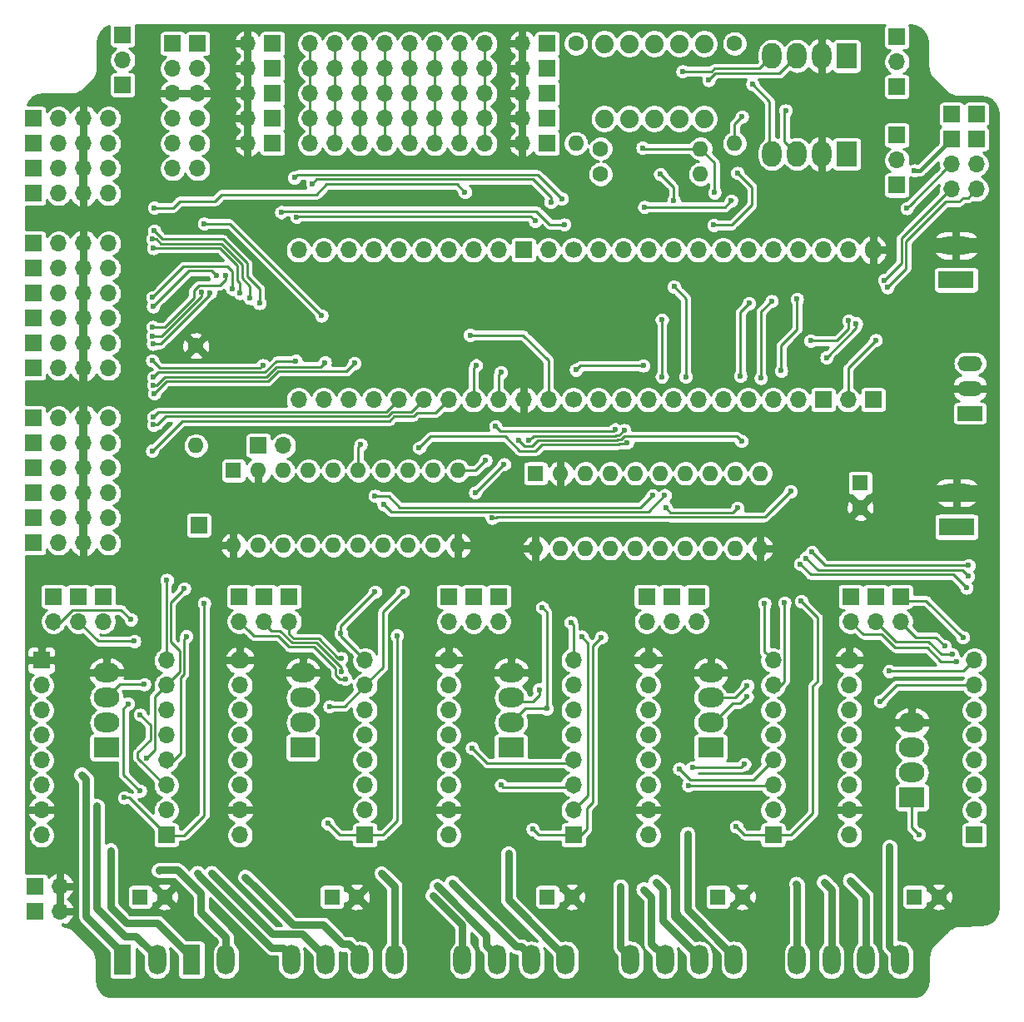
<source format=gtl>
G04 #@! TF.GenerationSoftware,KiCad,Pcbnew,(5.1.10)-1*
G04 #@! TF.CreationDate,2022-04-23T00:12:32-07:00*
G04 #@! TF.ProjectId,4Rose_5a_003_Black,34526f73-655f-4356-915f-3030335f426c,rev?*
G04 #@! TF.SameCoordinates,Original*
G04 #@! TF.FileFunction,Copper,L1,Top*
G04 #@! TF.FilePolarity,Positive*
%FSLAX46Y46*%
G04 Gerber Fmt 4.6, Leading zero omitted, Abs format (unit mm)*
G04 Created by KiCad (PCBNEW (5.1.10)-1) date 2022-04-23 00:12:32*
%MOMM*%
%LPD*%
G01*
G04 APERTURE LIST*
G04 #@! TA.AperFunction,ComponentPad*
%ADD10C,1.879600*%
G04 #@! TD*
G04 #@! TA.AperFunction,ComponentPad*
%ADD11O,1.700000X1.700000*%
G04 #@! TD*
G04 #@! TA.AperFunction,ComponentPad*
%ADD12R,1.700000X1.700000*%
G04 #@! TD*
G04 #@! TA.AperFunction,ComponentPad*
%ADD13R,1.600000X1.600000*%
G04 #@! TD*
G04 #@! TA.AperFunction,ComponentPad*
%ADD14O,1.600000X1.600000*%
G04 #@! TD*
G04 #@! TA.AperFunction,ComponentPad*
%ADD15O,2.600000X2.000000*%
G04 #@! TD*
G04 #@! TA.AperFunction,ComponentPad*
%ADD16R,2.600000X2.000000*%
G04 #@! TD*
G04 #@! TA.AperFunction,ComponentPad*
%ADD17O,1.700000X1.955800*%
G04 #@! TD*
G04 #@! TA.AperFunction,ComponentPad*
%ADD18C,1.700000*%
G04 #@! TD*
G04 #@! TA.AperFunction,ComponentPad*
%ADD19O,1.998980X1.700000*%
G04 #@! TD*
G04 #@! TA.AperFunction,ComponentPad*
%ADD20O,1.800000X3.048000*%
G04 #@! TD*
G04 #@! TA.AperFunction,ComponentPad*
%ADD21C,1.600000*%
G04 #@! TD*
G04 #@! TA.AperFunction,ComponentPad*
%ADD22R,2.000000X2.600000*%
G04 #@! TD*
G04 #@! TA.AperFunction,ComponentPad*
%ADD23O,2.000000X2.600000*%
G04 #@! TD*
G04 #@! TA.AperFunction,ComponentPad*
%ADD24O,2.000000X1.700000*%
G04 #@! TD*
G04 #@! TA.AperFunction,ComponentPad*
%ADD25R,2.500000X1.500000*%
G04 #@! TD*
G04 #@! TA.AperFunction,ComponentPad*
%ADD26O,2.500000X1.500000*%
G04 #@! TD*
G04 #@! TA.AperFunction,ComponentPad*
%ADD27R,1.800000X3.048000*%
G04 #@! TD*
G04 #@! TA.AperFunction,ComponentPad*
%ADD28O,3.600000X1.800000*%
G04 #@! TD*
G04 #@! TA.AperFunction,ComponentPad*
%ADD29R,3.600000X1.800000*%
G04 #@! TD*
G04 #@! TA.AperFunction,ViaPad*
%ADD30C,0.600000*%
G04 #@! TD*
G04 #@! TA.AperFunction,Conductor*
%ADD31C,0.762000*%
G04 #@! TD*
G04 #@! TA.AperFunction,Conductor*
%ADD32C,1.727200*%
G04 #@! TD*
G04 #@! TA.AperFunction,Conductor*
%ADD33C,0.635000*%
G04 #@! TD*
G04 #@! TA.AperFunction,Conductor*
%ADD34C,0.228600*%
G04 #@! TD*
G04 #@! TA.AperFunction,Conductor*
%ADD35C,1.524000*%
G04 #@! TD*
G04 #@! TA.AperFunction,Conductor*
%ADD36C,0.381000*%
G04 #@! TD*
G04 #@! TA.AperFunction,Conductor*
%ADD37C,0.254000*%
G04 #@! TD*
G04 #@! TA.AperFunction,Conductor*
%ADD38C,0.100000*%
G04 #@! TD*
G04 APERTURE END LIST*
D10*
X173431200Y-78765400D03*
X175971200Y-78765400D03*
X178511200Y-78765400D03*
X181051200Y-78765400D03*
X183591200Y-78765400D03*
X173431200Y-86385400D03*
X175971200Y-86385400D03*
X178511200Y-86385400D03*
X181051200Y-86385400D03*
X183591200Y-86385400D03*
D11*
X118110000Y-164465000D03*
D12*
X115570000Y-164465000D03*
D13*
X166446200Y-122478800D03*
D14*
X189306200Y-130098800D03*
X168986200Y-122478800D03*
X186766200Y-130098800D03*
X171526200Y-122478800D03*
X184226200Y-130098800D03*
X174066200Y-122478800D03*
X181686200Y-130098800D03*
X176606200Y-122478800D03*
X179146200Y-130098800D03*
X179146200Y-122478800D03*
X176606200Y-130098800D03*
X181686200Y-122478800D03*
X174066200Y-130098800D03*
X184226200Y-122478800D03*
X171526200Y-130098800D03*
X186766200Y-122478800D03*
X168986200Y-130098800D03*
X189306200Y-122478800D03*
X166446200Y-130098800D03*
D11*
X143510000Y-88900000D03*
X143510000Y-86360000D03*
X143510000Y-83820000D03*
X143510000Y-81280000D03*
X143510000Y-78740000D03*
X146050000Y-88900000D03*
X146050000Y-86360000D03*
X146050000Y-83820000D03*
X146050000Y-81280000D03*
X146050000Y-78740000D03*
X148590000Y-78740000D03*
X148590000Y-81280000D03*
X148590000Y-83820000D03*
X148590000Y-86360000D03*
X148590000Y-88900000D03*
X151130000Y-78740000D03*
X151130000Y-81280000D03*
X151130000Y-83820000D03*
X151130000Y-86360000D03*
X151130000Y-88900000D03*
D15*
X142773400Y-142748000D03*
X142773400Y-145288000D03*
X142773400Y-147828000D03*
D16*
X142773400Y-150368000D03*
D17*
X200774300Y-99745800D03*
D11*
X198234300Y-99745800D03*
X195694300Y-99745800D03*
X193154300Y-99745800D03*
X190614300Y-99745800D03*
X188074300Y-99745800D03*
X185534300Y-99745800D03*
X182994300Y-99745800D03*
X180454300Y-99745800D03*
X177914300Y-99745800D03*
X175374300Y-99745800D03*
X172834300Y-99745800D03*
X142354300Y-114985800D03*
X144894300Y-114985800D03*
X147434300Y-114985800D03*
X149974300Y-114985800D03*
X152514300Y-114985800D03*
X155054300Y-114985800D03*
X157594300Y-114985800D03*
X160134300Y-114985800D03*
X162674300Y-114985800D03*
X165214300Y-114985800D03*
X167754300Y-114985800D03*
D18*
X170294300Y-114985800D03*
D11*
X172834300Y-114985800D03*
X175374300Y-114985800D03*
X177914300Y-114985800D03*
X180454300Y-114985800D03*
X182994300Y-114985800D03*
X185534300Y-114985800D03*
X188074300Y-114985800D03*
X190614300Y-114985800D03*
X193154300Y-114985800D03*
D12*
X195694300Y-114985800D03*
D11*
X198234300Y-114985800D03*
D12*
X200774300Y-114985800D03*
D18*
X170294300Y-99745800D03*
D11*
X167754300Y-99745800D03*
D12*
X165214300Y-99745800D03*
D11*
X162674300Y-99745800D03*
X160134300Y-99745800D03*
X157594300Y-99745800D03*
X155054300Y-99745800D03*
X152514300Y-99745800D03*
X149974300Y-99745800D03*
X147434300Y-99745800D03*
X144894300Y-99745800D03*
X142354300Y-99745800D03*
D19*
X177901600Y-141478000D03*
D11*
X177901600Y-144018000D03*
X177901600Y-146558000D03*
X177901600Y-149098000D03*
X177901600Y-151638000D03*
X177901600Y-154178000D03*
X177901600Y-156718000D03*
X177901600Y-159258000D03*
D12*
X167640000Y-78740000D03*
D11*
X165100000Y-78740000D03*
D12*
X167640000Y-81280000D03*
D11*
X165100000Y-81280000D03*
D12*
X167640000Y-83820000D03*
D11*
X165100000Y-83820000D03*
D12*
X167640000Y-86360000D03*
D11*
X165100000Y-86360000D03*
D12*
X167640000Y-88900000D03*
D11*
X165100000Y-88900000D03*
X137160000Y-88900000D03*
D12*
X139700000Y-88900000D03*
D11*
X137160000Y-86360000D03*
D12*
X139700000Y-86360000D03*
D11*
X137160000Y-83820000D03*
D12*
X139700000Y-83820000D03*
D11*
X137160000Y-81280000D03*
D12*
X139700000Y-81280000D03*
D11*
X137160000Y-78740000D03*
D12*
X139700000Y-78740000D03*
D14*
X135724900Y-129806700D03*
X158584900Y-122186700D03*
X138264900Y-129806700D03*
X156044900Y-122186700D03*
X140804900Y-129806700D03*
X153504900Y-122186700D03*
X143344900Y-129806700D03*
X150964900Y-122186700D03*
X145884900Y-129806700D03*
X148424900Y-122186700D03*
X148424900Y-129806700D03*
X145884900Y-122186700D03*
X150964900Y-129806700D03*
X143344900Y-122186700D03*
X153504900Y-129806700D03*
X140804900Y-122186700D03*
X156044900Y-129806700D03*
X138264900Y-122186700D03*
X158584900Y-129806700D03*
D13*
X135724900Y-122186700D03*
D20*
X193040000Y-171958000D03*
X196540000Y-171958000D03*
X200040000Y-171958000D03*
X203540000Y-171958000D03*
X186598200Y-171958000D03*
X183098200Y-171958000D03*
X179598200Y-171958000D03*
X176098200Y-171958000D03*
X169516700Y-171958000D03*
X166016700Y-171958000D03*
X162516700Y-171958000D03*
X159016700Y-171958000D03*
X141605000Y-171958000D03*
X145105000Y-171958000D03*
X148605000Y-171958000D03*
X152105000Y-171958000D03*
D12*
X132080000Y-78740000D03*
D11*
X132080000Y-81280000D03*
X132080000Y-83820000D03*
X132080000Y-86360000D03*
X132080000Y-88900000D03*
X132080000Y-91440000D03*
D12*
X129540000Y-78740000D03*
D11*
X129540000Y-81280000D03*
X129540000Y-83820000D03*
X129540000Y-86360000D03*
X129540000Y-88900000D03*
X129540000Y-91440000D03*
D12*
X211302600Y-85928199D03*
X211302600Y-88468199D03*
D11*
X211302600Y-91008199D03*
X211302600Y-93548199D03*
X208762600Y-93548200D03*
X208762600Y-91008200D03*
D12*
X208762600Y-88468200D03*
X208762600Y-85928200D03*
D21*
X199466200Y-125931300D03*
D13*
X199466200Y-123431300D03*
D16*
X204724000Y-155448000D03*
D15*
X204724000Y-152908000D03*
X204724000Y-150368000D03*
X204724000Y-147828000D03*
D22*
X198120000Y-89979500D03*
D23*
X195580000Y-89979500D03*
X193040000Y-89979500D03*
X190500000Y-89979500D03*
X190500000Y-80010000D03*
X193040000Y-80010000D03*
X195580000Y-80010000D03*
D22*
X198120000Y-80010000D03*
D15*
X184251600Y-142748000D03*
X184251600Y-145288000D03*
X184251600Y-147828000D03*
D16*
X184251600Y-150368000D03*
X163944300Y-150368000D03*
D15*
X163944300Y-147828000D03*
X163944300Y-145288000D03*
X163944300Y-142748000D03*
D12*
X141401800Y-135001000D03*
D11*
X141401800Y-137541000D03*
D12*
X138861800Y-135001000D03*
D11*
X138861800Y-137541000D03*
D12*
X136321800Y-135001000D03*
D11*
X136321800Y-137541000D03*
X157619700Y-137541000D03*
D12*
X157619700Y-135001000D03*
D11*
X160159700Y-137541000D03*
D12*
X160159700Y-135001000D03*
D11*
X162699700Y-137541000D03*
D12*
X162699700Y-135001000D03*
X203568300Y-135001000D03*
D11*
X203568300Y-137541000D03*
D12*
X201028300Y-135001000D03*
D11*
X201028300Y-137541000D03*
D12*
X198488300Y-135001000D03*
D11*
X198488300Y-137541000D03*
X177736500Y-137541000D03*
D12*
X177736500Y-135001000D03*
D11*
X180276500Y-137541000D03*
D12*
X180276500Y-135001000D03*
D11*
X182816500Y-137541000D03*
D12*
X182816500Y-135001000D03*
D21*
X187488200Y-165544500D03*
D13*
X184988200Y-165544500D03*
D12*
X203200000Y-93147154D03*
D11*
X203200000Y-90607154D03*
D12*
X203200000Y-88067154D03*
X203200000Y-78054200D03*
D11*
X203200000Y-80594200D03*
D12*
X203200000Y-83134200D03*
X124460000Y-77876400D03*
D11*
X124460000Y-80416400D03*
D12*
X124460000Y-82956400D03*
D24*
X198374000Y-141478000D03*
D11*
X198374000Y-144018000D03*
X198374000Y-146558000D03*
X198374000Y-149098000D03*
X198374000Y-151638000D03*
X198374000Y-154178000D03*
X198374000Y-156718000D03*
X198374000Y-159258000D03*
X211074000Y-141478000D03*
X211074000Y-144018000D03*
X211074000Y-146558000D03*
X211074000Y-149098000D03*
X211074000Y-151638000D03*
X211074000Y-154178000D03*
X211074000Y-156718000D03*
D12*
X211074000Y-159258000D03*
D11*
X190601600Y-141478000D03*
X190601600Y-144018000D03*
X190601600Y-146558000D03*
X190601600Y-149098000D03*
X190601600Y-151638000D03*
X190601600Y-154178000D03*
X190601600Y-156718000D03*
D12*
X190601600Y-159258000D03*
D24*
X157594300Y-141478000D03*
D11*
X157594300Y-144018000D03*
X157594300Y-146558000D03*
X157594300Y-149098000D03*
X157594300Y-151638000D03*
X157594300Y-154178000D03*
X157594300Y-156718000D03*
X157594300Y-159258000D03*
D24*
X136398000Y-141478000D03*
D11*
X136398000Y-144018000D03*
X136398000Y-146558000D03*
X136398000Y-149098000D03*
X136398000Y-151638000D03*
X136398000Y-154178000D03*
X136398000Y-156718000D03*
X136398000Y-159258000D03*
X170294300Y-141478000D03*
X170294300Y-144018000D03*
X170294300Y-146558000D03*
X170294300Y-149098000D03*
X170294300Y-151638000D03*
X170294300Y-154178000D03*
X170294300Y-156718000D03*
D12*
X170294300Y-159258000D03*
D11*
X149098000Y-141478000D03*
X149098000Y-144018000D03*
X149098000Y-146558000D03*
X149098000Y-149098000D03*
X149098000Y-151638000D03*
X149098000Y-154178000D03*
X149098000Y-156718000D03*
D12*
X149098000Y-159258000D03*
D11*
X123012200Y-88900000D03*
X120472200Y-88900000D03*
X117932200Y-88900000D03*
D12*
X115392200Y-88900000D03*
D11*
X123012200Y-91440000D03*
X120472200Y-91440000D03*
X117932200Y-91440000D03*
D12*
X115392200Y-91440000D03*
X115392200Y-93980000D03*
D11*
X117932200Y-93980000D03*
X120472200Y-93980000D03*
X123012200Y-93980000D03*
D12*
X115392200Y-99060000D03*
D11*
X117932200Y-99060000D03*
X120472200Y-99060000D03*
X123012200Y-99060000D03*
X123012200Y-101600000D03*
X120472200Y-101600000D03*
X117932200Y-101600000D03*
D12*
X115392200Y-101600000D03*
X115392200Y-104140000D03*
D11*
X117932200Y-104140000D03*
X120472200Y-104140000D03*
X123012200Y-104140000D03*
X123012200Y-106680000D03*
X120472200Y-106680000D03*
X117932200Y-106680000D03*
D12*
X115392200Y-106680000D03*
X115392200Y-109220000D03*
D11*
X117932200Y-109220000D03*
X120472200Y-109220000D03*
X123012200Y-109220000D03*
X123012200Y-111760000D03*
X120472200Y-111760000D03*
X117932200Y-111760000D03*
D12*
X115392200Y-111760000D03*
X115392200Y-116840000D03*
D11*
X117932200Y-116840000D03*
X120472200Y-116840000D03*
X123012200Y-116840000D03*
X123012200Y-119380000D03*
X120472200Y-119380000D03*
X117932200Y-119380000D03*
D12*
X115392200Y-119380000D03*
X115392200Y-121920000D03*
D11*
X117932200Y-121920000D03*
X120472200Y-121920000D03*
X123012200Y-121920000D03*
X123012200Y-124460000D03*
X120472200Y-124460000D03*
X117932200Y-124460000D03*
D12*
X115392200Y-124460000D03*
X115392200Y-127000000D03*
D11*
X117932200Y-127000000D03*
X120472200Y-127000000D03*
X123012200Y-127000000D03*
X123012200Y-129540000D03*
X120472200Y-129540000D03*
X117932200Y-129540000D03*
D12*
X115392200Y-129540000D03*
D25*
X210629500Y-116357400D03*
D26*
X210629500Y-113817400D03*
X210629500Y-111277400D03*
D21*
X148257900Y-165544500D03*
D13*
X145757900Y-165544500D03*
X167652700Y-165544500D03*
D21*
X170152700Y-165544500D03*
X207478000Y-165544500D03*
D13*
X204978000Y-165544500D03*
D11*
X153670000Y-78740000D03*
X153670000Y-81280000D03*
X153670000Y-83820000D03*
X153670000Y-86360000D03*
X153670000Y-88900000D03*
X156210000Y-88900000D03*
X156210000Y-86360000D03*
X156210000Y-83820000D03*
X156210000Y-81280000D03*
X156210000Y-78740000D03*
D20*
X134960000Y-171958000D03*
D27*
X131460000Y-171958000D03*
D20*
X127960000Y-171958000D03*
D27*
X124460000Y-171958000D03*
D11*
X116205000Y-159258000D03*
X116205000Y-156718000D03*
X116205000Y-154178000D03*
X116205000Y-151638000D03*
X116205000Y-149098000D03*
X116205000Y-146558000D03*
X116205000Y-144018000D03*
D12*
X116205000Y-141478000D03*
X128905000Y-159258000D03*
D11*
X128905000Y-156718000D03*
X128905000Y-154178000D03*
X128905000Y-151638000D03*
X128905000Y-149098000D03*
X128905000Y-146558000D03*
X128905000Y-144018000D03*
X128905000Y-141478000D03*
X117411500Y-137541000D03*
D12*
X117411500Y-135001000D03*
D11*
X119951500Y-137541000D03*
D12*
X119951500Y-135001000D03*
D11*
X122491500Y-137541000D03*
D12*
X122491500Y-135001000D03*
D15*
X122809000Y-142748000D03*
X122809000Y-145288000D03*
X122809000Y-147828000D03*
D16*
X122809000Y-150368000D03*
D21*
X128738000Y-165544500D03*
D13*
X126238000Y-165544500D03*
D28*
X209270600Y-124414400D03*
D29*
X209270600Y-127914400D03*
X209219800Y-102781100D03*
D28*
X209219800Y-99281100D03*
D11*
X123012200Y-86360000D03*
X120472200Y-86360000D03*
X117932200Y-86360000D03*
D12*
X115392200Y-86360000D03*
D21*
X131902200Y-109486700D03*
D14*
X131902200Y-119646700D03*
D12*
X132194300Y-127736600D03*
D11*
X140804900Y-119646700D03*
D12*
X138264900Y-119646700D03*
D11*
X158750000Y-78740000D03*
X158750000Y-81280000D03*
X158750000Y-83820000D03*
X158750000Y-86360000D03*
X158750000Y-88900000D03*
X161290000Y-88900000D03*
X161290000Y-86360000D03*
X161290000Y-83820000D03*
X161290000Y-81280000D03*
X161290000Y-78740000D03*
D12*
X115570000Y-167005000D03*
D11*
X118110000Y-167005000D03*
D14*
X170561000Y-88900000D03*
D21*
X170561000Y-78740000D03*
X173062900Y-89433400D03*
D14*
X183222900Y-89433400D03*
X183222900Y-92024200D03*
D21*
X173062900Y-92024200D03*
X186690000Y-78740000D03*
D14*
X186690000Y-88900000D03*
D30*
X133477000Y-163131500D03*
X132029200Y-163131500D03*
X150787100Y-163156900D03*
X136918700Y-163525200D03*
X156400500Y-164439600D03*
X156002022Y-165401608D03*
X163677600Y-161124900D03*
X157937200Y-164122100D03*
X177431700Y-164782500D03*
X175069500Y-164490400D03*
X181902100Y-159143700D03*
X178663600Y-164020500D03*
X204978000Y-91655900D03*
X144678400Y-106426000D03*
X132753100Y-97066100D03*
X159791400Y-108394500D03*
X142151100Y-96405700D03*
X166408100Y-96786700D03*
X148666200Y-119532400D03*
X162369500Y-117678198D03*
X174545302Y-118001090D03*
X160312100Y-124409200D03*
X163245800Y-121551700D03*
X175450500Y-118071900D03*
X165784677Y-119118010D03*
X154609800Y-119862600D03*
X175767267Y-119323301D03*
X150126700Y-124764800D03*
X178367733Y-124705067D03*
X151015700Y-125633110D03*
X179590700Y-124688598D03*
X170561000Y-111937800D03*
X177393600Y-111506000D03*
X161366200Y-121158000D03*
X164714216Y-119118010D03*
X187390182Y-119182652D03*
X186982100Y-125988710D03*
X179692300Y-125996698D03*
X192379600Y-124294900D03*
X162026600Y-126988821D03*
X201053700Y-108927900D03*
X204216000Y-95491300D03*
X140589000Y-95902410D03*
X169365591Y-97145858D03*
X168008300Y-94873710D03*
X143751300Y-92989400D03*
X169125900Y-94526100D03*
X141922500Y-92375090D03*
X180492400Y-94716600D03*
X179132802Y-92030064D03*
X180530500Y-103479600D03*
X181722187Y-112628310D03*
X179298600Y-106845100D03*
X179299250Y-112628310D03*
X187274200Y-112547400D03*
X188175900Y-105168700D03*
X189369700Y-112776000D03*
X190449200Y-104940100D03*
X193040000Y-104749600D03*
X191427100Y-112031410D03*
X184569100Y-97205800D03*
X187439300Y-86182200D03*
X186969400Y-91897200D03*
X177330100Y-89344500D03*
X184645300Y-93903800D03*
X177520600Y-95377000D03*
X186342390Y-94742000D03*
X147116800Y-143383000D03*
X146715849Y-142679051D03*
X159981900Y-150406100D03*
X162953700Y-154190700D03*
X181055352Y-152520165D03*
X181998791Y-154211116D03*
X146662185Y-141272219D03*
X171132500Y-139077700D03*
X187680600Y-152044400D03*
X182422800Y-152412700D03*
X138713196Y-111469568D03*
X127469900Y-110985300D03*
X142049500Y-111021879D03*
X127599483Y-112702383D03*
X145034000Y-111188500D03*
X127597325Y-113502392D03*
X148043900Y-111264700D03*
X127660400Y-114338100D03*
X127571500Y-116725700D03*
X127596900Y-117525800D03*
X127469900Y-120167400D03*
X198272400Y-106934000D03*
X194424300Y-108978700D03*
X160413700Y-111480600D03*
X201942700Y-102806498D03*
X196049900Y-110680500D03*
X199047100Y-107213400D03*
X162928300Y-112191800D03*
X202239247Y-103549522D03*
X209909699Y-139145299D03*
X137417056Y-104643142D03*
X127520700Y-98615500D03*
X136385995Y-104138331D03*
X127596900Y-99555300D03*
X135584997Y-103695081D03*
X127520700Y-104546400D03*
X133997700Y-102374700D03*
X127558800Y-105486200D03*
X127520700Y-107581700D03*
X134929657Y-102311200D03*
X127520700Y-108483400D03*
X132444956Y-104011177D03*
X133349913Y-104116121D03*
X127540394Y-109304803D03*
X138366500Y-105147953D03*
X127660400Y-97777300D03*
X127673100Y-95440500D03*
X159270700Y-93853000D03*
X210261200Y-134099300D03*
X202412600Y-142595600D03*
X193361697Y-131708420D03*
X201498200Y-145669000D03*
X210439000Y-132943600D03*
X193940580Y-131091197D03*
X205435200Y-159194500D03*
X210489800Y-131838700D03*
X194544773Y-130472805D03*
X208051400Y-140055600D03*
X208805410Y-140893800D03*
X209295389Y-141625690D03*
X166814500Y-144462500D03*
X170037550Y-137634683D03*
X167576500Y-146392900D03*
X167132000Y-136118600D03*
X173139100Y-139153900D03*
X166154100Y-158673800D03*
X193471800Y-135483600D03*
X186867800Y-158407100D03*
X189738000Y-135712200D03*
X187972700Y-144056100D03*
X191757300Y-135648700D03*
X187934600Y-145199100D03*
X150126700Y-134518400D03*
X146646900Y-138760200D03*
X152933400Y-134518400D03*
X145491202Y-146177000D03*
X145313400Y-158076900D03*
X152361900Y-138963400D03*
X192963800Y-164223700D03*
X195770500Y-164045900D03*
X198424800Y-163855400D03*
X202437998Y-160451802D03*
X191871600Y-85547200D03*
X188505264Y-82888190D03*
X184061100Y-82459579D03*
X181406800Y-81572100D03*
X128143000Y-162839400D03*
X123215400Y-160820100D03*
X121831100Y-156298900D03*
X120269000Y-153111200D03*
X124625100Y-155448000D03*
X132753957Y-135674957D03*
X125014090Y-145902310D03*
X126225300Y-154762200D03*
X125628400Y-139547600D03*
X126238000Y-147015200D03*
X130949700Y-139052300D03*
X125298200Y-137337800D03*
X130721100Y-134188200D03*
X126871588Y-151440922D03*
X126657100Y-143929100D03*
X128955800Y-133311900D03*
D31*
X145105000Y-171704000D02*
X142752311Y-169351311D01*
X139696811Y-169351311D02*
X133477000Y-163131500D01*
X142752311Y-169351311D02*
X139696811Y-169351311D01*
X132329199Y-163431499D02*
X132029200Y-163131500D01*
X139623800Y-170726100D02*
X132329199Y-163431499D01*
X140741400Y-170726100D02*
X139623800Y-170726100D01*
X141605000Y-171589700D02*
X140741400Y-170726100D01*
X141605000Y-171704000D02*
X141605000Y-171589700D01*
X152105000Y-171704000D02*
X152105000Y-164474800D01*
X152105000Y-164474800D02*
X150787100Y-163156900D01*
X141782800Y-168389300D02*
X138087100Y-164693600D01*
X144818100Y-168389300D02*
X141782800Y-168389300D01*
X146767550Y-170338750D02*
X144818100Y-168389300D01*
X138087100Y-164693600D02*
X136918700Y-163525200D01*
X147478750Y-170338750D02*
X146767550Y-170338750D01*
X148605000Y-171465000D02*
X147478750Y-170338750D01*
X148605000Y-171704000D02*
X148605000Y-171465000D01*
X161429700Y-169468800D02*
X156400500Y-164439600D01*
X161429700Y-170522900D02*
X161429700Y-169468800D01*
X162516700Y-171609900D02*
X161429700Y-170522900D01*
X162516700Y-171704000D02*
X162516700Y-171609900D01*
X159016700Y-168416286D02*
X156002022Y-165401608D01*
X159016700Y-171704000D02*
X159016700Y-168416286D01*
X163677600Y-165864900D02*
X163677600Y-161124900D01*
X169516700Y-171704000D02*
X163677600Y-165864900D01*
X158000700Y-164122100D02*
X157937200Y-164122100D01*
X164966650Y-170592750D02*
X164471350Y-170592750D01*
X164471350Y-170592750D02*
X158000700Y-164122100D01*
X166016700Y-171642800D02*
X164966650Y-170592750D01*
X166016700Y-171704000D02*
X166016700Y-171642800D01*
X178219100Y-170324900D02*
X179598200Y-171704000D01*
X178219100Y-165569900D02*
X178219100Y-170324900D01*
X177431700Y-164782500D02*
X178219100Y-165569900D01*
X175094900Y-164515800D02*
X175069500Y-164490400D01*
X175094900Y-170700700D02*
X175094900Y-164515800D01*
X176098200Y-171704000D02*
X175094900Y-170700700D01*
X181902100Y-166878000D02*
X181902100Y-159143700D01*
X186598200Y-171704000D02*
X186598200Y-171574100D01*
X186598200Y-171574100D02*
X181902100Y-166878000D01*
X179387500Y-164744400D02*
X178663600Y-164020500D01*
X179387500Y-167993300D02*
X179387500Y-164744400D01*
X183098200Y-171704000D02*
X179387500Y-167993300D01*
D32*
X211569300Y-124536200D02*
X210294100Y-124536199D01*
X209689700Y-124523500D02*
X207373101Y-124523500D01*
D33*
X120396000Y-111683800D02*
X120396000Y-109143800D01*
X120396000Y-109143800D02*
X120396000Y-106603800D01*
X120396000Y-106603800D02*
X120396000Y-104063800D01*
X120396000Y-104063800D02*
X120396000Y-101523800D01*
D34*
X120396000Y-88823800D02*
X120484900Y-88823800D01*
D35*
X207441800Y-99275900D02*
X211264500Y-99275900D01*
D33*
X120396000Y-91363800D02*
X120396000Y-88823800D01*
X120472200Y-99060000D02*
X120396000Y-98983800D01*
X120396000Y-93903800D02*
X120396000Y-90093800D01*
X120472200Y-93980000D02*
X120396000Y-93903800D01*
X120396000Y-111836200D02*
X120472200Y-111760000D01*
X120396000Y-129463800D02*
X120396000Y-111836200D01*
X120484900Y-93992700D02*
X120472200Y-93980000D01*
X120484900Y-101561900D02*
X120484900Y-93992700D01*
D36*
X208762600Y-88468200D02*
X208254600Y-88468200D01*
X205574900Y-91655900D02*
X208762600Y-88468200D01*
X204978000Y-91655900D02*
X205574900Y-91655900D01*
D34*
X135318500Y-97066100D02*
X132753100Y-97066100D01*
X144678400Y-106426000D02*
X135318500Y-97066100D01*
X165188900Y-108394500D02*
X159791400Y-108394500D01*
X167754300Y-110959900D02*
X165188900Y-108394500D01*
X167754300Y-114985800D02*
X167754300Y-110959900D01*
X165938200Y-96316800D02*
X166408100Y-96786700D01*
X142240000Y-96316800D02*
X165938200Y-96316800D01*
X142151100Y-96405700D02*
X142240000Y-96316800D01*
X148424900Y-119773700D02*
X148666200Y-119532400D01*
X148424900Y-122186700D02*
X148424900Y-119773700D01*
X174385592Y-118160800D02*
X174545302Y-118001090D01*
X162852102Y-118160800D02*
X174385592Y-118160800D01*
X162369500Y-117678198D02*
X162852102Y-118160800D01*
X163169600Y-121551700D02*
X163245800Y-121551700D01*
X160312100Y-124409200D02*
X163169600Y-121551700D01*
X166227509Y-118675178D02*
X166084676Y-118818011D01*
X174549328Y-118675178D02*
X166227509Y-118675178D01*
X174910722Y-118611678D02*
X174612828Y-118611678D01*
X174612828Y-118611678D02*
X174549328Y-118675178D01*
X175450500Y-118071900D02*
X174910722Y-118611678D01*
X166084676Y-118818011D02*
X165784677Y-119118010D01*
X175621668Y-119468900D02*
X175767267Y-119323301D01*
X174891700Y-119545100D02*
X174967900Y-119468900D01*
X167071598Y-119545100D02*
X174891700Y-119545100D01*
X166454099Y-120162599D02*
X167071598Y-119545100D01*
X164790399Y-120162599D02*
X166454099Y-120162599D01*
X174967900Y-119468900D02*
X175621668Y-119468900D01*
X163347400Y-118719600D02*
X164790399Y-120162599D01*
X155752800Y-118719600D02*
X163347400Y-118719600D01*
X154609800Y-119862600D02*
X155752800Y-118719600D01*
X177126900Y-125945900D02*
X178367733Y-124705067D01*
X152666700Y-125945900D02*
X177126900Y-125945900D01*
X151485600Y-124764800D02*
X152666700Y-125945900D01*
X150126700Y-124764800D02*
X151485600Y-124764800D01*
X151015700Y-125633110D02*
X151757101Y-126374511D01*
X151757101Y-126374511D02*
X177904787Y-126374511D01*
X177904787Y-126374511D02*
X179590700Y-124688598D01*
X170992800Y-111506000D02*
X177393600Y-111506000D01*
X170561000Y-111937800D02*
X170992800Y-111506000D01*
X160337500Y-122186700D02*
X161366200Y-121158000D01*
X158584900Y-122186700D02*
X160337500Y-122186700D01*
X166079543Y-119732312D02*
X166698555Y-119113300D01*
X174790364Y-119040289D02*
X175164457Y-119040289D01*
X175164457Y-119040289D02*
X175495748Y-118708999D01*
X166698555Y-119113300D02*
X174717353Y-119113300D01*
X186916529Y-118708999D02*
X187390182Y-119182652D01*
X165328518Y-119732312D02*
X166079543Y-119732312D01*
X175495748Y-118708999D02*
X186916529Y-118708999D01*
X174717353Y-119113300D02*
X174790364Y-119040289D01*
X164714216Y-119118010D02*
X165328518Y-119732312D01*
X180174902Y-126479300D02*
X179692300Y-125996698D01*
X186491510Y-126479300D02*
X180174902Y-126479300D01*
X186982100Y-125988710D02*
X186491510Y-126479300D01*
X192379600Y-124294900D02*
X189766589Y-126907911D01*
X189766589Y-126907911D02*
X179997366Y-126907911D01*
X179997366Y-126907911D02*
X179971966Y-126882511D01*
X179971966Y-126882511D02*
X162557174Y-126882511D01*
X162557174Y-126882511D02*
X162450864Y-126988821D01*
X162450864Y-126988821D02*
X162026600Y-126988821D01*
X198234300Y-114985800D02*
X198234300Y-111747300D01*
X198234300Y-111747300D02*
X201053700Y-108927900D01*
X208254600Y-91008200D02*
X208254600Y-91452700D01*
X208254600Y-91452700D02*
X204515999Y-95191301D01*
X204515999Y-95191301D02*
X204216000Y-95491300D01*
X167910258Y-97145858D02*
X169365591Y-97145858D01*
X166547800Y-95783400D02*
X167910258Y-97145858D01*
X140708010Y-95783400D02*
X166547800Y-95783400D01*
X140589000Y-95902410D02*
X140708010Y-95783400D01*
X144195800Y-92544900D02*
X143751300Y-92989400D01*
X166141400Y-92544900D02*
X144195800Y-92544900D01*
X168008300Y-94411800D02*
X166141400Y-92544900D01*
X168008300Y-94873710D02*
X168008300Y-94411800D01*
X166674891Y-92075091D02*
X142222499Y-92075091D01*
X169125900Y-94526100D02*
X166674891Y-92075091D01*
X142222499Y-92075091D02*
X141922500Y-92375090D01*
X175260000Y-86360000D02*
X175590200Y-86360000D01*
X180492400Y-93389662D02*
X179132802Y-92030064D01*
X180492400Y-94716600D02*
X180492400Y-93389662D01*
X181722187Y-104671287D02*
X181722187Y-112628310D01*
X180530500Y-103479600D02*
X181722187Y-104671287D01*
X179298600Y-112627660D02*
X179299250Y-112628310D01*
X179298600Y-106845100D02*
X179298600Y-112627660D01*
X187274200Y-106070400D02*
X188175900Y-105168700D01*
X187274200Y-112547400D02*
X187274200Y-106070400D01*
X189369700Y-106019600D02*
X190449200Y-104940100D01*
X189369700Y-112776000D02*
X189369700Y-106019600D01*
X191427100Y-109448600D02*
X191427100Y-112031410D01*
X193040000Y-107835700D02*
X191427100Y-109448600D01*
X193040000Y-104749600D02*
X193040000Y-107835700D01*
X186524900Y-89319100D02*
X186524900Y-89484200D01*
X186690000Y-86931500D02*
X187439300Y-86182200D01*
X186690000Y-88900000D02*
X186690000Y-86931500D01*
X186385200Y-97205800D02*
X184569100Y-97205800D01*
X188429900Y-95161100D02*
X186385200Y-97205800D01*
X188429900Y-93357700D02*
X188429900Y-95161100D01*
X186969400Y-91897200D02*
X188429900Y-93357700D01*
X177419000Y-89433400D02*
X177330100Y-89344500D01*
X183222900Y-89433400D02*
X177419000Y-89433400D01*
X183222900Y-89433400D02*
X184645300Y-90855800D01*
X184645300Y-90855800D02*
X184645300Y-93903800D01*
X186524900Y-94627700D02*
X186410600Y-94742000D01*
X185707390Y-95377000D02*
X186342390Y-94742000D01*
X186410600Y-94742000D02*
X186342390Y-94742000D01*
X177520600Y-95377000D02*
X185707390Y-95377000D01*
X147116800Y-143421100D02*
X147116800Y-143383000D01*
X146100800Y-142938500D02*
X146545300Y-143383000D01*
X146100800Y-142303500D02*
X146100800Y-142938500D01*
X141382722Y-140138122D02*
X143935422Y-140138122D01*
X146545300Y-143383000D02*
X147116800Y-143383000D01*
X143935422Y-140138122D02*
X146100800Y-142303500D01*
X140233400Y-138988800D02*
X141382722Y-140138122D01*
X137287000Y-138493500D02*
X137782300Y-138988800D01*
X137274300Y-138493500D02*
X137287000Y-138493500D01*
X137782300Y-138988800D02*
X140233400Y-138988800D01*
X136321800Y-137541000D02*
X137274300Y-138493500D01*
X146715849Y-142254787D02*
X146715849Y-142679051D01*
X141764042Y-139703189D02*
X141770364Y-139709511D01*
X141671689Y-139703189D02*
X141764042Y-139703189D01*
X144170573Y-139709511D02*
X146715849Y-142254787D01*
X140423900Y-138455400D02*
X141671689Y-139703189D01*
X141770364Y-139709511D02*
X144170573Y-139709511D01*
X138861800Y-137744200D02*
X139573000Y-138455400D01*
X139573000Y-138455400D02*
X140423900Y-138455400D01*
X138861800Y-137541000D02*
X138861800Y-137744200D01*
X161518600Y-151942800D02*
X159981900Y-150406100D01*
X169837100Y-151942800D02*
X161518600Y-151942800D01*
X170294300Y-152400000D02*
X169837100Y-151942800D01*
X163156900Y-154393900D02*
X162953700Y-154190700D01*
X169748200Y-154393900D02*
X163156900Y-154393900D01*
X170294300Y-154940000D02*
X169748200Y-154393900D01*
X190601600Y-151638000D02*
X188623589Y-153616011D01*
X182151198Y-153616011D02*
X181055352Y-152520165D01*
X188623589Y-153616011D02*
X182151198Y-153616011D01*
X189839600Y-154178000D02*
X189806484Y-154211116D01*
X182423055Y-154211116D02*
X181998791Y-154211116D01*
X189806484Y-154211116D02*
X182423055Y-154211116D01*
X146399565Y-141272219D02*
X146662185Y-141272219D01*
X144408246Y-139280900D02*
X146399565Y-141272219D01*
X141859000Y-139280900D02*
X144408246Y-139280900D01*
X141401800Y-138823700D02*
X141859000Y-139280900D01*
X141401800Y-137541000D02*
X141401800Y-138823700D01*
X170294300Y-157480000D02*
X170294300Y-156718000D01*
X171792900Y-139738100D02*
X171132500Y-139077700D01*
X171792900Y-155219400D02*
X171792900Y-139738100D01*
X170294300Y-156718000D02*
X171792900Y-155219400D01*
X182473600Y-152361900D02*
X182422800Y-152412700D01*
X187363100Y-152361900D02*
X182473600Y-152361900D01*
X187680600Y-152044400D02*
X187363100Y-152361900D01*
X128231900Y-111747300D02*
X127469900Y-110985300D01*
X138435464Y-111747300D02*
X128231900Y-111747300D01*
X138713196Y-111469568D02*
X138435464Y-111747300D01*
X140114828Y-111021879D02*
X142049500Y-111021879D01*
X127599483Y-112702383D02*
X128100555Y-112201311D01*
X128100555Y-112201311D02*
X138935396Y-112201311D01*
X138935396Y-112201311D02*
X140114828Y-111021879D01*
X127695940Y-113502392D02*
X127597325Y-113502392D01*
X139112932Y-112629922D02*
X140106664Y-111636189D01*
X144586311Y-111636189D02*
X145034000Y-111188500D01*
X140106664Y-111636189D02*
X144586311Y-111636189D01*
X128742825Y-112629922D02*
X139112932Y-112629922D01*
X127870355Y-113502392D02*
X128742825Y-112629922D01*
X127597325Y-113502392D02*
X127870355Y-113502392D01*
X128897101Y-113101399D02*
X127660400Y-114338100D01*
X139247601Y-113101399D02*
X128897101Y-113101399D01*
X147243800Y-112064800D02*
X140284200Y-112064800D01*
X148043900Y-111264700D02*
X147243800Y-112064800D01*
X140284200Y-112064800D02*
X139247601Y-113101399D01*
X128041400Y-116255800D02*
X127571500Y-116725700D01*
X152514300Y-114985800D02*
X151244300Y-116255800D01*
X151244300Y-116255800D02*
X128041400Y-116255800D01*
X153781111Y-116258989D02*
X151847258Y-116258989D01*
X155054300Y-114985800D02*
X153781111Y-116258989D01*
X151847258Y-116258989D02*
X151421836Y-116684411D01*
X151421836Y-116684411D02*
X128862553Y-116684411D01*
X128862553Y-116684411D02*
X128021164Y-117525800D01*
X128021164Y-117525800D02*
X127596900Y-117525800D01*
X151644378Y-117113022D02*
X130524278Y-117113022D01*
X152069800Y-116687600D02*
X151644378Y-117113022D01*
X154038300Y-116687600D02*
X152069800Y-116687600D01*
X130524278Y-117113022D02*
X127469900Y-120167400D01*
X154406600Y-116319300D02*
X154038300Y-116687600D01*
X156260800Y-116319300D02*
X154406600Y-116319300D01*
X157594300Y-114985800D02*
X156260800Y-116319300D01*
X160134300Y-114985800D02*
X160134300Y-111760000D01*
X160134300Y-111760000D02*
X160413700Y-111480600D01*
X197078600Y-108978700D02*
X194424300Y-108978700D01*
X198272400Y-107784900D02*
X197078600Y-108978700D01*
X198272400Y-106934000D02*
X198272400Y-107784900D01*
X203657200Y-101091998D02*
X201942700Y-102806498D01*
X203657200Y-98564700D02*
X203657200Y-101091998D01*
X208254600Y-93967300D02*
X203657200Y-98564700D01*
X208254600Y-93548200D02*
X208254600Y-93967300D01*
X196049900Y-110680500D02*
X199047100Y-107683300D01*
X199047100Y-107683300D02*
X199047100Y-107213400D01*
X162674300Y-112445800D02*
X162928300Y-112191800D01*
X162674300Y-114985800D02*
X162674300Y-112445800D01*
X204127100Y-98869500D02*
X204127100Y-101661669D01*
X208165700Y-94830900D02*
X204127100Y-98869500D01*
X209537300Y-94830900D02*
X208165700Y-94830900D01*
X204127100Y-101661669D02*
X202239247Y-103549522D01*
X210439000Y-94437200D02*
X209931000Y-94437200D01*
X209931000Y-94437200D02*
X209537300Y-94830900D01*
X210794600Y-94081600D02*
X210439000Y-94437200D01*
X210794600Y-93548199D02*
X210794600Y-94081600D01*
X206171800Y-135407400D02*
X209909699Y-139145299D01*
X203936600Y-135407400D02*
X206171800Y-135407400D01*
X128359164Y-99082211D02*
X127892453Y-98615500D01*
X134467865Y-99082211D02*
X128359164Y-99082211D01*
X136591689Y-101206035D02*
X134467865Y-99082211D01*
X127892453Y-98615500D02*
X127520700Y-98615500D01*
X137417056Y-104643142D02*
X137417056Y-103421866D01*
X136591689Y-102596499D02*
X136591689Y-101206035D01*
X137417056Y-103421866D02*
X136591689Y-102596499D01*
X134334808Y-99555300D02*
X127596900Y-99555300D01*
X136086878Y-101307370D02*
X134334808Y-99555300D01*
X136385995Y-103104715D02*
X136086878Y-102805598D01*
X136385995Y-104138331D02*
X136385995Y-103104715D01*
X136086878Y-102805598D02*
X136086878Y-101307370D01*
X135584997Y-103695081D02*
X135584997Y-101878841D01*
X130641711Y-101425389D02*
X127520700Y-104546400D01*
X135584997Y-101878841D02*
X135131545Y-101425389D01*
X135131545Y-101425389D02*
X130641711Y-101425389D01*
X131191000Y-101854000D02*
X127558800Y-105486200D01*
X133477000Y-101854000D02*
X131191000Y-101854000D01*
X133997700Y-102374700D02*
X133477000Y-101854000D01*
X134929657Y-102735464D02*
X134929657Y-102311200D01*
X134306346Y-103358775D02*
X134929657Y-102735464D01*
X132200825Y-103358775D02*
X134306346Y-103358775D01*
X131673600Y-103886000D02*
X132200825Y-103358775D01*
X128714500Y-107581700D02*
X131673600Y-104622600D01*
X131673600Y-104622600D02*
X131673600Y-103886000D01*
X127520700Y-107581700D02*
X128714500Y-107581700D01*
X127520700Y-108483400D02*
X128418947Y-108483400D01*
X128418947Y-108483400D02*
X132444956Y-104457391D01*
X132444956Y-104457391D02*
X132444956Y-104011177D01*
X128299497Y-109304803D02*
X127540394Y-109304803D01*
X133349913Y-104254387D02*
X128299497Y-109304803D01*
X133349913Y-104116121D02*
X133349913Y-104254387D01*
X128536700Y-98653600D02*
X127660400Y-97777300D01*
X134645400Y-98653600D02*
X128536700Y-98653600D01*
X137096500Y-101104700D02*
X134645400Y-98653600D01*
X138366500Y-103657400D02*
X137096500Y-102387400D01*
X137096500Y-102387400D02*
X137096500Y-101104700D01*
X138366500Y-105147953D02*
X138366500Y-103657400D01*
X158470600Y-93052900D02*
X159270700Y-93853000D01*
X145211800Y-93052900D02*
X158470600Y-93052900D01*
X144170400Y-94094300D02*
X145211800Y-93052900D01*
X134531100Y-94094300D02*
X144170400Y-94094300D01*
X130251200Y-94767400D02*
X133858000Y-94767400D01*
X133858000Y-94767400D02*
X134531100Y-94094300D01*
X129578100Y-95440500D02*
X130251200Y-94767400D01*
X127673100Y-95440500D02*
X129578100Y-95440500D01*
X194419077Y-132765800D02*
X193361697Y-131708420D01*
X208927700Y-132765800D02*
X194419077Y-132765800D01*
X210261200Y-134099300D02*
X208927700Y-132765800D01*
X202425300Y-142582900D02*
X202412600Y-142595600D01*
X209969100Y-142582900D02*
X202425300Y-142582900D01*
X211074000Y-141478000D02*
X209969100Y-142582900D01*
X209832589Y-132337189D02*
X195186572Y-132337189D01*
X210439000Y-132943600D02*
X209832589Y-132337189D01*
X195186572Y-132337189D02*
X193940580Y-131091197D01*
X203149200Y-144018000D02*
X201498200Y-145669000D01*
X211074000Y-144018000D02*
X203149200Y-144018000D01*
X204724000Y-158483300D02*
X205435200Y-159194500D01*
X204724000Y-155448000D02*
X204724000Y-158483300D01*
X195910668Y-131838700D02*
X194544773Y-130472805D01*
X210489800Y-131838700D02*
X195910668Y-131838700D01*
X207137000Y-139141200D02*
X208051400Y-140055600D01*
X205130400Y-139141200D02*
X207137000Y-139141200D01*
X203936600Y-137947400D02*
X205130400Y-139141200D01*
X207708500Y-140893800D02*
X208805410Y-140893800D01*
X206425800Y-139611100D02*
X207708500Y-140893800D01*
X203111100Y-139611100D02*
X206425800Y-139611100D01*
X201422000Y-137922000D02*
X203111100Y-139611100D01*
X207703790Y-141625690D02*
X209295389Y-141625690D01*
X203009500Y-140208000D02*
X206286100Y-140208000D01*
X206286100Y-140208000D02*
X207703790Y-141625690D01*
X201650600Y-138849100D02*
X203009500Y-140208000D01*
X199771000Y-138849100D02*
X201650600Y-138849100D01*
X198862950Y-137941050D02*
X199771000Y-138849100D01*
X166814500Y-145034000D02*
X166814500Y-144462500D01*
X166179500Y-145669000D02*
X166814500Y-145034000D01*
X164325300Y-145669000D02*
X166179500Y-145669000D01*
X163944300Y-145288000D02*
X164325300Y-145669000D01*
X170294300Y-137891433D02*
X170037550Y-137634683D01*
X170294300Y-142240000D02*
X170294300Y-137891433D01*
X165379400Y-146392900D02*
X163944300Y-147828000D01*
X167576500Y-146392900D02*
X165379400Y-146392900D01*
X167576500Y-136563100D02*
X167132000Y-136118600D01*
X167576500Y-146392900D02*
X167576500Y-136563100D01*
X166738300Y-159258000D02*
X166154100Y-158673800D01*
X171653200Y-158661100D02*
X171056300Y-159258000D01*
X171653200Y-156527500D02*
X171653200Y-158661100D01*
X172275500Y-155905200D02*
X171653200Y-156527500D01*
X172275500Y-140017500D02*
X172275500Y-155905200D01*
X171056300Y-159258000D02*
X166738300Y-159258000D01*
X173139100Y-139153900D02*
X172275500Y-140017500D01*
X187718700Y-159258000D02*
X186867800Y-158407100D01*
X192442200Y-159258000D02*
X187718700Y-159258000D01*
X194652900Y-157047300D02*
X192442200Y-159258000D01*
X195127502Y-143627066D02*
X194652900Y-144101668D01*
X194652900Y-144101668D02*
X194652900Y-157047300D01*
X195127502Y-137139302D02*
X195127502Y-143627066D01*
X193471800Y-135483600D02*
X195127502Y-137139302D01*
X184251600Y-145288000D02*
X186740800Y-145288000D01*
X186740800Y-145288000D02*
X187972700Y-144056100D01*
X189738000Y-136486900D02*
X189738000Y-135712200D01*
X189738000Y-140614400D02*
X189738000Y-136486900D01*
X190601600Y-141478000D02*
X189738000Y-140614400D01*
X191765901Y-135657301D02*
X191757300Y-135648700D01*
X191765901Y-143615699D02*
X191765901Y-135657301D01*
X190601600Y-144780000D02*
X191765901Y-143615699D01*
X187934600Y-145211800D02*
X187934600Y-145199100D01*
X187274200Y-145872200D02*
X187934600Y-145211800D01*
X186461400Y-145872200D02*
X187274200Y-145872200D01*
X184505600Y-147828000D02*
X186461400Y-145872200D01*
X184251600Y-147828000D02*
X184505600Y-147828000D01*
X150126700Y-134518400D02*
X146646900Y-137998200D01*
X146646900Y-137998200D02*
X146646900Y-138760200D01*
X146646900Y-139026900D02*
X146646900Y-138760200D01*
X149047200Y-141427200D02*
X146646900Y-139026900D01*
X149047200Y-142189200D02*
X149047200Y-141427200D01*
X150914100Y-142201900D02*
X150914100Y-136537700D01*
X149098000Y-144018000D02*
X150914100Y-142201900D01*
X150914100Y-136537700D02*
X152933400Y-134518400D01*
X149098000Y-144119600D02*
X149098000Y-144018000D01*
X147040600Y-146177000D02*
X149098000Y-144119600D01*
X145491202Y-146177000D02*
X147040600Y-146177000D01*
X152361900Y-157834700D02*
X152361900Y-138963400D01*
X149098000Y-159258000D02*
X150938600Y-159258000D01*
X150938600Y-159258000D02*
X152361900Y-157834700D01*
X146494500Y-159258000D02*
X149098000Y-159258000D01*
X145313400Y-158076900D02*
X146494500Y-159258000D01*
D31*
X193040000Y-164299900D02*
X192963800Y-164223700D01*
X193040000Y-171704000D02*
X193040000Y-164299900D01*
X196540000Y-164815400D02*
X195770500Y-164045900D01*
X196540000Y-171704000D02*
X196540000Y-164815400D01*
X200040000Y-165470600D02*
X200040000Y-171704000D01*
X198424800Y-163855400D02*
X200040000Y-165470600D01*
X203540000Y-171704000D02*
X202437998Y-170601998D01*
X202437998Y-170601998D02*
X202437998Y-160876066D01*
X202437998Y-160876066D02*
X202437998Y-160451802D01*
D34*
X191770000Y-85648800D02*
X191871600Y-85547200D01*
X191770000Y-88709500D02*
X191770000Y-85648800D01*
X193040000Y-89979500D02*
X191770000Y-88709500D01*
X190246000Y-84628926D02*
X188505264Y-82888190D01*
X190246000Y-89725500D02*
X190246000Y-84628926D01*
X190500000Y-89979500D02*
X190246000Y-89725500D01*
X184745379Y-81775300D02*
X184061100Y-82459579D01*
X191274700Y-81775300D02*
X184745379Y-81775300D01*
X193040000Y-80010000D02*
X191274700Y-81775300D01*
X184342432Y-81572100D02*
X181406800Y-81572100D01*
X184621832Y-81292700D02*
X184342432Y-81572100D01*
X189217300Y-81292700D02*
X184621832Y-81292700D01*
X190500000Y-80010000D02*
X189217300Y-81292700D01*
X146050000Y-88900000D02*
X146050000Y-86360000D01*
X146050000Y-86360000D02*
X146050000Y-83820000D01*
X146050000Y-83820000D02*
X146050000Y-81280000D01*
X146050000Y-81280000D02*
X146050000Y-78740000D01*
X143510000Y-78740000D02*
X143510000Y-81280000D01*
X143510000Y-81280000D02*
X143510000Y-83820000D01*
X143510000Y-83820000D02*
X143510000Y-86360000D01*
X143510000Y-86360000D02*
X143510000Y-88900000D01*
X148590000Y-78740000D02*
X148590000Y-81280000D01*
X148590000Y-81280000D02*
X148590000Y-83820000D01*
X148590000Y-83820000D02*
X148590000Y-86360000D01*
X148590000Y-86360000D02*
X148590000Y-88900000D01*
X151130000Y-88900000D02*
X151130000Y-86360000D01*
X151130000Y-86360000D02*
X151130000Y-83820000D01*
X151130000Y-83820000D02*
X151130000Y-81280000D01*
X151130000Y-81280000D02*
X151130000Y-78740000D01*
X153670000Y-78740000D02*
X153670000Y-81280000D01*
X153670000Y-81280000D02*
X153670000Y-83820000D01*
X153670000Y-88900000D02*
X153670000Y-86360000D01*
X153670000Y-86360000D02*
X153670000Y-83820000D01*
X156210000Y-88900000D02*
X156210000Y-86360000D01*
X156210000Y-86360000D02*
X156210000Y-83820000D01*
X156210000Y-83820000D02*
X156210000Y-81280000D01*
X156210000Y-81280000D02*
X156210000Y-78740000D01*
D31*
X128168400Y-162814000D02*
X128143000Y-162839400D01*
X130009900Y-162814000D02*
X128168400Y-162814000D01*
X132397500Y-165201600D02*
X130009900Y-162814000D01*
X134960000Y-169656400D02*
X132397500Y-167093900D01*
X132397500Y-167093900D02*
X132397500Y-165201600D01*
X134960000Y-171704000D02*
X134960000Y-169656400D01*
X123215400Y-166584311D02*
X123215400Y-160820100D01*
X124855289Y-168224200D02*
X123215400Y-166584311D01*
X127980200Y-168224200D02*
X124855289Y-168224200D01*
X131460000Y-171704000D02*
X127980200Y-168224200D01*
X127960000Y-171704000D02*
X125801000Y-169545000D01*
X125801000Y-169545000D02*
X124714000Y-169545000D01*
X124714000Y-169545000D02*
X121831100Y-166662100D01*
X121831100Y-166662100D02*
X121831100Y-156298900D01*
X120734099Y-153576299D02*
X120269000Y-153111200D01*
X120734099Y-167558999D02*
X120734099Y-153576299D01*
X124460000Y-171284900D02*
X120734099Y-167558999D01*
X124460000Y-171704000D02*
X124460000Y-171284900D01*
D34*
X125095000Y-155448000D02*
X128905000Y-159258000D01*
X124625100Y-155448000D02*
X125095000Y-155448000D01*
X130720200Y-159283400D02*
X132753957Y-157249643D01*
X132753957Y-157249643D02*
X132753957Y-135674957D01*
X128905000Y-159283400D02*
X130720200Y-159283400D01*
X128905000Y-159258000D02*
X128905000Y-159283400D01*
X124536200Y-146380200D02*
X125014090Y-145902310D01*
X124536200Y-153111200D02*
X124536200Y-146380200D01*
X126206250Y-154781250D02*
X126225300Y-154762200D01*
X126225300Y-154762200D02*
X124536200Y-153111200D01*
X121958100Y-139547600D02*
X119951500Y-137541000D01*
X125628400Y-139547600D02*
X121958100Y-139547600D01*
X127279400Y-148056600D02*
X126238000Y-147015200D01*
X127279400Y-149571452D02*
X127279400Y-148056600D01*
X125996700Y-151434800D02*
X125996700Y-150854152D01*
X128905000Y-154343100D02*
X125996700Y-151434800D01*
X128905000Y-154940000D02*
X128905000Y-154343100D01*
X125996700Y-150854152D02*
X127279400Y-149571452D01*
X119380000Y-136334500D02*
X117411500Y-138303000D01*
X124294900Y-136334500D02*
X119380000Y-136334500D01*
X125298200Y-137337800D02*
X124294900Y-136334500D01*
X130695700Y-142875000D02*
X130695700Y-139306300D01*
X130340100Y-143230600D02*
X130695700Y-142875000D01*
X130695700Y-139306300D02*
X130949700Y-139052300D01*
X130340100Y-150964900D02*
X130340100Y-143230600D01*
X128905000Y-152400000D02*
X130340100Y-150964900D01*
X130421101Y-134488199D02*
X130721100Y-134188200D01*
X129333610Y-139620610D02*
X129333610Y-135575690D01*
X130263900Y-140550900D02*
X129333610Y-139620610D01*
X130263900Y-142659100D02*
X130263900Y-140550900D01*
X128905000Y-144018000D02*
X130263900Y-142659100D01*
X129333610Y-135575690D02*
X130421101Y-134488199D01*
X127708011Y-145214989D02*
X127708011Y-150604499D01*
X128905000Y-144018000D02*
X127708011Y-145214989D01*
X127708011Y-150604499D02*
X126871588Y-151440922D01*
X124167900Y-143929100D02*
X126657100Y-143929100D01*
X122809000Y-145288000D02*
X124167900Y-143929100D01*
X128905000Y-142240000D02*
X128905000Y-133362700D01*
X128905000Y-133362700D02*
X128955800Y-133311900D01*
X158750000Y-78740000D02*
X158750000Y-81280000D01*
X158750000Y-81280000D02*
X158750000Y-83820000D01*
X158750000Y-83820000D02*
X158750000Y-86360000D01*
X158750000Y-86360000D02*
X158750000Y-88900000D01*
X161290000Y-78740000D02*
X161290000Y-81280000D01*
X161290000Y-81280000D02*
X161290000Y-83820000D01*
X161290000Y-83820000D02*
X161290000Y-86360000D01*
X161290000Y-86360000D02*
X161290000Y-88900000D01*
D37*
X201925571Y-76920605D02*
X201878399Y-77008857D01*
X201849351Y-77104615D01*
X201839543Y-77204200D01*
X201839543Y-78904200D01*
X201849351Y-79003785D01*
X201878399Y-79099543D01*
X201925571Y-79187795D01*
X201989052Y-79265148D01*
X202066405Y-79328629D01*
X202154657Y-79375801D01*
X202250415Y-79404849D01*
X202350000Y-79414657D01*
X202520975Y-79414657D01*
X202334325Y-79539372D01*
X202145172Y-79728525D01*
X201996556Y-79950946D01*
X201894187Y-80198086D01*
X201842000Y-80460449D01*
X201842000Y-80727951D01*
X201894187Y-80990314D01*
X201996556Y-81237454D01*
X202145172Y-81459875D01*
X202334325Y-81649028D01*
X202520975Y-81773743D01*
X202350000Y-81773743D01*
X202250415Y-81783551D01*
X202154657Y-81812599D01*
X202066405Y-81859771D01*
X201989052Y-81923252D01*
X201925571Y-82000605D01*
X201878399Y-82088857D01*
X201849351Y-82184615D01*
X201839543Y-82284200D01*
X201839543Y-83984200D01*
X201849351Y-84083785D01*
X201878399Y-84179543D01*
X201925571Y-84267795D01*
X201989052Y-84345148D01*
X202066405Y-84408629D01*
X202154657Y-84455801D01*
X202250415Y-84484849D01*
X202350000Y-84494657D01*
X204050000Y-84494657D01*
X204149585Y-84484849D01*
X204245343Y-84455801D01*
X204333595Y-84408629D01*
X204410948Y-84345148D01*
X204474429Y-84267795D01*
X204521601Y-84179543D01*
X204550649Y-84083785D01*
X204560457Y-83984200D01*
X204560457Y-82284200D01*
X204550649Y-82184615D01*
X204521601Y-82088857D01*
X204474429Y-82000605D01*
X204410948Y-81923252D01*
X204333595Y-81859771D01*
X204245343Y-81812599D01*
X204149585Y-81783551D01*
X204050000Y-81773743D01*
X203879025Y-81773743D01*
X204065675Y-81649028D01*
X204254828Y-81459875D01*
X204403444Y-81237454D01*
X204505813Y-80990314D01*
X204558000Y-80727951D01*
X204558000Y-80460449D01*
X204505813Y-80198086D01*
X204403444Y-79950946D01*
X204254828Y-79728525D01*
X204065675Y-79539372D01*
X203879025Y-79414657D01*
X204050000Y-79414657D01*
X204149585Y-79404849D01*
X204245343Y-79375801D01*
X204333595Y-79328629D01*
X204410948Y-79265148D01*
X204474429Y-79187795D01*
X204521601Y-79099543D01*
X204550649Y-79003785D01*
X204560457Y-78904200D01*
X204560457Y-77204200D01*
X204550649Y-77104615D01*
X204521601Y-77008857D01*
X204474429Y-76920605D01*
X204425021Y-76860400D01*
X204514447Y-76860400D01*
X205073380Y-76948926D01*
X205568590Y-77201249D01*
X205961590Y-77594249D01*
X206213913Y-78089459D01*
X206302439Y-78648392D01*
X206302439Y-80922723D01*
X206303525Y-80939300D01*
X206368436Y-81432350D01*
X206377017Y-81464374D01*
X206567328Y-81923824D01*
X206583905Y-81952536D01*
X206886645Y-82347075D01*
X206897598Y-82359565D01*
X208105774Y-83567741D01*
X208118264Y-83578694D01*
X208512803Y-83881434D01*
X208541515Y-83898011D01*
X209000965Y-84088322D01*
X209032989Y-84096903D01*
X209526039Y-84161814D01*
X209542616Y-84162900D01*
X211740747Y-84162900D01*
X212299680Y-84251426D01*
X212794890Y-84503749D01*
X213187890Y-84896749D01*
X213440213Y-85391959D01*
X213525300Y-85929180D01*
X213525301Y-166639057D01*
X213441092Y-167173461D01*
X213191193Y-167666802D01*
X212801697Y-168059385D01*
X212310348Y-168313170D01*
X211754831Y-168405206D01*
X209723293Y-168421244D01*
X209706891Y-168422438D01*
X209219202Y-168489910D01*
X209187543Y-168498572D01*
X208733433Y-168688775D01*
X208705052Y-168705261D01*
X208314852Y-169005488D01*
X208302494Y-169016339D01*
X206973798Y-170345035D01*
X206962845Y-170357525D01*
X206660105Y-170752064D01*
X206643528Y-170780776D01*
X206453217Y-171240226D01*
X206444636Y-171272250D01*
X206379725Y-171765300D01*
X206378639Y-171781877D01*
X206378639Y-174005408D01*
X206290113Y-174564341D01*
X206037790Y-175059551D01*
X205644790Y-175452551D01*
X205199772Y-175679300D01*
X122988206Y-175679300D01*
X122543188Y-175452551D01*
X122150188Y-175059551D01*
X121897865Y-174564341D01*
X121809339Y-174005408D01*
X121809339Y-172073977D01*
X121808253Y-172057400D01*
X121743342Y-171564350D01*
X121734761Y-171532326D01*
X121544450Y-171072876D01*
X121527873Y-171044164D01*
X121225133Y-170649625D01*
X121214180Y-170637135D01*
X119625004Y-169047959D01*
X119612514Y-169037006D01*
X119217975Y-168734266D01*
X119189263Y-168717689D01*
X118729813Y-168527378D01*
X118697789Y-168518797D01*
X118364002Y-168474853D01*
X118364002Y-168306701D01*
X118589755Y-168410368D01*
X118764514Y-168337990D01*
X119011991Y-168184688D01*
X119224805Y-167986051D01*
X119394778Y-167749713D01*
X119515378Y-167484756D01*
X119414376Y-167259000D01*
X118364000Y-167259000D01*
X118364000Y-167279000D01*
X117856000Y-167279000D01*
X117856000Y-167259000D01*
X117836000Y-167259000D01*
X117836000Y-166751000D01*
X117856000Y-166751000D01*
X117856000Y-164719000D01*
X118364000Y-164719000D01*
X118364000Y-166751000D01*
X119414376Y-166751000D01*
X119515378Y-166525244D01*
X119394778Y-166260287D01*
X119224805Y-166023949D01*
X119011991Y-165825312D01*
X118866199Y-165735000D01*
X119011991Y-165644688D01*
X119224805Y-165446051D01*
X119394778Y-165209713D01*
X119515378Y-164944756D01*
X119414376Y-164719000D01*
X118364000Y-164719000D01*
X117856000Y-164719000D01*
X117836000Y-164719000D01*
X117836000Y-164211000D01*
X117856000Y-164211000D01*
X117856000Y-163163300D01*
X118364000Y-163163300D01*
X118364000Y-164211000D01*
X119414376Y-164211000D01*
X119515378Y-163985244D01*
X119394778Y-163720287D01*
X119224805Y-163483949D01*
X119011991Y-163285312D01*
X118764514Y-163132010D01*
X118589755Y-163059632D01*
X118364000Y-163163300D01*
X117856000Y-163163300D01*
X117630245Y-163059632D01*
X117455486Y-163132010D01*
X117208009Y-163285312D01*
X116995195Y-163483949D01*
X116926902Y-163578906D01*
X116920649Y-163515415D01*
X116891601Y-163419657D01*
X116844429Y-163331405D01*
X116780948Y-163254052D01*
X116703595Y-163190571D01*
X116615343Y-163143399D01*
X116519585Y-163114351D01*
X116420000Y-163104543D01*
X114720000Y-163104543D01*
X114620415Y-163114351D01*
X114595739Y-163121836D01*
X114595739Y-157197755D01*
X114799632Y-157197755D01*
X114872010Y-157372514D01*
X115025312Y-157619991D01*
X115223949Y-157832805D01*
X115460287Y-158002778D01*
X115568184Y-158051889D01*
X115561746Y-158054556D01*
X115339325Y-158203172D01*
X115150172Y-158392325D01*
X115001556Y-158614746D01*
X114899187Y-158861886D01*
X114847000Y-159124249D01*
X114847000Y-159391751D01*
X114899187Y-159654114D01*
X115001556Y-159901254D01*
X115150172Y-160123675D01*
X115339325Y-160312828D01*
X115561746Y-160461444D01*
X115808886Y-160563813D01*
X116071249Y-160616000D01*
X116338751Y-160616000D01*
X116601114Y-160563813D01*
X116848254Y-160461444D01*
X117070675Y-160312828D01*
X117259828Y-160123675D01*
X117408444Y-159901254D01*
X117510813Y-159654114D01*
X117563000Y-159391751D01*
X117563000Y-159124249D01*
X117510813Y-158861886D01*
X117408444Y-158614746D01*
X117259828Y-158392325D01*
X117070675Y-158203172D01*
X116848254Y-158054556D01*
X116841816Y-158051889D01*
X116949713Y-158002778D01*
X117186051Y-157832805D01*
X117384688Y-157619991D01*
X117537990Y-157372514D01*
X117610368Y-157197755D01*
X117506700Y-156972000D01*
X116459000Y-156972000D01*
X116459000Y-156992000D01*
X115951000Y-156992000D01*
X115951000Y-156972000D01*
X114903300Y-156972000D01*
X114799632Y-157197755D01*
X114595739Y-157197755D01*
X114595739Y-142328000D01*
X114716928Y-142328000D01*
X114729188Y-142452482D01*
X114765498Y-142572180D01*
X114824463Y-142682494D01*
X114903815Y-142779185D01*
X115000506Y-142858537D01*
X115110820Y-142917502D01*
X115230518Y-142953812D01*
X115338090Y-142964407D01*
X115150172Y-143152325D01*
X115001556Y-143374746D01*
X114899187Y-143621886D01*
X114847000Y-143884249D01*
X114847000Y-144151751D01*
X114899187Y-144414114D01*
X115001556Y-144661254D01*
X115150172Y-144883675D01*
X115339325Y-145072828D01*
X115561746Y-145221444D01*
X115722426Y-145288000D01*
X115561746Y-145354556D01*
X115339325Y-145503172D01*
X115150172Y-145692325D01*
X115001556Y-145914746D01*
X114899187Y-146161886D01*
X114847000Y-146424249D01*
X114847000Y-146691751D01*
X114899187Y-146954114D01*
X115001556Y-147201254D01*
X115150172Y-147423675D01*
X115339325Y-147612828D01*
X115561746Y-147761444D01*
X115722426Y-147828000D01*
X115561746Y-147894556D01*
X115339325Y-148043172D01*
X115150172Y-148232325D01*
X115001556Y-148454746D01*
X114899187Y-148701886D01*
X114847000Y-148964249D01*
X114847000Y-149231751D01*
X114899187Y-149494114D01*
X115001556Y-149741254D01*
X115150172Y-149963675D01*
X115339325Y-150152828D01*
X115561746Y-150301444D01*
X115722426Y-150368000D01*
X115561746Y-150434556D01*
X115339325Y-150583172D01*
X115150172Y-150772325D01*
X115001556Y-150994746D01*
X114899187Y-151241886D01*
X114847000Y-151504249D01*
X114847000Y-151771751D01*
X114899187Y-152034114D01*
X115001556Y-152281254D01*
X115150172Y-152503675D01*
X115339325Y-152692828D01*
X115561746Y-152841444D01*
X115722426Y-152908000D01*
X115561746Y-152974556D01*
X115339325Y-153123172D01*
X115150172Y-153312325D01*
X115001556Y-153534746D01*
X114899187Y-153781886D01*
X114847000Y-154044249D01*
X114847000Y-154311751D01*
X114899187Y-154574114D01*
X115001556Y-154821254D01*
X115150172Y-155043675D01*
X115339325Y-155232828D01*
X115561746Y-155381444D01*
X115568184Y-155384111D01*
X115460287Y-155433222D01*
X115223949Y-155603195D01*
X115025312Y-155816009D01*
X114872010Y-156063486D01*
X114799632Y-156238245D01*
X114903300Y-156464000D01*
X115951000Y-156464000D01*
X115951000Y-156444000D01*
X116459000Y-156444000D01*
X116459000Y-156464000D01*
X117506700Y-156464000D01*
X117610368Y-156238245D01*
X117537990Y-156063486D01*
X117384688Y-155816009D01*
X117186051Y-155603195D01*
X116949713Y-155433222D01*
X116841816Y-155384111D01*
X116848254Y-155381444D01*
X117070675Y-155232828D01*
X117259828Y-155043675D01*
X117408444Y-154821254D01*
X117510813Y-154574114D01*
X117563000Y-154311751D01*
X117563000Y-154044249D01*
X117510813Y-153781886D01*
X117408444Y-153534746D01*
X117259828Y-153312325D01*
X117070675Y-153123172D01*
X117052758Y-153111200D01*
X119375700Y-153111200D01*
X119392864Y-153285474D01*
X119443698Y-153453052D01*
X119526248Y-153607491D01*
X119609505Y-153708940D01*
X119845100Y-153944535D01*
X119845099Y-167515339D01*
X119840799Y-167558999D01*
X119845099Y-167602659D01*
X119845099Y-167602665D01*
X119855011Y-167703303D01*
X119857622Y-167729805D01*
X119857963Y-167733272D01*
X119908796Y-167900849D01*
X119991346Y-168055289D01*
X120102440Y-168190658D01*
X120136363Y-168218498D01*
X123049543Y-171131679D01*
X123049543Y-173482000D01*
X123059351Y-173581585D01*
X123088399Y-173677343D01*
X123135571Y-173765595D01*
X123199052Y-173842948D01*
X123276405Y-173906429D01*
X123364657Y-173953601D01*
X123460415Y-173982649D01*
X123560000Y-173992457D01*
X125360000Y-173992457D01*
X125459585Y-173982649D01*
X125555343Y-173953601D01*
X125643595Y-173906429D01*
X125720948Y-173842948D01*
X125784429Y-173765595D01*
X125831601Y-173677343D01*
X125860649Y-173581585D01*
X125870457Y-173482000D01*
X125870457Y-170871692D01*
X126552000Y-171553236D01*
X126552000Y-172651164D01*
X126572373Y-172858016D01*
X126652884Y-173123425D01*
X126783628Y-173368027D01*
X126959578Y-173582423D01*
X127173974Y-173758373D01*
X127418576Y-173889116D01*
X127683985Y-173969627D01*
X127960000Y-173996812D01*
X128236016Y-173969627D01*
X128501425Y-173889116D01*
X128746027Y-173758373D01*
X128960423Y-173582423D01*
X129136373Y-173368027D01*
X129267116Y-173123425D01*
X129347627Y-172858016D01*
X129368000Y-172651164D01*
X129368000Y-171264836D01*
X129347627Y-171057984D01*
X129267116Y-170792575D01*
X129239301Y-170740536D01*
X130049543Y-171550778D01*
X130049543Y-173482000D01*
X130059351Y-173581585D01*
X130088399Y-173677343D01*
X130135571Y-173765595D01*
X130199052Y-173842948D01*
X130276405Y-173906429D01*
X130364657Y-173953601D01*
X130460415Y-173982649D01*
X130560000Y-173992457D01*
X132360000Y-173992457D01*
X132459585Y-173982649D01*
X132555343Y-173953601D01*
X132643595Y-173906429D01*
X132720948Y-173842948D01*
X132784429Y-173765595D01*
X132831601Y-173677343D01*
X132860649Y-173581585D01*
X132870457Y-173482000D01*
X132870457Y-170434000D01*
X132860649Y-170334415D01*
X132831601Y-170238657D01*
X132784429Y-170150405D01*
X132720948Y-170073052D01*
X132643595Y-170009571D01*
X132555343Y-169962399D01*
X132459585Y-169933351D01*
X132360000Y-169923543D01*
X130936778Y-169923543D01*
X128639699Y-167626464D01*
X128611859Y-167592541D01*
X128476491Y-167481447D01*
X128322051Y-167398897D01*
X128154474Y-167348064D01*
X128023867Y-167335200D01*
X128023860Y-167335200D01*
X127980200Y-167330900D01*
X127936540Y-167335200D01*
X125223524Y-167335200D01*
X124104400Y-166216076D01*
X124104400Y-164744500D01*
X124927543Y-164744500D01*
X124927543Y-166344500D01*
X124937351Y-166444085D01*
X124966399Y-166539843D01*
X125013571Y-166628095D01*
X125077052Y-166705448D01*
X125154405Y-166768929D01*
X125242657Y-166816101D01*
X125338415Y-166845149D01*
X125438000Y-166854957D01*
X127038000Y-166854957D01*
X127137585Y-166845149D01*
X127233343Y-166816101D01*
X127321595Y-166768929D01*
X127398948Y-166705448D01*
X127462429Y-166628095D01*
X127470227Y-166613506D01*
X128028204Y-166613506D01*
X128109190Y-166842113D01*
X128374424Y-166939855D01*
X128653630Y-166983974D01*
X128936078Y-166972774D01*
X129210914Y-166906687D01*
X129366810Y-166842113D01*
X129447796Y-166613506D01*
X128738000Y-165903710D01*
X128028204Y-166613506D01*
X127470227Y-166613506D01*
X127509601Y-166539843D01*
X127538649Y-166444085D01*
X127548457Y-166344500D01*
X127548457Y-166211595D01*
X127668994Y-166254296D01*
X128378790Y-165544500D01*
X129097210Y-165544500D01*
X129807006Y-166254296D01*
X130035613Y-166173310D01*
X130133355Y-165908076D01*
X130177474Y-165628870D01*
X130166274Y-165346422D01*
X130100187Y-165071586D01*
X130035613Y-164915690D01*
X129807006Y-164834704D01*
X129097210Y-165544500D01*
X128378790Y-165544500D01*
X127668994Y-164834704D01*
X127548457Y-164877405D01*
X127548457Y-164744500D01*
X127538649Y-164644915D01*
X127509601Y-164549157D01*
X127470228Y-164475494D01*
X128028204Y-164475494D01*
X128738000Y-165185290D01*
X129447796Y-164475494D01*
X129366810Y-164246887D01*
X129101576Y-164149145D01*
X128822370Y-164105026D01*
X128539922Y-164116226D01*
X128265086Y-164182313D01*
X128109190Y-164246887D01*
X128028204Y-164475494D01*
X127470228Y-164475494D01*
X127462429Y-164460905D01*
X127398948Y-164383552D01*
X127321595Y-164320071D01*
X127233343Y-164272899D01*
X127137585Y-164243851D01*
X127038000Y-164234043D01*
X125438000Y-164234043D01*
X125338415Y-164243851D01*
X125242657Y-164272899D01*
X125154405Y-164320071D01*
X125077052Y-164383552D01*
X125013571Y-164460905D01*
X124966399Y-164549157D01*
X124937351Y-164644915D01*
X124927543Y-164744500D01*
X124104400Y-164744500D01*
X124104400Y-162839400D01*
X127249700Y-162839400D01*
X127266864Y-163013674D01*
X127317698Y-163181252D01*
X127400248Y-163335691D01*
X127511341Y-163471059D01*
X127646709Y-163582152D01*
X127801148Y-163664702D01*
X127968726Y-163715536D01*
X128143000Y-163732700D01*
X128317274Y-163715536D01*
X128358600Y-163703000D01*
X129641665Y-163703000D01*
X131508501Y-165569836D01*
X131508500Y-167050240D01*
X131504200Y-167093900D01*
X131508500Y-167137560D01*
X131508500Y-167137566D01*
X131516605Y-167219851D01*
X131520461Y-167259000D01*
X131521364Y-167268173D01*
X131572197Y-167435750D01*
X131654747Y-167590190D01*
X131765841Y-167725559D01*
X131799764Y-167753399D01*
X134071001Y-170024636D01*
X134071001Y-170242135D01*
X133959577Y-170333578D01*
X133783627Y-170547974D01*
X133652884Y-170792576D01*
X133572373Y-171057985D01*
X133552000Y-171264837D01*
X133552000Y-172651164D01*
X133572373Y-172858016D01*
X133652884Y-173123425D01*
X133783628Y-173368027D01*
X133959578Y-173582423D01*
X134173974Y-173758373D01*
X134418576Y-173889116D01*
X134683985Y-173969627D01*
X134960000Y-173996812D01*
X135236016Y-173969627D01*
X135501425Y-173889116D01*
X135746027Y-173758373D01*
X135960423Y-173582423D01*
X136136373Y-173368027D01*
X136267116Y-173123425D01*
X136347627Y-172858016D01*
X136368000Y-172651164D01*
X136368000Y-171264836D01*
X136347627Y-171057984D01*
X136267116Y-170792575D01*
X136136373Y-170547973D01*
X135960422Y-170333577D01*
X135849000Y-170242135D01*
X135849000Y-169700059D01*
X135853300Y-169656399D01*
X135849000Y-169612739D01*
X135849000Y-169612733D01*
X135836136Y-169482126D01*
X135836136Y-169482124D01*
X135785302Y-169314547D01*
X135765927Y-169278300D01*
X135702753Y-169160109D01*
X135591659Y-169024741D01*
X135557736Y-168996901D01*
X133286500Y-166725665D01*
X133286500Y-165646035D01*
X138964304Y-171323840D01*
X138992141Y-171357759D01*
X139127509Y-171468853D01*
X139281949Y-171551403D01*
X139398692Y-171586816D01*
X139449525Y-171602236D01*
X139466125Y-171603871D01*
X139580133Y-171615100D01*
X139580140Y-171615100D01*
X139623800Y-171619400D01*
X139667460Y-171615100D01*
X140197000Y-171615100D01*
X140197000Y-172651164D01*
X140217373Y-172858016D01*
X140297884Y-173123425D01*
X140428628Y-173368027D01*
X140604578Y-173582423D01*
X140818974Y-173758373D01*
X141063576Y-173889116D01*
X141328985Y-173969627D01*
X141605000Y-173996812D01*
X141881016Y-173969627D01*
X142146425Y-173889116D01*
X142391027Y-173758373D01*
X142605423Y-173582423D01*
X142781373Y-173368027D01*
X142912116Y-173123425D01*
X142992627Y-172858016D01*
X143013000Y-172651164D01*
X143013000Y-171264836D01*
X142992627Y-171057984D01*
X142912116Y-170792575D01*
X142884300Y-170740536D01*
X143697000Y-171553236D01*
X143697000Y-172651164D01*
X143717373Y-172858016D01*
X143797884Y-173123425D01*
X143928628Y-173368027D01*
X144104578Y-173582423D01*
X144318974Y-173758373D01*
X144563576Y-173889116D01*
X144828985Y-173969627D01*
X145105000Y-173996812D01*
X145381016Y-173969627D01*
X145646425Y-173889116D01*
X145891027Y-173758373D01*
X146105423Y-173582423D01*
X146281373Y-173368027D01*
X146412116Y-173123425D01*
X146492627Y-172858016D01*
X146513000Y-172651164D01*
X146513000Y-171264836D01*
X146505457Y-171188247D01*
X146512852Y-171190490D01*
X146593275Y-171214886D01*
X146609875Y-171216521D01*
X146723883Y-171227750D01*
X146723890Y-171227750D01*
X146767550Y-171232050D01*
X146811210Y-171227750D01*
X147110515Y-171227750D01*
X147197000Y-171314235D01*
X147197000Y-172651164D01*
X147217373Y-172858016D01*
X147297884Y-173123425D01*
X147428628Y-173368027D01*
X147604578Y-173582423D01*
X147818974Y-173758373D01*
X148063576Y-173889116D01*
X148328985Y-173969627D01*
X148605000Y-173996812D01*
X148881016Y-173969627D01*
X149146425Y-173889116D01*
X149391027Y-173758373D01*
X149605423Y-173582423D01*
X149781373Y-173368027D01*
X149912116Y-173123425D01*
X149992627Y-172858016D01*
X150013000Y-172651164D01*
X150013000Y-171264836D01*
X149992627Y-171057984D01*
X149912116Y-170792575D01*
X149781373Y-170547973D01*
X149605422Y-170333577D01*
X149391026Y-170157627D01*
X149146424Y-170026884D01*
X148881015Y-169946373D01*
X148605000Y-169919188D01*
X148342297Y-169945062D01*
X148138249Y-169741014D01*
X148110409Y-169707091D01*
X147975041Y-169595997D01*
X147820601Y-169513447D01*
X147653024Y-169462614D01*
X147522417Y-169449750D01*
X147522410Y-169449750D01*
X147478750Y-169445450D01*
X147435090Y-169449750D01*
X147135786Y-169449750D01*
X145477599Y-167791564D01*
X145449759Y-167757641D01*
X145314391Y-167646547D01*
X145159951Y-167563997D01*
X144992374Y-167513164D01*
X144861767Y-167500300D01*
X144861760Y-167500300D01*
X144818100Y-167496000D01*
X144774440Y-167500300D01*
X142151036Y-167500300D01*
X139395236Y-164744500D01*
X144447443Y-164744500D01*
X144447443Y-166344500D01*
X144457251Y-166444085D01*
X144486299Y-166539843D01*
X144533471Y-166628095D01*
X144596952Y-166705448D01*
X144674305Y-166768929D01*
X144762557Y-166816101D01*
X144858315Y-166845149D01*
X144957900Y-166854957D01*
X146557900Y-166854957D01*
X146657485Y-166845149D01*
X146753243Y-166816101D01*
X146841495Y-166768929D01*
X146918848Y-166705448D01*
X146982329Y-166628095D01*
X146990127Y-166613506D01*
X147548104Y-166613506D01*
X147629090Y-166842113D01*
X147894324Y-166939855D01*
X148173530Y-166983974D01*
X148455978Y-166972774D01*
X148730814Y-166906687D01*
X148886710Y-166842113D01*
X148967696Y-166613506D01*
X148257900Y-165903710D01*
X147548104Y-166613506D01*
X146990127Y-166613506D01*
X147029501Y-166539843D01*
X147058549Y-166444085D01*
X147068357Y-166344500D01*
X147068357Y-166211595D01*
X147188894Y-166254296D01*
X147898690Y-165544500D01*
X148617110Y-165544500D01*
X149326906Y-166254296D01*
X149555513Y-166173310D01*
X149653255Y-165908076D01*
X149697374Y-165628870D01*
X149686174Y-165346422D01*
X149620087Y-165071586D01*
X149555513Y-164915690D01*
X149326906Y-164834704D01*
X148617110Y-165544500D01*
X147898690Y-165544500D01*
X147188894Y-164834704D01*
X147068357Y-164877405D01*
X147068357Y-164744500D01*
X147058549Y-164644915D01*
X147029501Y-164549157D01*
X146990128Y-164475494D01*
X147548104Y-164475494D01*
X148257900Y-165185290D01*
X148967696Y-164475494D01*
X148886710Y-164246887D01*
X148621476Y-164149145D01*
X148342270Y-164105026D01*
X148059822Y-164116226D01*
X147784986Y-164182313D01*
X147629090Y-164246887D01*
X147548104Y-164475494D01*
X146990128Y-164475494D01*
X146982329Y-164460905D01*
X146918848Y-164383552D01*
X146841495Y-164320071D01*
X146753243Y-164272899D01*
X146657485Y-164243851D01*
X146557900Y-164234043D01*
X144957900Y-164234043D01*
X144858315Y-164243851D01*
X144762557Y-164272899D01*
X144674305Y-164320071D01*
X144596952Y-164383552D01*
X144533471Y-164460905D01*
X144486299Y-164549157D01*
X144457251Y-164644915D01*
X144447443Y-164744500D01*
X139395236Y-164744500D01*
X138746595Y-164095859D01*
X137807636Y-163156900D01*
X149893800Y-163156900D01*
X149910964Y-163331174D01*
X149961798Y-163498752D01*
X150044348Y-163653191D01*
X150127605Y-163754640D01*
X151216001Y-164843037D01*
X151216000Y-170242135D01*
X151104577Y-170333578D01*
X150928627Y-170547974D01*
X150797884Y-170792576D01*
X150717373Y-171057985D01*
X150697000Y-171264837D01*
X150697000Y-172651164D01*
X150717373Y-172858016D01*
X150797884Y-173123425D01*
X150928628Y-173368027D01*
X151104578Y-173582423D01*
X151318974Y-173758373D01*
X151563576Y-173889116D01*
X151828985Y-173969627D01*
X152105000Y-173996812D01*
X152381016Y-173969627D01*
X152646425Y-173889116D01*
X152891027Y-173758373D01*
X153105423Y-173582423D01*
X153281373Y-173368027D01*
X153412116Y-173123425D01*
X153492627Y-172858016D01*
X153513000Y-172651164D01*
X153513000Y-171264836D01*
X153492627Y-171057984D01*
X153412116Y-170792575D01*
X153281373Y-170547973D01*
X153105422Y-170333577D01*
X152994000Y-170242135D01*
X152994000Y-165401608D01*
X155108722Y-165401608D01*
X155125886Y-165575882D01*
X155176720Y-165743460D01*
X155259270Y-165897899D01*
X155342527Y-165999348D01*
X158127701Y-168784523D01*
X158127700Y-170242135D01*
X158016277Y-170333578D01*
X157840327Y-170547974D01*
X157709584Y-170792576D01*
X157629073Y-171057985D01*
X157608700Y-171264837D01*
X157608700Y-172651164D01*
X157629073Y-172858016D01*
X157709584Y-173123425D01*
X157840328Y-173368027D01*
X158016278Y-173582423D01*
X158230674Y-173758373D01*
X158475276Y-173889116D01*
X158740685Y-173969627D01*
X159016700Y-173996812D01*
X159292716Y-173969627D01*
X159558125Y-173889116D01*
X159802727Y-173758373D01*
X160017123Y-173582423D01*
X160193073Y-173368027D01*
X160323816Y-173123425D01*
X160404327Y-172858016D01*
X160424700Y-172651164D01*
X160424700Y-171264836D01*
X160404327Y-171057984D01*
X160323816Y-170792575D01*
X160193073Y-170547973D01*
X160017122Y-170333577D01*
X159905700Y-170242135D01*
X159905700Y-169202036D01*
X160540701Y-169837037D01*
X160540700Y-170479239D01*
X160536400Y-170522900D01*
X160540700Y-170566560D01*
X160540700Y-170566566D01*
X160547903Y-170639697D01*
X160553564Y-170697174D01*
X160567880Y-170744367D01*
X160604397Y-170864750D01*
X160686947Y-171019190D01*
X160798041Y-171154559D01*
X160831964Y-171182399D01*
X161108700Y-171459135D01*
X161108700Y-172651164D01*
X161129073Y-172858016D01*
X161209584Y-173123425D01*
X161340328Y-173368027D01*
X161516278Y-173582423D01*
X161730674Y-173758373D01*
X161975276Y-173889116D01*
X162240685Y-173969627D01*
X162516700Y-173996812D01*
X162792716Y-173969627D01*
X163058125Y-173889116D01*
X163302727Y-173758373D01*
X163517123Y-173582423D01*
X163693073Y-173368027D01*
X163823816Y-173123425D01*
X163904327Y-172858016D01*
X163924700Y-172651164D01*
X163924700Y-171294174D01*
X163975059Y-171335503D01*
X164129499Y-171418053D01*
X164187434Y-171435627D01*
X164297075Y-171468886D01*
X164313675Y-171470521D01*
X164427683Y-171481750D01*
X164427690Y-171481750D01*
X164471350Y-171486050D01*
X164515010Y-171481750D01*
X164598415Y-171481750D01*
X164608700Y-171492035D01*
X164608700Y-172651164D01*
X164629073Y-172858016D01*
X164709584Y-173123425D01*
X164840328Y-173368027D01*
X165016278Y-173582423D01*
X165230674Y-173758373D01*
X165475276Y-173889116D01*
X165740685Y-173969627D01*
X166016700Y-173996812D01*
X166292716Y-173969627D01*
X166558125Y-173889116D01*
X166802727Y-173758373D01*
X167017123Y-173582423D01*
X167193073Y-173368027D01*
X167323816Y-173123425D01*
X167404327Y-172858016D01*
X167424700Y-172651164D01*
X167424700Y-171264836D01*
X167404327Y-171057984D01*
X167323816Y-170792575D01*
X167296001Y-170740536D01*
X168108700Y-171553235D01*
X168108700Y-172651164D01*
X168129073Y-172858016D01*
X168209584Y-173123425D01*
X168340328Y-173368027D01*
X168516278Y-173582423D01*
X168730674Y-173758373D01*
X168975276Y-173889116D01*
X169240685Y-173969627D01*
X169516700Y-173996812D01*
X169792716Y-173969627D01*
X170058125Y-173889116D01*
X170302727Y-173758373D01*
X170517123Y-173582423D01*
X170693073Y-173368027D01*
X170823816Y-173123425D01*
X170904327Y-172858016D01*
X170924700Y-172651164D01*
X170924700Y-171264836D01*
X170904327Y-171057984D01*
X170823816Y-170792575D01*
X170693073Y-170547973D01*
X170517122Y-170333577D01*
X170302726Y-170157627D01*
X170058124Y-170026884D01*
X169792715Y-169946373D01*
X169516700Y-169919188D01*
X169240684Y-169946373D01*
X169068530Y-169998595D01*
X164566600Y-165496665D01*
X164566600Y-164744500D01*
X166342243Y-164744500D01*
X166342243Y-166344500D01*
X166352051Y-166444085D01*
X166381099Y-166539843D01*
X166428271Y-166628095D01*
X166491752Y-166705448D01*
X166569105Y-166768929D01*
X166657357Y-166816101D01*
X166753115Y-166845149D01*
X166852700Y-166854957D01*
X168452700Y-166854957D01*
X168552285Y-166845149D01*
X168648043Y-166816101D01*
X168736295Y-166768929D01*
X168813648Y-166705448D01*
X168877129Y-166628095D01*
X168884927Y-166613506D01*
X169442904Y-166613506D01*
X169523890Y-166842113D01*
X169789124Y-166939855D01*
X170068330Y-166983974D01*
X170350778Y-166972774D01*
X170625614Y-166906687D01*
X170781510Y-166842113D01*
X170862496Y-166613506D01*
X170152700Y-165903710D01*
X169442904Y-166613506D01*
X168884927Y-166613506D01*
X168924301Y-166539843D01*
X168953349Y-166444085D01*
X168963157Y-166344500D01*
X168963157Y-166211595D01*
X169083694Y-166254296D01*
X169793490Y-165544500D01*
X170511910Y-165544500D01*
X171221706Y-166254296D01*
X171450313Y-166173310D01*
X171548055Y-165908076D01*
X171592174Y-165628870D01*
X171580974Y-165346422D01*
X171514887Y-165071586D01*
X171450313Y-164915690D01*
X171221706Y-164834704D01*
X170511910Y-165544500D01*
X169793490Y-165544500D01*
X169083694Y-164834704D01*
X168963157Y-164877405D01*
X168963157Y-164744500D01*
X168953349Y-164644915D01*
X168924301Y-164549157D01*
X168884928Y-164475494D01*
X169442904Y-164475494D01*
X170152700Y-165185290D01*
X170847590Y-164490400D01*
X174176200Y-164490400D01*
X174193364Y-164664674D01*
X174205901Y-164706003D01*
X174205900Y-170657040D01*
X174201600Y-170700700D01*
X174205900Y-170744360D01*
X174205900Y-170744366D01*
X174218764Y-170874973D01*
X174269597Y-171042550D01*
X174352147Y-171196990D01*
X174463241Y-171332359D01*
X174497164Y-171360199D01*
X174690200Y-171553235D01*
X174690200Y-172651164D01*
X174710573Y-172858016D01*
X174791084Y-173123425D01*
X174921828Y-173368027D01*
X175097778Y-173582423D01*
X175312174Y-173758373D01*
X175556776Y-173889116D01*
X175822185Y-173969627D01*
X176098200Y-173996812D01*
X176374216Y-173969627D01*
X176639625Y-173889116D01*
X176884227Y-173758373D01*
X177098623Y-173582423D01*
X177274573Y-173368027D01*
X177405316Y-173123425D01*
X177485827Y-172858016D01*
X177506200Y-172651164D01*
X177506200Y-171264836D01*
X177485827Y-171057984D01*
X177405316Y-170792575D01*
X177274573Y-170547973D01*
X177098622Y-170333577D01*
X176884226Y-170157627D01*
X176639624Y-170026884D01*
X176374215Y-169946373D01*
X176098200Y-169919188D01*
X175983900Y-169930445D01*
X175983900Y-164782500D01*
X176538400Y-164782500D01*
X176555564Y-164956774D01*
X176606398Y-165124352D01*
X176688948Y-165278791D01*
X176772205Y-165380240D01*
X177330100Y-165938136D01*
X177330101Y-170281230D01*
X177325800Y-170324900D01*
X177342964Y-170499174D01*
X177393798Y-170666752D01*
X177476348Y-170821191D01*
X177541064Y-170900047D01*
X177587442Y-170956559D01*
X177621359Y-170984394D01*
X178190200Y-171553235D01*
X178190200Y-172651164D01*
X178210573Y-172858016D01*
X178291084Y-173123425D01*
X178421828Y-173368027D01*
X178597778Y-173582423D01*
X178812174Y-173758373D01*
X179056776Y-173889116D01*
X179322185Y-173969627D01*
X179598200Y-173996812D01*
X179874216Y-173969627D01*
X180139625Y-173889116D01*
X180384227Y-173758373D01*
X180598623Y-173582423D01*
X180774573Y-173368027D01*
X180905316Y-173123425D01*
X180985827Y-172858016D01*
X181006200Y-172651164D01*
X181006200Y-171264836D01*
X180985827Y-171057984D01*
X180905316Y-170792575D01*
X180877501Y-170740536D01*
X181690200Y-171553235D01*
X181690200Y-172651164D01*
X181710573Y-172858016D01*
X181791084Y-173123425D01*
X181921828Y-173368027D01*
X182097778Y-173582423D01*
X182312174Y-173758373D01*
X182556776Y-173889116D01*
X182822185Y-173969627D01*
X183098200Y-173996812D01*
X183374216Y-173969627D01*
X183639625Y-173889116D01*
X183884227Y-173758373D01*
X184098623Y-173582423D01*
X184274573Y-173368027D01*
X184405316Y-173123425D01*
X184485827Y-172858016D01*
X184506200Y-172651164D01*
X184506200Y-171264836D01*
X184485827Y-171057984D01*
X184405316Y-170792575D01*
X184274573Y-170547973D01*
X184098622Y-170333577D01*
X183884226Y-170157627D01*
X183639624Y-170026884D01*
X183374215Y-169946373D01*
X183098200Y-169919188D01*
X182822184Y-169946373D01*
X182650030Y-169998595D01*
X180276500Y-167625065D01*
X180276500Y-166878000D01*
X181008800Y-166878000D01*
X181013100Y-166921660D01*
X181013100Y-166921666D01*
X181021205Y-167003951D01*
X181025964Y-167052274D01*
X181045648Y-167117164D01*
X181076797Y-167219850D01*
X181159347Y-167374290D01*
X181270441Y-167509659D01*
X181304364Y-167537499D01*
X185190200Y-171423335D01*
X185190200Y-172651164D01*
X185210573Y-172858016D01*
X185291084Y-173123425D01*
X185421828Y-173368027D01*
X185597778Y-173582423D01*
X185812174Y-173758373D01*
X186056776Y-173889116D01*
X186322185Y-173969627D01*
X186598200Y-173996812D01*
X186874216Y-173969627D01*
X187139625Y-173889116D01*
X187384227Y-173758373D01*
X187598623Y-173582423D01*
X187774573Y-173368027D01*
X187905316Y-173123425D01*
X187985827Y-172858016D01*
X188006200Y-172651164D01*
X188006200Y-171264837D01*
X191632000Y-171264837D01*
X191632000Y-172651164D01*
X191652373Y-172858016D01*
X191732884Y-173123425D01*
X191863628Y-173368027D01*
X192039578Y-173582423D01*
X192253974Y-173758373D01*
X192498576Y-173889116D01*
X192763985Y-173969627D01*
X193040000Y-173996812D01*
X193316016Y-173969627D01*
X193581425Y-173889116D01*
X193826027Y-173758373D01*
X194040423Y-173582423D01*
X194216373Y-173368027D01*
X194347116Y-173123425D01*
X194427627Y-172858016D01*
X194448000Y-172651164D01*
X194448000Y-171264836D01*
X194427627Y-171057984D01*
X194347116Y-170792575D01*
X194216373Y-170547973D01*
X194040422Y-170333577D01*
X193929000Y-170242135D01*
X193929000Y-164343559D01*
X193933300Y-164299899D01*
X193929000Y-164256239D01*
X193929000Y-164256233D01*
X193916136Y-164125626D01*
X193915322Y-164122940D01*
X193891952Y-164045900D01*
X194877200Y-164045900D01*
X194894364Y-164220174D01*
X194945198Y-164387752D01*
X195027748Y-164542191D01*
X195111005Y-164643640D01*
X195651001Y-165183636D01*
X195651000Y-170242135D01*
X195539577Y-170333578D01*
X195363627Y-170547974D01*
X195232884Y-170792576D01*
X195152373Y-171057985D01*
X195132000Y-171264837D01*
X195132000Y-172651164D01*
X195152373Y-172858016D01*
X195232884Y-173123425D01*
X195363628Y-173368027D01*
X195539578Y-173582423D01*
X195753974Y-173758373D01*
X195998576Y-173889116D01*
X196263985Y-173969627D01*
X196540000Y-173996812D01*
X196816016Y-173969627D01*
X197081425Y-173889116D01*
X197326027Y-173758373D01*
X197540423Y-173582423D01*
X197716373Y-173368027D01*
X197847116Y-173123425D01*
X197927627Y-172858016D01*
X197948000Y-172651164D01*
X197948000Y-171264836D01*
X197927627Y-171057984D01*
X197847116Y-170792575D01*
X197716373Y-170547973D01*
X197540422Y-170333577D01*
X197429000Y-170242135D01*
X197429000Y-164859059D01*
X197433300Y-164815399D01*
X197429000Y-164771739D01*
X197429000Y-164771733D01*
X197416919Y-164649074D01*
X197416136Y-164641124D01*
X197385296Y-164539458D01*
X197365303Y-164473549D01*
X197282753Y-164319109D01*
X197171659Y-164183741D01*
X197137736Y-164155901D01*
X196837235Y-163855400D01*
X197531500Y-163855400D01*
X197548664Y-164029674D01*
X197599498Y-164197252D01*
X197682048Y-164351691D01*
X197765305Y-164453140D01*
X199151000Y-165838836D01*
X199151001Y-170242134D01*
X199039577Y-170333578D01*
X198863627Y-170547974D01*
X198732884Y-170792576D01*
X198652373Y-171057985D01*
X198632000Y-171264837D01*
X198632000Y-172651164D01*
X198652373Y-172858016D01*
X198732884Y-173123425D01*
X198863628Y-173368027D01*
X199039578Y-173582423D01*
X199253974Y-173758373D01*
X199498576Y-173889116D01*
X199763985Y-173969627D01*
X200040000Y-173996812D01*
X200316016Y-173969627D01*
X200581425Y-173889116D01*
X200826027Y-173758373D01*
X201040423Y-173582423D01*
X201216373Y-173368027D01*
X201347116Y-173123425D01*
X201427627Y-172858016D01*
X201448000Y-172651164D01*
X201448000Y-171264836D01*
X201427627Y-171057984D01*
X201347116Y-170792575D01*
X201245251Y-170601998D01*
X201544698Y-170601998D01*
X201548998Y-170645658D01*
X201548998Y-170645664D01*
X201557675Y-170733764D01*
X201561862Y-170776272D01*
X201575488Y-170821191D01*
X201612695Y-170943848D01*
X201695245Y-171098288D01*
X201806339Y-171233657D01*
X201840262Y-171261497D01*
X202132000Y-171553235D01*
X202132000Y-172651164D01*
X202152373Y-172858016D01*
X202232884Y-173123425D01*
X202363628Y-173368027D01*
X202539578Y-173582423D01*
X202753974Y-173758373D01*
X202998576Y-173889116D01*
X203263985Y-173969627D01*
X203540000Y-173996812D01*
X203816016Y-173969627D01*
X204081425Y-173889116D01*
X204326027Y-173758373D01*
X204540423Y-173582423D01*
X204716373Y-173368027D01*
X204847116Y-173123425D01*
X204927627Y-172858016D01*
X204948000Y-172651164D01*
X204948000Y-171264836D01*
X204927627Y-171057984D01*
X204847116Y-170792575D01*
X204716373Y-170547973D01*
X204540422Y-170333577D01*
X204326026Y-170157627D01*
X204081424Y-170026884D01*
X203816015Y-169946373D01*
X203540000Y-169919188D01*
X203326998Y-169940167D01*
X203326998Y-164744500D01*
X203667543Y-164744500D01*
X203667543Y-166344500D01*
X203677351Y-166444085D01*
X203706399Y-166539843D01*
X203753571Y-166628095D01*
X203817052Y-166705448D01*
X203894405Y-166768929D01*
X203982657Y-166816101D01*
X204078415Y-166845149D01*
X204178000Y-166854957D01*
X205778000Y-166854957D01*
X205877585Y-166845149D01*
X205973343Y-166816101D01*
X206061595Y-166768929D01*
X206138948Y-166705448D01*
X206202429Y-166628095D01*
X206210227Y-166613506D01*
X206768204Y-166613506D01*
X206849190Y-166842113D01*
X207114424Y-166939855D01*
X207393630Y-166983974D01*
X207676078Y-166972774D01*
X207950914Y-166906687D01*
X208106810Y-166842113D01*
X208187796Y-166613506D01*
X207478000Y-165903710D01*
X206768204Y-166613506D01*
X206210227Y-166613506D01*
X206249601Y-166539843D01*
X206278649Y-166444085D01*
X206288457Y-166344500D01*
X206288457Y-166211595D01*
X206408994Y-166254296D01*
X207118790Y-165544500D01*
X207837210Y-165544500D01*
X208547006Y-166254296D01*
X208775613Y-166173310D01*
X208873355Y-165908076D01*
X208917474Y-165628870D01*
X208906274Y-165346422D01*
X208840187Y-165071586D01*
X208775613Y-164915690D01*
X208547006Y-164834704D01*
X207837210Y-165544500D01*
X207118790Y-165544500D01*
X206408994Y-164834704D01*
X206288457Y-164877405D01*
X206288457Y-164744500D01*
X206278649Y-164644915D01*
X206249601Y-164549157D01*
X206210228Y-164475494D01*
X206768204Y-164475494D01*
X207478000Y-165185290D01*
X208187796Y-164475494D01*
X208106810Y-164246887D01*
X207841576Y-164149145D01*
X207562370Y-164105026D01*
X207279922Y-164116226D01*
X207005086Y-164182313D01*
X206849190Y-164246887D01*
X206768204Y-164475494D01*
X206210228Y-164475494D01*
X206202429Y-164460905D01*
X206138948Y-164383552D01*
X206061595Y-164320071D01*
X205973343Y-164272899D01*
X205877585Y-164243851D01*
X205778000Y-164234043D01*
X204178000Y-164234043D01*
X204078415Y-164243851D01*
X203982657Y-164272899D01*
X203894405Y-164320071D01*
X203817052Y-164383552D01*
X203753571Y-164460905D01*
X203706399Y-164549157D01*
X203677351Y-164644915D01*
X203667543Y-164744500D01*
X203326998Y-164744500D01*
X203326998Y-160408136D01*
X203314134Y-160277528D01*
X203263301Y-160109951D01*
X203180751Y-159955511D01*
X203069657Y-159820143D01*
X202934289Y-159709049D01*
X202779849Y-159626499D01*
X202612272Y-159575666D01*
X202437998Y-159558501D01*
X202263725Y-159575666D01*
X202096148Y-159626499D01*
X201941708Y-159709049D01*
X201806340Y-159820143D01*
X201695245Y-159955511D01*
X201612695Y-160109951D01*
X201561862Y-160277528D01*
X201548998Y-160408135D01*
X201548998Y-160919732D01*
X201548999Y-160919742D01*
X201548998Y-170558338D01*
X201544698Y-170601998D01*
X201245251Y-170601998D01*
X201216373Y-170547973D01*
X201040422Y-170333577D01*
X200929000Y-170242135D01*
X200929000Y-165514260D01*
X200933300Y-165470600D01*
X200929000Y-165426940D01*
X200929000Y-165426933D01*
X200916136Y-165296326D01*
X200865303Y-165128749D01*
X200782753Y-164974309D01*
X200671659Y-164838941D01*
X200637743Y-164811107D01*
X199022540Y-163195905D01*
X198921091Y-163112648D01*
X198766652Y-163030098D01*
X198599074Y-162979264D01*
X198424800Y-162962100D01*
X198250526Y-162979264D01*
X198082948Y-163030098D01*
X197928509Y-163112648D01*
X197793141Y-163223741D01*
X197682048Y-163359109D01*
X197599498Y-163513548D01*
X197548664Y-163681126D01*
X197531500Y-163855400D01*
X196837235Y-163855400D01*
X196368240Y-163386405D01*
X196266791Y-163303148D01*
X196112352Y-163220598D01*
X195944774Y-163169764D01*
X195770500Y-163152600D01*
X195596226Y-163169764D01*
X195428648Y-163220598D01*
X195274209Y-163303148D01*
X195138841Y-163414241D01*
X195027748Y-163549609D01*
X194945198Y-163704048D01*
X194894364Y-163871626D01*
X194877200Y-164045900D01*
X193891952Y-164045900D01*
X193890244Y-164040270D01*
X193865303Y-163958049D01*
X193782753Y-163803609D01*
X193671659Y-163668241D01*
X193637736Y-163640401D01*
X193561540Y-163564205D01*
X193460091Y-163480948D01*
X193305652Y-163398398D01*
X193138074Y-163347564D01*
X192963800Y-163330400D01*
X192789526Y-163347564D01*
X192621948Y-163398398D01*
X192467509Y-163480948D01*
X192332141Y-163592041D01*
X192221048Y-163727409D01*
X192138498Y-163881848D01*
X192087664Y-164049426D01*
X192070500Y-164223700D01*
X192087664Y-164397974D01*
X192138498Y-164565552D01*
X192151001Y-164588943D01*
X192151000Y-170242135D01*
X192039577Y-170333578D01*
X191863627Y-170547974D01*
X191732884Y-170792576D01*
X191652373Y-171057985D01*
X191632000Y-171264837D01*
X188006200Y-171264837D01*
X188006200Y-171264836D01*
X187985827Y-171057984D01*
X187905316Y-170792575D01*
X187774573Y-170547973D01*
X187598622Y-170333577D01*
X187384226Y-170157627D01*
X187139624Y-170026884D01*
X186874215Y-169946373D01*
X186598200Y-169919188D01*
X186322184Y-169946373D01*
X186249697Y-169968362D01*
X182791100Y-166509765D01*
X182791100Y-164744500D01*
X183677743Y-164744500D01*
X183677743Y-166344500D01*
X183687551Y-166444085D01*
X183716599Y-166539843D01*
X183763771Y-166628095D01*
X183827252Y-166705448D01*
X183904605Y-166768929D01*
X183992857Y-166816101D01*
X184088615Y-166845149D01*
X184188200Y-166854957D01*
X185788200Y-166854957D01*
X185887785Y-166845149D01*
X185983543Y-166816101D01*
X186071795Y-166768929D01*
X186149148Y-166705448D01*
X186212629Y-166628095D01*
X186220427Y-166613506D01*
X186778404Y-166613506D01*
X186859390Y-166842113D01*
X187124624Y-166939855D01*
X187403830Y-166983974D01*
X187686278Y-166972774D01*
X187961114Y-166906687D01*
X188117010Y-166842113D01*
X188197996Y-166613506D01*
X187488200Y-165903710D01*
X186778404Y-166613506D01*
X186220427Y-166613506D01*
X186259801Y-166539843D01*
X186288849Y-166444085D01*
X186298657Y-166344500D01*
X186298657Y-166211595D01*
X186419194Y-166254296D01*
X187128990Y-165544500D01*
X187847410Y-165544500D01*
X188557206Y-166254296D01*
X188785813Y-166173310D01*
X188883555Y-165908076D01*
X188927674Y-165628870D01*
X188916474Y-165346422D01*
X188850387Y-165071586D01*
X188785813Y-164915690D01*
X188557206Y-164834704D01*
X187847410Y-165544500D01*
X187128990Y-165544500D01*
X186419194Y-164834704D01*
X186298657Y-164877405D01*
X186298657Y-164744500D01*
X186288849Y-164644915D01*
X186259801Y-164549157D01*
X186220428Y-164475494D01*
X186778404Y-164475494D01*
X187488200Y-165185290D01*
X188197996Y-164475494D01*
X188117010Y-164246887D01*
X187851776Y-164149145D01*
X187572570Y-164105026D01*
X187290122Y-164116226D01*
X187015286Y-164182313D01*
X186859390Y-164246887D01*
X186778404Y-164475494D01*
X186220428Y-164475494D01*
X186212629Y-164460905D01*
X186149148Y-164383552D01*
X186071795Y-164320071D01*
X185983543Y-164272899D01*
X185887785Y-164243851D01*
X185788200Y-164234043D01*
X184188200Y-164234043D01*
X184088615Y-164243851D01*
X183992857Y-164272899D01*
X183904605Y-164320071D01*
X183827252Y-164383552D01*
X183763771Y-164460905D01*
X183716599Y-164549157D01*
X183687551Y-164644915D01*
X183677743Y-164744500D01*
X182791100Y-164744500D01*
X182791100Y-159100033D01*
X182778236Y-158969426D01*
X182727403Y-158801849D01*
X182644853Y-158647409D01*
X182533759Y-158512041D01*
X182398391Y-158400947D01*
X182243951Y-158318397D01*
X182076374Y-158267564D01*
X181902100Y-158250399D01*
X181727827Y-158267564D01*
X181560250Y-158318397D01*
X181405810Y-158400947D01*
X181270442Y-158512041D01*
X181159348Y-158647409D01*
X181076798Y-158801849D01*
X181025965Y-158969426D01*
X181013101Y-159100033D01*
X181013100Y-166834340D01*
X181008800Y-166878000D01*
X180276500Y-166878000D01*
X180276500Y-164788059D01*
X180280800Y-164744399D01*
X180276500Y-164700739D01*
X180276500Y-164700733D01*
X180265949Y-164593608D01*
X180263636Y-164570124D01*
X180230044Y-164459385D01*
X180212803Y-164402549D01*
X180130253Y-164248109D01*
X180019159Y-164112741D01*
X179985241Y-164084905D01*
X179261340Y-163361005D01*
X179159891Y-163277748D01*
X179005452Y-163195198D01*
X178837874Y-163144364D01*
X178663600Y-163127200D01*
X178489326Y-163144364D01*
X178321748Y-163195198D01*
X178167309Y-163277748D01*
X178031941Y-163388841D01*
X177920848Y-163524209D01*
X177838298Y-163678648D01*
X177787464Y-163846226D01*
X177776385Y-163958712D01*
X177773552Y-163957198D01*
X177605974Y-163906364D01*
X177431700Y-163889200D01*
X177257426Y-163906364D01*
X177089848Y-163957198D01*
X176935409Y-164039748D01*
X176800041Y-164150841D01*
X176688948Y-164286209D01*
X176606398Y-164440648D01*
X176555564Y-164608226D01*
X176538400Y-164782500D01*
X175983900Y-164782500D01*
X175983900Y-164559459D01*
X175988200Y-164515799D01*
X175983900Y-164472139D01*
X175983900Y-164472133D01*
X175971036Y-164341526D01*
X175920203Y-164173949D01*
X175837653Y-164019509D01*
X175726559Y-163884141D01*
X175692636Y-163856301D01*
X175667240Y-163830905D01*
X175565791Y-163747648D01*
X175411352Y-163665098D01*
X175243774Y-163614264D01*
X175069500Y-163597100D01*
X174895226Y-163614264D01*
X174727648Y-163665098D01*
X174573209Y-163747648D01*
X174437841Y-163858741D01*
X174326748Y-163994109D01*
X174244198Y-164148548D01*
X174193364Y-164316126D01*
X174176200Y-164490400D01*
X170847590Y-164490400D01*
X170862496Y-164475494D01*
X170781510Y-164246887D01*
X170516276Y-164149145D01*
X170237070Y-164105026D01*
X169954622Y-164116226D01*
X169679786Y-164182313D01*
X169523890Y-164246887D01*
X169442904Y-164475494D01*
X168884928Y-164475494D01*
X168877129Y-164460905D01*
X168813648Y-164383552D01*
X168736295Y-164320071D01*
X168648043Y-164272899D01*
X168552285Y-164243851D01*
X168452700Y-164234043D01*
X166852700Y-164234043D01*
X166753115Y-164243851D01*
X166657357Y-164272899D01*
X166569105Y-164320071D01*
X166491752Y-164383552D01*
X166428271Y-164460905D01*
X166381099Y-164549157D01*
X166352051Y-164644915D01*
X166342243Y-164744500D01*
X164566600Y-164744500D01*
X164566600Y-161081233D01*
X164553736Y-160950626D01*
X164502903Y-160783049D01*
X164420353Y-160628609D01*
X164309259Y-160493241D01*
X164173891Y-160382147D01*
X164019451Y-160299597D01*
X163851874Y-160248764D01*
X163677600Y-160231599D01*
X163503327Y-160248764D01*
X163335750Y-160299597D01*
X163181310Y-160382147D01*
X163045942Y-160493241D01*
X162934848Y-160628609D01*
X162852298Y-160783049D01*
X162801465Y-160950626D01*
X162788601Y-161081233D01*
X162788600Y-165821240D01*
X162784300Y-165864900D01*
X162788600Y-165908560D01*
X162788600Y-165908566D01*
X162797789Y-166001864D01*
X162801464Y-166039174D01*
X162813162Y-166077736D01*
X162852297Y-166206750D01*
X162934847Y-166361190D01*
X163045941Y-166496559D01*
X163079864Y-166524399D01*
X166610166Y-170054701D01*
X166558124Y-170026884D01*
X166292715Y-169946373D01*
X166016700Y-169919188D01*
X165740684Y-169946373D01*
X165617017Y-169983887D01*
X165598309Y-169961091D01*
X165462941Y-169849997D01*
X165308501Y-169767447D01*
X165140924Y-169716614D01*
X165010317Y-169703750D01*
X165010310Y-169703750D01*
X164966650Y-169699450D01*
X164922990Y-169703750D01*
X164839586Y-169703750D01*
X158660199Y-163524364D01*
X158632359Y-163490441D01*
X158496991Y-163379347D01*
X158342551Y-163296797D01*
X158174974Y-163245964D01*
X158044367Y-163233100D01*
X158044360Y-163233100D01*
X158000700Y-163228800D01*
X157957040Y-163233100D01*
X157893533Y-163233100D01*
X157762926Y-163245964D01*
X157595349Y-163296797D01*
X157440909Y-163379347D01*
X157305541Y-163490441D01*
X157194447Y-163625809D01*
X157111897Y-163780249D01*
X157085478Y-163867343D01*
X156998240Y-163780105D01*
X156896791Y-163696848D01*
X156742352Y-163614298D01*
X156574774Y-163563464D01*
X156400500Y-163546300D01*
X156226226Y-163563464D01*
X156058648Y-163614298D01*
X155904209Y-163696848D01*
X155768841Y-163807941D01*
X155657748Y-163943309D01*
X155575198Y-164097748D01*
X155524364Y-164265326D01*
X155507200Y-164439600D01*
X155524364Y-164613874D01*
X155533506Y-164644010D01*
X155505731Y-164658856D01*
X155370363Y-164769949D01*
X155259270Y-164905317D01*
X155176720Y-165059756D01*
X155125886Y-165227334D01*
X155108722Y-165401608D01*
X152994000Y-165401608D01*
X152994000Y-164518459D01*
X152998300Y-164474799D01*
X152994000Y-164431139D01*
X152994000Y-164431133D01*
X152981136Y-164300526D01*
X152975391Y-164281585D01*
X152959002Y-164227558D01*
X152930303Y-164132949D01*
X152847753Y-163978509D01*
X152736659Y-163843141D01*
X152702741Y-163815306D01*
X151384840Y-162497405D01*
X151283391Y-162414148D01*
X151128952Y-162331598D01*
X150961374Y-162280764D01*
X150787100Y-162263600D01*
X150612826Y-162280764D01*
X150445248Y-162331598D01*
X150290809Y-162414148D01*
X150155441Y-162525241D01*
X150044348Y-162660609D01*
X149961798Y-162815048D01*
X149910964Y-162982626D01*
X149893800Y-163156900D01*
X137807636Y-163156900D01*
X137516440Y-162865705D01*
X137414991Y-162782448D01*
X137260552Y-162699898D01*
X137092974Y-162649064D01*
X136918700Y-162631900D01*
X136744426Y-162649064D01*
X136576848Y-162699898D01*
X136422409Y-162782448D01*
X136287041Y-162893541D01*
X136175948Y-163028909D01*
X136093398Y-163183348D01*
X136042564Y-163350926D01*
X136025400Y-163525200D01*
X136042564Y-163699474D01*
X136093398Y-163867052D01*
X136175948Y-164021491D01*
X136259205Y-164122940D01*
X137489359Y-165353095D01*
X140598575Y-168462311D01*
X140065047Y-168462311D01*
X134074740Y-162472005D01*
X133973291Y-162388748D01*
X133818852Y-162306198D01*
X133651274Y-162255364D01*
X133477000Y-162238200D01*
X133302726Y-162255364D01*
X133135148Y-162306198D01*
X132980709Y-162388748D01*
X132845341Y-162499841D01*
X132759443Y-162604508D01*
X132626940Y-162472005D01*
X132525491Y-162388748D01*
X132371052Y-162306198D01*
X132203474Y-162255364D01*
X132029200Y-162238200D01*
X131854926Y-162255364D01*
X131687348Y-162306198D01*
X131532909Y-162388748D01*
X131397541Y-162499841D01*
X131286448Y-162635209D01*
X131217443Y-162764308D01*
X130669399Y-162216264D01*
X130641559Y-162182341D01*
X130506191Y-162071247D01*
X130351751Y-161988697D01*
X130184174Y-161937864D01*
X130053567Y-161925000D01*
X130053560Y-161925000D01*
X130009900Y-161920700D01*
X129966240Y-161925000D01*
X128212059Y-161925000D01*
X128168399Y-161920700D01*
X128124739Y-161925000D01*
X128124733Y-161925000D01*
X127994126Y-161937864D01*
X127826549Y-161988697D01*
X127672109Y-162071247D01*
X127536741Y-162182341D01*
X127508901Y-162216264D01*
X127483505Y-162241660D01*
X127400248Y-162343109D01*
X127317698Y-162497548D01*
X127266864Y-162665126D01*
X127249700Y-162839400D01*
X124104400Y-162839400D01*
X124104400Y-160776433D01*
X124091536Y-160645826D01*
X124040703Y-160478249D01*
X123958153Y-160323809D01*
X123847059Y-160188441D01*
X123711691Y-160077347D01*
X123557251Y-159994797D01*
X123389674Y-159943964D01*
X123215400Y-159926799D01*
X123041127Y-159943964D01*
X122873550Y-159994797D01*
X122720100Y-160076818D01*
X122720100Y-156255233D01*
X122707236Y-156124626D01*
X122656403Y-155957049D01*
X122573853Y-155802609D01*
X122462759Y-155667241D01*
X122327391Y-155556147D01*
X122172951Y-155473597D01*
X122005374Y-155422764D01*
X121831100Y-155405599D01*
X121656827Y-155422764D01*
X121623099Y-155432995D01*
X121623099Y-153619958D01*
X121627399Y-153576298D01*
X121623099Y-153532638D01*
X121623099Y-153532632D01*
X121611390Y-153413751D01*
X121610235Y-153402023D01*
X121569764Y-153268607D01*
X121559402Y-153234448D01*
X121476852Y-153080008D01*
X121365758Y-152944640D01*
X121331830Y-152916796D01*
X120866740Y-152451705D01*
X120765291Y-152368448D01*
X120610852Y-152285898D01*
X120443274Y-152235064D01*
X120269000Y-152217900D01*
X120094726Y-152235064D01*
X119927148Y-152285898D01*
X119772709Y-152368448D01*
X119637341Y-152479541D01*
X119526248Y-152614909D01*
X119443698Y-152769348D01*
X119392864Y-152936926D01*
X119375700Y-153111200D01*
X117052758Y-153111200D01*
X116848254Y-152974556D01*
X116687574Y-152908000D01*
X116848254Y-152841444D01*
X117070675Y-152692828D01*
X117259828Y-152503675D01*
X117408444Y-152281254D01*
X117510813Y-152034114D01*
X117563000Y-151771751D01*
X117563000Y-151504249D01*
X117510813Y-151241886D01*
X117408444Y-150994746D01*
X117259828Y-150772325D01*
X117070675Y-150583172D01*
X116848254Y-150434556D01*
X116687574Y-150368000D01*
X116848254Y-150301444D01*
X117070675Y-150152828D01*
X117259828Y-149963675D01*
X117408444Y-149741254D01*
X117510813Y-149494114D01*
X117563000Y-149231751D01*
X117563000Y-148964249D01*
X117510813Y-148701886D01*
X117408444Y-148454746D01*
X117259828Y-148232325D01*
X117070675Y-148043172D01*
X116848254Y-147894556D01*
X116687574Y-147828000D01*
X116848254Y-147761444D01*
X117070675Y-147612828D01*
X117259828Y-147423675D01*
X117408444Y-147201254D01*
X117510813Y-146954114D01*
X117563000Y-146691751D01*
X117563000Y-146424249D01*
X117510813Y-146161886D01*
X117408444Y-145914746D01*
X117259828Y-145692325D01*
X117070675Y-145503172D01*
X116848254Y-145354556D01*
X116687574Y-145288000D01*
X116848254Y-145221444D01*
X117070675Y-145072828D01*
X117259828Y-144883675D01*
X117408444Y-144661254D01*
X117510813Y-144414114D01*
X117563000Y-144151751D01*
X117563000Y-143884249D01*
X117510813Y-143621886D01*
X117408444Y-143374746D01*
X117326120Y-143251538D01*
X120953470Y-143251538D01*
X121040204Y-143475776D01*
X121210409Y-143748340D01*
X121430518Y-143982461D01*
X121586807Y-144094011D01*
X121437524Y-144216524D01*
X121249077Y-144446147D01*
X121109049Y-144708121D01*
X121022820Y-144992380D01*
X120993704Y-145288000D01*
X121022820Y-145583620D01*
X121109049Y-145867879D01*
X121249077Y-146129853D01*
X121437524Y-146359476D01*
X121667147Y-146547923D01*
X121686000Y-146558000D01*
X121667147Y-146568077D01*
X121437524Y-146756524D01*
X121249077Y-146986147D01*
X121109049Y-147248121D01*
X121022820Y-147532380D01*
X120993704Y-147828000D01*
X121022820Y-148123620D01*
X121109049Y-148407879D01*
X121249077Y-148669853D01*
X121411029Y-148867192D01*
X121409415Y-148867351D01*
X121313657Y-148896399D01*
X121225405Y-148943571D01*
X121148052Y-149007052D01*
X121084571Y-149084405D01*
X121037399Y-149172657D01*
X121008351Y-149268415D01*
X120998543Y-149368000D01*
X120998543Y-151368000D01*
X121008351Y-151467585D01*
X121037399Y-151563343D01*
X121084571Y-151651595D01*
X121148052Y-151728948D01*
X121225405Y-151792429D01*
X121313657Y-151839601D01*
X121409415Y-151868649D01*
X121509000Y-151878457D01*
X123913900Y-151878457D01*
X123913900Y-153084189D01*
X123910930Y-153118332D01*
X123917241Y-153175689D01*
X123922904Y-153233191D01*
X123923945Y-153236621D01*
X123924336Y-153240179D01*
X123941714Y-153295198D01*
X123958488Y-153350495D01*
X123960178Y-153353656D01*
X123961256Y-153357070D01*
X123989047Y-153407668D01*
X124016273Y-153458603D01*
X124018545Y-153461372D01*
X124020270Y-153464512D01*
X124057381Y-153508694D01*
X124094038Y-153553362D01*
X124120542Y-153575113D01*
X125417508Y-154842825D01*
X125433520Y-154923324D01*
X125334296Y-154870288D01*
X125216992Y-154834704D01*
X125147661Y-154827876D01*
X125140170Y-154820385D01*
X125007832Y-154731959D01*
X124860785Y-154671051D01*
X124704681Y-154640000D01*
X124545519Y-154640000D01*
X124389415Y-154671051D01*
X124242368Y-154731959D01*
X124110030Y-154820385D01*
X123997485Y-154932930D01*
X123909059Y-155065268D01*
X123848151Y-155212315D01*
X123817100Y-155368419D01*
X123817100Y-155527581D01*
X123848151Y-155683685D01*
X123909059Y-155830732D01*
X123997485Y-155963070D01*
X124110030Y-156075615D01*
X124242368Y-156164041D01*
X124389415Y-156224949D01*
X124545519Y-156256000D01*
X124704681Y-156256000D01*
X124860785Y-156224949D01*
X124953487Y-156186551D01*
X127544543Y-158777608D01*
X127544543Y-160108000D01*
X127554351Y-160207585D01*
X127583399Y-160303343D01*
X127630571Y-160391595D01*
X127694052Y-160468948D01*
X127771405Y-160532429D01*
X127859657Y-160579601D01*
X127955415Y-160608649D01*
X128055000Y-160618457D01*
X129755000Y-160618457D01*
X129854585Y-160608649D01*
X129950343Y-160579601D01*
X130038595Y-160532429D01*
X130115948Y-160468948D01*
X130179429Y-160391595D01*
X130226601Y-160303343D01*
X130255649Y-160207585D01*
X130265457Y-160108000D01*
X130265457Y-159905700D01*
X130689631Y-159905700D01*
X130720200Y-159908711D01*
X130750769Y-159905700D01*
X130750772Y-159905700D01*
X130842192Y-159896696D01*
X130959496Y-159861112D01*
X131067604Y-159803327D01*
X131162362Y-159725562D01*
X131181857Y-159701807D01*
X133172371Y-157711294D01*
X133196119Y-157691805D01*
X133255055Y-157619991D01*
X133273884Y-157597048D01*
X133331669Y-157488940D01*
X133343698Y-157449285D01*
X133367253Y-157371635D01*
X133376257Y-157280215D01*
X133376257Y-157280212D01*
X133379268Y-157249643D01*
X133376257Y-157219074D01*
X133376257Y-157197755D01*
X134992632Y-157197755D01*
X135065010Y-157372514D01*
X135218312Y-157619991D01*
X135416949Y-157832805D01*
X135653287Y-158002778D01*
X135761184Y-158051889D01*
X135754746Y-158054556D01*
X135532325Y-158203172D01*
X135343172Y-158392325D01*
X135194556Y-158614746D01*
X135092187Y-158861886D01*
X135040000Y-159124249D01*
X135040000Y-159391751D01*
X135092187Y-159654114D01*
X135194556Y-159901254D01*
X135343172Y-160123675D01*
X135532325Y-160312828D01*
X135754746Y-160461444D01*
X136001886Y-160563813D01*
X136264249Y-160616000D01*
X136531751Y-160616000D01*
X136794114Y-160563813D01*
X137041254Y-160461444D01*
X137263675Y-160312828D01*
X137452828Y-160123675D01*
X137601444Y-159901254D01*
X137703813Y-159654114D01*
X137756000Y-159391751D01*
X137756000Y-159124249D01*
X137703813Y-158861886D01*
X137601444Y-158614746D01*
X137452828Y-158392325D01*
X137263675Y-158203172D01*
X137041254Y-158054556D01*
X137034816Y-158051889D01*
X137142713Y-158002778D01*
X137379051Y-157832805D01*
X137577688Y-157619991D01*
X137730990Y-157372514D01*
X137803368Y-157197755D01*
X137699700Y-156972000D01*
X136652000Y-156972000D01*
X136652000Y-156992000D01*
X136144000Y-156992000D01*
X136144000Y-156972000D01*
X135096300Y-156972000D01*
X134992632Y-157197755D01*
X133376257Y-157197755D01*
X133376257Y-141957755D01*
X134842632Y-141957755D01*
X134863965Y-142001530D01*
X134992694Y-142261482D01*
X135169664Y-142491326D01*
X135388074Y-142682228D01*
X135639530Y-142826852D01*
X135703846Y-142848566D01*
X135532325Y-142963172D01*
X135343172Y-143152325D01*
X135194556Y-143374746D01*
X135092187Y-143621886D01*
X135040000Y-143884249D01*
X135040000Y-144151751D01*
X135092187Y-144414114D01*
X135194556Y-144661254D01*
X135343172Y-144883675D01*
X135532325Y-145072828D01*
X135754746Y-145221444D01*
X135915426Y-145288000D01*
X135754746Y-145354556D01*
X135532325Y-145503172D01*
X135343172Y-145692325D01*
X135194556Y-145914746D01*
X135092187Y-146161886D01*
X135040000Y-146424249D01*
X135040000Y-146691751D01*
X135092187Y-146954114D01*
X135194556Y-147201254D01*
X135343172Y-147423675D01*
X135532325Y-147612828D01*
X135754746Y-147761444D01*
X135915426Y-147828000D01*
X135754746Y-147894556D01*
X135532325Y-148043172D01*
X135343172Y-148232325D01*
X135194556Y-148454746D01*
X135092187Y-148701886D01*
X135040000Y-148964249D01*
X135040000Y-149231751D01*
X135092187Y-149494114D01*
X135194556Y-149741254D01*
X135343172Y-149963675D01*
X135532325Y-150152828D01*
X135754746Y-150301444D01*
X135915426Y-150368000D01*
X135754746Y-150434556D01*
X135532325Y-150583172D01*
X135343172Y-150772325D01*
X135194556Y-150994746D01*
X135092187Y-151241886D01*
X135040000Y-151504249D01*
X135040000Y-151771751D01*
X135092187Y-152034114D01*
X135194556Y-152281254D01*
X135343172Y-152503675D01*
X135532325Y-152692828D01*
X135754746Y-152841444D01*
X135915426Y-152908000D01*
X135754746Y-152974556D01*
X135532325Y-153123172D01*
X135343172Y-153312325D01*
X135194556Y-153534746D01*
X135092187Y-153781886D01*
X135040000Y-154044249D01*
X135040000Y-154311751D01*
X135092187Y-154574114D01*
X135194556Y-154821254D01*
X135343172Y-155043675D01*
X135532325Y-155232828D01*
X135754746Y-155381444D01*
X135761184Y-155384111D01*
X135653287Y-155433222D01*
X135416949Y-155603195D01*
X135218312Y-155816009D01*
X135065010Y-156063486D01*
X134992632Y-156238245D01*
X135096300Y-156464000D01*
X136144000Y-156464000D01*
X136144000Y-156444000D01*
X136652000Y-156444000D01*
X136652000Y-156464000D01*
X137699700Y-156464000D01*
X137803368Y-156238245D01*
X137730990Y-156063486D01*
X137577688Y-155816009D01*
X137379051Y-155603195D01*
X137142713Y-155433222D01*
X137034816Y-155384111D01*
X137041254Y-155381444D01*
X137263675Y-155232828D01*
X137452828Y-155043675D01*
X137601444Y-154821254D01*
X137703813Y-154574114D01*
X137756000Y-154311751D01*
X137756000Y-154044249D01*
X137703813Y-153781886D01*
X137601444Y-153534746D01*
X137452828Y-153312325D01*
X137263675Y-153123172D01*
X137041254Y-152974556D01*
X136880574Y-152908000D01*
X137041254Y-152841444D01*
X137263675Y-152692828D01*
X137452828Y-152503675D01*
X137601444Y-152281254D01*
X137703813Y-152034114D01*
X137756000Y-151771751D01*
X137756000Y-151504249D01*
X137703813Y-151241886D01*
X137601444Y-150994746D01*
X137452828Y-150772325D01*
X137263675Y-150583172D01*
X137041254Y-150434556D01*
X136880574Y-150368000D01*
X137041254Y-150301444D01*
X137263675Y-150152828D01*
X137452828Y-149963675D01*
X137601444Y-149741254D01*
X137703813Y-149494114D01*
X137756000Y-149231751D01*
X137756000Y-148964249D01*
X137703813Y-148701886D01*
X137601444Y-148454746D01*
X137452828Y-148232325D01*
X137263675Y-148043172D01*
X137041254Y-147894556D01*
X136880574Y-147828000D01*
X137041254Y-147761444D01*
X137263675Y-147612828D01*
X137452828Y-147423675D01*
X137601444Y-147201254D01*
X137703813Y-146954114D01*
X137756000Y-146691751D01*
X137756000Y-146424249D01*
X137703813Y-146161886D01*
X137601444Y-145914746D01*
X137452828Y-145692325D01*
X137263675Y-145503172D01*
X137041254Y-145354556D01*
X136880574Y-145288000D01*
X137041254Y-145221444D01*
X137263675Y-145072828D01*
X137452828Y-144883675D01*
X137601444Y-144661254D01*
X137703813Y-144414114D01*
X137756000Y-144151751D01*
X137756000Y-143884249D01*
X137703813Y-143621886D01*
X137601444Y-143374746D01*
X137519120Y-143251538D01*
X140917870Y-143251538D01*
X141004604Y-143475776D01*
X141174809Y-143748340D01*
X141394918Y-143982461D01*
X141551207Y-144094011D01*
X141401924Y-144216524D01*
X141213477Y-144446147D01*
X141073449Y-144708121D01*
X140987220Y-144992380D01*
X140958104Y-145288000D01*
X140987220Y-145583620D01*
X141073449Y-145867879D01*
X141213477Y-146129853D01*
X141401924Y-146359476D01*
X141631547Y-146547923D01*
X141650400Y-146558000D01*
X141631547Y-146568077D01*
X141401924Y-146756524D01*
X141213477Y-146986147D01*
X141073449Y-147248121D01*
X140987220Y-147532380D01*
X140958104Y-147828000D01*
X140987220Y-148123620D01*
X141073449Y-148407879D01*
X141213477Y-148669853D01*
X141375429Y-148867192D01*
X141373815Y-148867351D01*
X141278057Y-148896399D01*
X141189805Y-148943571D01*
X141112452Y-149007052D01*
X141048971Y-149084405D01*
X141001799Y-149172657D01*
X140972751Y-149268415D01*
X140962943Y-149368000D01*
X140962943Y-151368000D01*
X140972751Y-151467585D01*
X141001799Y-151563343D01*
X141048971Y-151651595D01*
X141112452Y-151728948D01*
X141189805Y-151792429D01*
X141278057Y-151839601D01*
X141373815Y-151868649D01*
X141473400Y-151878457D01*
X144073400Y-151878457D01*
X144172985Y-151868649D01*
X144268743Y-151839601D01*
X144356995Y-151792429D01*
X144434348Y-151728948D01*
X144497829Y-151651595D01*
X144545001Y-151563343D01*
X144574049Y-151467585D01*
X144583857Y-151368000D01*
X144583857Y-149368000D01*
X144574049Y-149268415D01*
X144545001Y-149172657D01*
X144497829Y-149084405D01*
X144434348Y-149007052D01*
X144356995Y-148943571D01*
X144268743Y-148896399D01*
X144172985Y-148867351D01*
X144171371Y-148867192D01*
X144333323Y-148669853D01*
X144473351Y-148407879D01*
X144559580Y-148123620D01*
X144588696Y-147828000D01*
X144559580Y-147532380D01*
X144473351Y-147248121D01*
X144333323Y-146986147D01*
X144144876Y-146756524D01*
X143915253Y-146568077D01*
X143896400Y-146558000D01*
X143915253Y-146547923D01*
X144144876Y-146359476D01*
X144333323Y-146129853D01*
X144473351Y-145867879D01*
X144559580Y-145583620D01*
X144588696Y-145288000D01*
X144559580Y-144992380D01*
X144473351Y-144708121D01*
X144333323Y-144446147D01*
X144144876Y-144216524D01*
X143995593Y-144094011D01*
X144151882Y-143982461D01*
X144371991Y-143748340D01*
X144542196Y-143475776D01*
X144628930Y-143251538D01*
X144527635Y-143002000D01*
X143027400Y-143002000D01*
X143027400Y-143022000D01*
X142519400Y-143022000D01*
X142519400Y-143002000D01*
X141019165Y-143002000D01*
X140917870Y-143251538D01*
X137519120Y-143251538D01*
X137452828Y-143152325D01*
X137263675Y-142963172D01*
X137092154Y-142848566D01*
X137156470Y-142826852D01*
X137407926Y-142682228D01*
X137626336Y-142491326D01*
X137803306Y-142261482D01*
X137811734Y-142244462D01*
X140917870Y-142244462D01*
X141019165Y-142494000D01*
X142519400Y-142494000D01*
X142519400Y-141268182D01*
X143027400Y-141268182D01*
X143027400Y-142494000D01*
X144527635Y-142494000D01*
X144628930Y-142244462D01*
X144542196Y-142020224D01*
X144371991Y-141747660D01*
X144151882Y-141513539D01*
X143890328Y-141326857D01*
X143597380Y-141194789D01*
X143284295Y-141122410D01*
X143027400Y-141268182D01*
X142519400Y-141268182D01*
X142262505Y-141122410D01*
X141949420Y-141194789D01*
X141656472Y-141326857D01*
X141394918Y-141513539D01*
X141174809Y-141747660D01*
X141004604Y-142020224D01*
X140917870Y-142244462D01*
X137811734Y-142244462D01*
X137932035Y-142001530D01*
X137953368Y-141957755D01*
X137849700Y-141732000D01*
X136652000Y-141732000D01*
X136652000Y-141752000D01*
X136144000Y-141752000D01*
X136144000Y-141732000D01*
X134946300Y-141732000D01*
X134842632Y-141957755D01*
X133376257Y-141957755D01*
X133376257Y-140998245D01*
X134842632Y-140998245D01*
X134946300Y-141224000D01*
X136144000Y-141224000D01*
X136144000Y-140160667D01*
X136652000Y-140160667D01*
X136652000Y-141224000D01*
X137849700Y-141224000D01*
X137953368Y-140998245D01*
X137932035Y-140954470D01*
X137803306Y-140694518D01*
X137626336Y-140464674D01*
X137407926Y-140273772D01*
X137156470Y-140129148D01*
X136881630Y-140036359D01*
X136652000Y-140160667D01*
X136144000Y-140160667D01*
X135914370Y-140036359D01*
X135639530Y-140129148D01*
X135388074Y-140273772D01*
X135169664Y-140464674D01*
X134992694Y-140694518D01*
X134863965Y-140954470D01*
X134842632Y-140998245D01*
X133376257Y-140998245D01*
X133376257Y-136195342D01*
X133381572Y-136190027D01*
X133469998Y-136057689D01*
X133530906Y-135910642D01*
X133561957Y-135754538D01*
X133561957Y-135595376D01*
X133530906Y-135439272D01*
X133469998Y-135292225D01*
X133381572Y-135159887D01*
X133269027Y-135047342D01*
X133136689Y-134958916D01*
X132989642Y-134898008D01*
X132833538Y-134866957D01*
X132674376Y-134866957D01*
X132518272Y-134898008D01*
X132371225Y-134958916D01*
X132238887Y-135047342D01*
X132126342Y-135159887D01*
X132037916Y-135292225D01*
X131977008Y-135439272D01*
X131945957Y-135595376D01*
X131945957Y-135754538D01*
X131977008Y-135910642D01*
X132037916Y-136057689D01*
X132126342Y-136190027D01*
X132131658Y-136195343D01*
X132131657Y-156991878D01*
X130462436Y-158661100D01*
X130265457Y-158661100D01*
X130265457Y-158408000D01*
X130255649Y-158308415D01*
X130226601Y-158212657D01*
X130179429Y-158124405D01*
X130115948Y-158047052D01*
X130038595Y-157983571D01*
X129950343Y-157936399D01*
X129854585Y-157907351D01*
X129755000Y-157897543D01*
X129584025Y-157897543D01*
X129770675Y-157772828D01*
X129959828Y-157583675D01*
X130108444Y-157361254D01*
X130210813Y-157114114D01*
X130263000Y-156851751D01*
X130263000Y-156584249D01*
X130210813Y-156321886D01*
X130108444Y-156074746D01*
X129959828Y-155852325D01*
X129770675Y-155663172D01*
X129548254Y-155514556D01*
X129387574Y-155448000D01*
X129548254Y-155381444D01*
X129770675Y-155232828D01*
X129959828Y-155043675D01*
X130108444Y-154821254D01*
X130210813Y-154574114D01*
X130263000Y-154311751D01*
X130263000Y-154044249D01*
X130210813Y-153781886D01*
X130108444Y-153534746D01*
X129959828Y-153312325D01*
X129770675Y-153123172D01*
X129548254Y-152974556D01*
X129387574Y-152908000D01*
X129548254Y-152841444D01*
X129770675Y-152692828D01*
X129959828Y-152503675D01*
X130108444Y-152281254D01*
X130210813Y-152034114D01*
X130225677Y-151959388D01*
X130758514Y-151426551D01*
X130782262Y-151407062D01*
X130845911Y-151329505D01*
X130860027Y-151312305D01*
X130897666Y-151241886D01*
X130917812Y-151204196D01*
X130953396Y-151086892D01*
X130962400Y-150995472D01*
X130962400Y-150995469D01*
X130965411Y-150964900D01*
X130962400Y-150934331D01*
X130962400Y-143488364D01*
X131114108Y-143336656D01*
X131137862Y-143317162D01*
X131215627Y-143222404D01*
X131273412Y-143114296D01*
X131308996Y-142996992D01*
X131318000Y-142905572D01*
X131318000Y-142905570D01*
X131321011Y-142875001D01*
X131318000Y-142844432D01*
X131318000Y-139774319D01*
X131332432Y-139768341D01*
X131464770Y-139679915D01*
X131577315Y-139567370D01*
X131665741Y-139435032D01*
X131726649Y-139287985D01*
X131757700Y-139131881D01*
X131757700Y-138972719D01*
X131726649Y-138816615D01*
X131665741Y-138669568D01*
X131577315Y-138537230D01*
X131464770Y-138424685D01*
X131332432Y-138336259D01*
X131185385Y-138275351D01*
X131029281Y-138244300D01*
X130870119Y-138244300D01*
X130714015Y-138275351D01*
X130566968Y-138336259D01*
X130434630Y-138424685D01*
X130322085Y-138537230D01*
X130233659Y-138669568D01*
X130172751Y-138816615D01*
X130141700Y-138972719D01*
X130141700Y-139022643D01*
X130117989Y-139067004D01*
X130082405Y-139184308D01*
X130070389Y-139306300D01*
X130073401Y-139336879D01*
X130073401Y-139480337D01*
X129955910Y-139362846D01*
X129955910Y-135833454D01*
X130793165Y-134996200D01*
X130800681Y-134996200D01*
X130956785Y-134965149D01*
X131103832Y-134904241D01*
X131236170Y-134815815D01*
X131348715Y-134703270D01*
X131437141Y-134570932D01*
X131498049Y-134423885D01*
X131529100Y-134267781D01*
X131529100Y-134151000D01*
X134961343Y-134151000D01*
X134961343Y-135851000D01*
X134971151Y-135950585D01*
X135000199Y-136046343D01*
X135047371Y-136134595D01*
X135110852Y-136211948D01*
X135188205Y-136275429D01*
X135276457Y-136322601D01*
X135372215Y-136351649D01*
X135471800Y-136361457D01*
X135642775Y-136361457D01*
X135456125Y-136486172D01*
X135266972Y-136675325D01*
X135118356Y-136897746D01*
X135015987Y-137144886D01*
X134963800Y-137407249D01*
X134963800Y-137674751D01*
X135015987Y-137937114D01*
X135118356Y-138184254D01*
X135266972Y-138406675D01*
X135456125Y-138595828D01*
X135678546Y-138744444D01*
X135925686Y-138846813D01*
X136188049Y-138899000D01*
X136455551Y-138899000D01*
X136717914Y-138846813D01*
X136738868Y-138838133D01*
X136812647Y-138911912D01*
X136832138Y-138935662D01*
X136926711Y-139013275D01*
X137320647Y-139407212D01*
X137340138Y-139430962D01*
X137376048Y-139460432D01*
X137434895Y-139508727D01*
X137488070Y-139537149D01*
X137543004Y-139566512D01*
X137660308Y-139602096D01*
X137751728Y-139611100D01*
X137751731Y-139611100D01*
X137782300Y-139614111D01*
X137812869Y-139611100D01*
X139975636Y-139611100D01*
X140921069Y-140556534D01*
X140940560Y-140580284D01*
X140979603Y-140612325D01*
X141035317Y-140658049D01*
X141143425Y-140715834D01*
X141179009Y-140726628D01*
X141260730Y-140751418D01*
X141352150Y-140760422D01*
X141352153Y-140760422D01*
X141382722Y-140763433D01*
X141413291Y-140760422D01*
X143677658Y-140760422D01*
X145478500Y-142561265D01*
X145478500Y-142907931D01*
X145475489Y-142938500D01*
X145478500Y-142969069D01*
X145478500Y-142969072D01*
X145487504Y-143060492D01*
X145523088Y-143177796D01*
X145551313Y-143230600D01*
X145580873Y-143285904D01*
X145606526Y-143317162D01*
X145658639Y-143380662D01*
X145682388Y-143400152D01*
X146083647Y-143801412D01*
X146103138Y-143825162D01*
X146140606Y-143855911D01*
X146197895Y-143902927D01*
X146246862Y-143929100D01*
X146306004Y-143960712D01*
X146423308Y-143996296D01*
X146514728Y-144005300D01*
X146514731Y-144005300D01*
X146545300Y-144008311D01*
X146575869Y-144005300D01*
X146596415Y-144005300D01*
X146601730Y-144010615D01*
X146734068Y-144099041D01*
X146881115Y-144159949D01*
X147037219Y-144191000D01*
X147196381Y-144191000D01*
X147352485Y-144159949D01*
X147499532Y-144099041D01*
X147631870Y-144010615D01*
X147740000Y-143902485D01*
X147740000Y-144151751D01*
X147792187Y-144414114D01*
X147830625Y-144506911D01*
X146782836Y-145554700D01*
X146011587Y-145554700D01*
X146006272Y-145549385D01*
X145873934Y-145460959D01*
X145726887Y-145400051D01*
X145570783Y-145369000D01*
X145411621Y-145369000D01*
X145255517Y-145400051D01*
X145108470Y-145460959D01*
X144976132Y-145549385D01*
X144863587Y-145661930D01*
X144775161Y-145794268D01*
X144714253Y-145941315D01*
X144683202Y-146097419D01*
X144683202Y-146256581D01*
X144714253Y-146412685D01*
X144775161Y-146559732D01*
X144863587Y-146692070D01*
X144976132Y-146804615D01*
X145108470Y-146893041D01*
X145255517Y-146953949D01*
X145411621Y-146985000D01*
X145570783Y-146985000D01*
X145726887Y-146953949D01*
X145873934Y-146893041D01*
X146006272Y-146804615D01*
X146011587Y-146799300D01*
X147010031Y-146799300D01*
X147040600Y-146802311D01*
X147071169Y-146799300D01*
X147071172Y-146799300D01*
X147162592Y-146790296D01*
X147279896Y-146754712D01*
X147388004Y-146696927D01*
X147482762Y-146619162D01*
X147502257Y-146595407D01*
X147756533Y-146341131D01*
X147740000Y-146424249D01*
X147740000Y-146691751D01*
X147792187Y-146954114D01*
X147894556Y-147201254D01*
X148043172Y-147423675D01*
X148232325Y-147612828D01*
X148454746Y-147761444D01*
X148615426Y-147828000D01*
X148454746Y-147894556D01*
X148232325Y-148043172D01*
X148043172Y-148232325D01*
X147894556Y-148454746D01*
X147792187Y-148701886D01*
X147740000Y-148964249D01*
X147740000Y-149231751D01*
X147792187Y-149494114D01*
X147894556Y-149741254D01*
X148043172Y-149963675D01*
X148232325Y-150152828D01*
X148454746Y-150301444D01*
X148615426Y-150368000D01*
X148454746Y-150434556D01*
X148232325Y-150583172D01*
X148043172Y-150772325D01*
X147894556Y-150994746D01*
X147792187Y-151241886D01*
X147740000Y-151504249D01*
X147740000Y-151771751D01*
X147792187Y-152034114D01*
X147894556Y-152281254D01*
X148043172Y-152503675D01*
X148232325Y-152692828D01*
X148454746Y-152841444D01*
X148615426Y-152908000D01*
X148454746Y-152974556D01*
X148232325Y-153123172D01*
X148043172Y-153312325D01*
X147894556Y-153534746D01*
X147792187Y-153781886D01*
X147740000Y-154044249D01*
X147740000Y-154311751D01*
X147792187Y-154574114D01*
X147894556Y-154821254D01*
X148043172Y-155043675D01*
X148232325Y-155232828D01*
X148454746Y-155381444D01*
X148615426Y-155448000D01*
X148454746Y-155514556D01*
X148232325Y-155663172D01*
X148043172Y-155852325D01*
X147894556Y-156074746D01*
X147792187Y-156321886D01*
X147740000Y-156584249D01*
X147740000Y-156851751D01*
X147792187Y-157114114D01*
X147894556Y-157361254D01*
X148043172Y-157583675D01*
X148232325Y-157772828D01*
X148418975Y-157897543D01*
X148248000Y-157897543D01*
X148148415Y-157907351D01*
X148052657Y-157936399D01*
X147964405Y-157983571D01*
X147887052Y-158047052D01*
X147823571Y-158124405D01*
X147776399Y-158212657D01*
X147747351Y-158308415D01*
X147737543Y-158408000D01*
X147737543Y-158635700D01*
X146752265Y-158635700D01*
X146121400Y-158004836D01*
X146121400Y-157997319D01*
X146090349Y-157841215D01*
X146029441Y-157694168D01*
X145941015Y-157561830D01*
X145828470Y-157449285D01*
X145696132Y-157360859D01*
X145549085Y-157299951D01*
X145392981Y-157268900D01*
X145233819Y-157268900D01*
X145077715Y-157299951D01*
X144930668Y-157360859D01*
X144798330Y-157449285D01*
X144685785Y-157561830D01*
X144597359Y-157694168D01*
X144536451Y-157841215D01*
X144505400Y-157997319D01*
X144505400Y-158156481D01*
X144536451Y-158312585D01*
X144597359Y-158459632D01*
X144685785Y-158591970D01*
X144798330Y-158704515D01*
X144930668Y-158792941D01*
X145077715Y-158853849D01*
X145233819Y-158884900D01*
X145241336Y-158884900D01*
X146032847Y-159676412D01*
X146052338Y-159700162D01*
X146095716Y-159735761D01*
X146147095Y-159777927D01*
X146202975Y-159807795D01*
X146255204Y-159835712D01*
X146372508Y-159871296D01*
X146463928Y-159880300D01*
X146463931Y-159880300D01*
X146494500Y-159883311D01*
X146525069Y-159880300D01*
X147737543Y-159880300D01*
X147737543Y-160108000D01*
X147747351Y-160207585D01*
X147776399Y-160303343D01*
X147823571Y-160391595D01*
X147887052Y-160468948D01*
X147964405Y-160532429D01*
X148052657Y-160579601D01*
X148148415Y-160608649D01*
X148248000Y-160618457D01*
X149948000Y-160618457D01*
X150047585Y-160608649D01*
X150143343Y-160579601D01*
X150231595Y-160532429D01*
X150308948Y-160468948D01*
X150372429Y-160391595D01*
X150419601Y-160303343D01*
X150448649Y-160207585D01*
X150458457Y-160108000D01*
X150458457Y-159880300D01*
X150908031Y-159880300D01*
X150938600Y-159883311D01*
X150969169Y-159880300D01*
X150969172Y-159880300D01*
X151060592Y-159871296D01*
X151177896Y-159835712D01*
X151286004Y-159777927D01*
X151380762Y-159700162D01*
X151400257Y-159676407D01*
X152780314Y-158296351D01*
X152804062Y-158276862D01*
X152857169Y-158212150D01*
X152881827Y-158182105D01*
X152934591Y-158083389D01*
X152939612Y-158073996D01*
X152975196Y-157956692D01*
X152984200Y-157865272D01*
X152984200Y-157865270D01*
X152987211Y-157834701D01*
X152984200Y-157804132D01*
X152984200Y-157197755D01*
X156188932Y-157197755D01*
X156261310Y-157372514D01*
X156414612Y-157619991D01*
X156613249Y-157832805D01*
X156849587Y-158002778D01*
X156957484Y-158051889D01*
X156951046Y-158054556D01*
X156728625Y-158203172D01*
X156539472Y-158392325D01*
X156390856Y-158614746D01*
X156288487Y-158861886D01*
X156236300Y-159124249D01*
X156236300Y-159391751D01*
X156288487Y-159654114D01*
X156390856Y-159901254D01*
X156539472Y-160123675D01*
X156728625Y-160312828D01*
X156951046Y-160461444D01*
X157198186Y-160563813D01*
X157460549Y-160616000D01*
X157728051Y-160616000D01*
X157990414Y-160563813D01*
X158237554Y-160461444D01*
X158459975Y-160312828D01*
X158649128Y-160123675D01*
X158797744Y-159901254D01*
X158900113Y-159654114D01*
X158952300Y-159391751D01*
X158952300Y-159124249D01*
X158900113Y-158861886D01*
X158797744Y-158614746D01*
X158649128Y-158392325D01*
X158459975Y-158203172D01*
X158237554Y-158054556D01*
X158231116Y-158051889D01*
X158339013Y-158002778D01*
X158575351Y-157832805D01*
X158773988Y-157619991D01*
X158927290Y-157372514D01*
X158999668Y-157197755D01*
X158896000Y-156972000D01*
X157848300Y-156972000D01*
X157848300Y-156992000D01*
X157340300Y-156992000D01*
X157340300Y-156972000D01*
X156292600Y-156972000D01*
X156188932Y-157197755D01*
X152984200Y-157197755D01*
X152984200Y-141957755D01*
X156038932Y-141957755D01*
X156060265Y-142001530D01*
X156188994Y-142261482D01*
X156365964Y-142491326D01*
X156584374Y-142682228D01*
X156835830Y-142826852D01*
X156900146Y-142848566D01*
X156728625Y-142963172D01*
X156539472Y-143152325D01*
X156390856Y-143374746D01*
X156288487Y-143621886D01*
X156236300Y-143884249D01*
X156236300Y-144151751D01*
X156288487Y-144414114D01*
X156390856Y-144661254D01*
X156539472Y-144883675D01*
X156728625Y-145072828D01*
X156951046Y-145221444D01*
X157111726Y-145288000D01*
X156951046Y-145354556D01*
X156728625Y-145503172D01*
X156539472Y-145692325D01*
X156390856Y-145914746D01*
X156288487Y-146161886D01*
X156236300Y-146424249D01*
X156236300Y-146691751D01*
X156288487Y-146954114D01*
X156390856Y-147201254D01*
X156539472Y-147423675D01*
X156728625Y-147612828D01*
X156951046Y-147761444D01*
X157111726Y-147828000D01*
X156951046Y-147894556D01*
X156728625Y-148043172D01*
X156539472Y-148232325D01*
X156390856Y-148454746D01*
X156288487Y-148701886D01*
X156236300Y-148964249D01*
X156236300Y-149231751D01*
X156288487Y-149494114D01*
X156390856Y-149741254D01*
X156539472Y-149963675D01*
X156728625Y-150152828D01*
X156951046Y-150301444D01*
X157111726Y-150368000D01*
X156951046Y-150434556D01*
X156728625Y-150583172D01*
X156539472Y-150772325D01*
X156390856Y-150994746D01*
X156288487Y-151241886D01*
X156236300Y-151504249D01*
X156236300Y-151771751D01*
X156288487Y-152034114D01*
X156390856Y-152281254D01*
X156539472Y-152503675D01*
X156728625Y-152692828D01*
X156951046Y-152841444D01*
X157111726Y-152908000D01*
X156951046Y-152974556D01*
X156728625Y-153123172D01*
X156539472Y-153312325D01*
X156390856Y-153534746D01*
X156288487Y-153781886D01*
X156236300Y-154044249D01*
X156236300Y-154311751D01*
X156288487Y-154574114D01*
X156390856Y-154821254D01*
X156539472Y-155043675D01*
X156728625Y-155232828D01*
X156951046Y-155381444D01*
X156957484Y-155384111D01*
X156849587Y-155433222D01*
X156613249Y-155603195D01*
X156414612Y-155816009D01*
X156261310Y-156063486D01*
X156188932Y-156238245D01*
X156292600Y-156464000D01*
X157340300Y-156464000D01*
X157340300Y-156444000D01*
X157848300Y-156444000D01*
X157848300Y-156464000D01*
X158896000Y-156464000D01*
X158999668Y-156238245D01*
X158927290Y-156063486D01*
X158773988Y-155816009D01*
X158575351Y-155603195D01*
X158339013Y-155433222D01*
X158231116Y-155384111D01*
X158237554Y-155381444D01*
X158459975Y-155232828D01*
X158649128Y-155043675D01*
X158797744Y-154821254D01*
X158900113Y-154574114D01*
X158952300Y-154311751D01*
X158952300Y-154044249D01*
X158900113Y-153781886D01*
X158797744Y-153534746D01*
X158649128Y-153312325D01*
X158459975Y-153123172D01*
X158237554Y-152974556D01*
X158076874Y-152908000D01*
X158237554Y-152841444D01*
X158459975Y-152692828D01*
X158649128Y-152503675D01*
X158797744Y-152281254D01*
X158900113Y-152034114D01*
X158952300Y-151771751D01*
X158952300Y-151504249D01*
X158900113Y-151241886D01*
X158797744Y-150994746D01*
X158649128Y-150772325D01*
X158459975Y-150583172D01*
X158237554Y-150434556D01*
X158076874Y-150368000D01*
X158177017Y-150326519D01*
X159173900Y-150326519D01*
X159173900Y-150485681D01*
X159204951Y-150641785D01*
X159265859Y-150788832D01*
X159354285Y-150921170D01*
X159466830Y-151033715D01*
X159599168Y-151122141D01*
X159746215Y-151183049D01*
X159902319Y-151214100D01*
X159909836Y-151214100D01*
X161056947Y-152361212D01*
X161076438Y-152384962D01*
X161124914Y-152424745D01*
X161171195Y-152462727D01*
X161226488Y-152492281D01*
X161279304Y-152520512D01*
X161396608Y-152556096D01*
X161488028Y-152565100D01*
X161488031Y-152565100D01*
X161518600Y-152568111D01*
X161549169Y-152565100D01*
X169300897Y-152565100D01*
X169428625Y-152692828D01*
X169651046Y-152841444D01*
X169811726Y-152908000D01*
X169651046Y-152974556D01*
X169428625Y-153123172D01*
X169239472Y-153312325D01*
X169090856Y-153534746D01*
X168992748Y-153771600D01*
X163645441Y-153771600D01*
X163581315Y-153675630D01*
X163468770Y-153563085D01*
X163336432Y-153474659D01*
X163189385Y-153413751D01*
X163033281Y-153382700D01*
X162874119Y-153382700D01*
X162718015Y-153413751D01*
X162570968Y-153474659D01*
X162438630Y-153563085D01*
X162326085Y-153675630D01*
X162237659Y-153807968D01*
X162176751Y-153955015D01*
X162145700Y-154111119D01*
X162145700Y-154270281D01*
X162176751Y-154426385D01*
X162237659Y-154573432D01*
X162326085Y-154705770D01*
X162438630Y-154818315D01*
X162570968Y-154906741D01*
X162718015Y-154967649D01*
X162874119Y-154998700D01*
X163006901Y-154998700D01*
X163034908Y-155007196D01*
X163126328Y-155016200D01*
X163126330Y-155016200D01*
X163156899Y-155019211D01*
X163187468Y-155016200D01*
X169221114Y-155016200D01*
X169239472Y-155043675D01*
X169428625Y-155232828D01*
X169651046Y-155381444D01*
X169811726Y-155448000D01*
X169651046Y-155514556D01*
X169428625Y-155663172D01*
X169239472Y-155852325D01*
X169090856Y-156074746D01*
X168988487Y-156321886D01*
X168936300Y-156584249D01*
X168936300Y-156851751D01*
X168988487Y-157114114D01*
X169090856Y-157361254D01*
X169239472Y-157583675D01*
X169428625Y-157772828D01*
X169615275Y-157897543D01*
X169444300Y-157897543D01*
X169344715Y-157907351D01*
X169248957Y-157936399D01*
X169160705Y-157983571D01*
X169083352Y-158047052D01*
X169019871Y-158124405D01*
X168972699Y-158212657D01*
X168943651Y-158308415D01*
X168933843Y-158408000D01*
X168933843Y-158635700D01*
X166996065Y-158635700D01*
X166962100Y-158601735D01*
X166962100Y-158594219D01*
X166931049Y-158438115D01*
X166870141Y-158291068D01*
X166781715Y-158158730D01*
X166669170Y-158046185D01*
X166536832Y-157957759D01*
X166389785Y-157896851D01*
X166233681Y-157865800D01*
X166074519Y-157865800D01*
X165918415Y-157896851D01*
X165771368Y-157957759D01*
X165639030Y-158046185D01*
X165526485Y-158158730D01*
X165438059Y-158291068D01*
X165377151Y-158438115D01*
X165346100Y-158594219D01*
X165346100Y-158753381D01*
X165377151Y-158909485D01*
X165438059Y-159056532D01*
X165526485Y-159188870D01*
X165639030Y-159301415D01*
X165771368Y-159389841D01*
X165918415Y-159450749D01*
X166074519Y-159481800D01*
X166082035Y-159481800D01*
X166276647Y-159676412D01*
X166296138Y-159700162D01*
X166339516Y-159735761D01*
X166390895Y-159777927D01*
X166446775Y-159807795D01*
X166499004Y-159835712D01*
X166616308Y-159871296D01*
X166707728Y-159880300D01*
X166707731Y-159880300D01*
X166738300Y-159883311D01*
X166768869Y-159880300D01*
X168933843Y-159880300D01*
X168933843Y-160108000D01*
X168943651Y-160207585D01*
X168972699Y-160303343D01*
X169019871Y-160391595D01*
X169083352Y-160468948D01*
X169160705Y-160532429D01*
X169248957Y-160579601D01*
X169344715Y-160608649D01*
X169444300Y-160618457D01*
X171144300Y-160618457D01*
X171243885Y-160608649D01*
X171339643Y-160579601D01*
X171427895Y-160532429D01*
X171505248Y-160468948D01*
X171568729Y-160391595D01*
X171615901Y-160303343D01*
X171644949Y-160207585D01*
X171654757Y-160108000D01*
X171654757Y-159539607D01*
X172071612Y-159122753D01*
X172095362Y-159103262D01*
X172143911Y-159044104D01*
X172173127Y-159008505D01*
X172217514Y-158925462D01*
X172230912Y-158900396D01*
X172266496Y-158783092D01*
X172275500Y-158691672D01*
X172275500Y-158691670D01*
X172278511Y-158661101D01*
X172275500Y-158630532D01*
X172275500Y-157197755D01*
X176496232Y-157197755D01*
X176568610Y-157372514D01*
X176721912Y-157619991D01*
X176920549Y-157832805D01*
X177156887Y-158002778D01*
X177264784Y-158051889D01*
X177258346Y-158054556D01*
X177035925Y-158203172D01*
X176846772Y-158392325D01*
X176698156Y-158614746D01*
X176595787Y-158861886D01*
X176543600Y-159124249D01*
X176543600Y-159391751D01*
X176595787Y-159654114D01*
X176698156Y-159901254D01*
X176846772Y-160123675D01*
X177035925Y-160312828D01*
X177258346Y-160461444D01*
X177505486Y-160563813D01*
X177767849Y-160616000D01*
X178035351Y-160616000D01*
X178297714Y-160563813D01*
X178544854Y-160461444D01*
X178767275Y-160312828D01*
X178956428Y-160123675D01*
X179105044Y-159901254D01*
X179207413Y-159654114D01*
X179259600Y-159391751D01*
X179259600Y-159124249D01*
X179207413Y-158861886D01*
X179105044Y-158614746D01*
X178956428Y-158392325D01*
X178767275Y-158203172D01*
X178544854Y-158054556D01*
X178538416Y-158051889D01*
X178646313Y-158002778D01*
X178882651Y-157832805D01*
X179081288Y-157619991D01*
X179234590Y-157372514D01*
X179306968Y-157197755D01*
X179203300Y-156972000D01*
X178155600Y-156972000D01*
X178155600Y-156992000D01*
X177647600Y-156992000D01*
X177647600Y-156972000D01*
X176599900Y-156972000D01*
X176496232Y-157197755D01*
X172275500Y-157197755D01*
X172275500Y-156785264D01*
X172693912Y-156366853D01*
X172717662Y-156347362D01*
X172757445Y-156298886D01*
X172795427Y-156252605D01*
X172853211Y-156144497D01*
X172853212Y-156144496D01*
X172888796Y-156027192D01*
X172897800Y-155935772D01*
X172897800Y-155935770D01*
X172900811Y-155905201D01*
X172897800Y-155874632D01*
X172897800Y-141957755D01*
X176346742Y-141957755D01*
X176367900Y-142001047D01*
X176496539Y-142261043D01*
X176673429Y-142490947D01*
X176891772Y-142681924D01*
X177143177Y-142826635D01*
X177207653Y-142848428D01*
X177035925Y-142963172D01*
X176846772Y-143152325D01*
X176698156Y-143374746D01*
X176595787Y-143621886D01*
X176543600Y-143884249D01*
X176543600Y-144151751D01*
X176595787Y-144414114D01*
X176698156Y-144661254D01*
X176846772Y-144883675D01*
X177035925Y-145072828D01*
X177258346Y-145221444D01*
X177419026Y-145288000D01*
X177258346Y-145354556D01*
X177035925Y-145503172D01*
X176846772Y-145692325D01*
X176698156Y-145914746D01*
X176595787Y-146161886D01*
X176543600Y-146424249D01*
X176543600Y-146691751D01*
X176595787Y-146954114D01*
X176698156Y-147201254D01*
X176846772Y-147423675D01*
X177035925Y-147612828D01*
X177258346Y-147761444D01*
X177419026Y-147828000D01*
X177258346Y-147894556D01*
X177035925Y-148043172D01*
X176846772Y-148232325D01*
X176698156Y-148454746D01*
X176595787Y-148701886D01*
X176543600Y-148964249D01*
X176543600Y-149231751D01*
X176595787Y-149494114D01*
X176698156Y-149741254D01*
X176846772Y-149963675D01*
X177035925Y-150152828D01*
X177258346Y-150301444D01*
X177419026Y-150368000D01*
X177258346Y-150434556D01*
X177035925Y-150583172D01*
X176846772Y-150772325D01*
X176698156Y-150994746D01*
X176595787Y-151241886D01*
X176543600Y-151504249D01*
X176543600Y-151771751D01*
X176595787Y-152034114D01*
X176698156Y-152281254D01*
X176846772Y-152503675D01*
X177035925Y-152692828D01*
X177258346Y-152841444D01*
X177419026Y-152908000D01*
X177258346Y-152974556D01*
X177035925Y-153123172D01*
X176846772Y-153312325D01*
X176698156Y-153534746D01*
X176595787Y-153781886D01*
X176543600Y-154044249D01*
X176543600Y-154311751D01*
X176595787Y-154574114D01*
X176698156Y-154821254D01*
X176846772Y-155043675D01*
X177035925Y-155232828D01*
X177258346Y-155381444D01*
X177264784Y-155384111D01*
X177156887Y-155433222D01*
X176920549Y-155603195D01*
X176721912Y-155816009D01*
X176568610Y-156063486D01*
X176496232Y-156238245D01*
X176599900Y-156464000D01*
X177647600Y-156464000D01*
X177647600Y-156444000D01*
X178155600Y-156444000D01*
X178155600Y-156464000D01*
X179203300Y-156464000D01*
X179306968Y-156238245D01*
X179234590Y-156063486D01*
X179081288Y-155816009D01*
X178882651Y-155603195D01*
X178646313Y-155433222D01*
X178538416Y-155384111D01*
X178544854Y-155381444D01*
X178767275Y-155232828D01*
X178956428Y-155043675D01*
X179105044Y-154821254D01*
X179207413Y-154574114D01*
X179259600Y-154311751D01*
X179259600Y-154044249D01*
X179207413Y-153781886D01*
X179105044Y-153534746D01*
X178956428Y-153312325D01*
X178767275Y-153123172D01*
X178544854Y-152974556D01*
X178384174Y-152908000D01*
X178544854Y-152841444D01*
X178767275Y-152692828D01*
X178956428Y-152503675D01*
X178998583Y-152440584D01*
X180247352Y-152440584D01*
X180247352Y-152599746D01*
X180278403Y-152755850D01*
X180339311Y-152902897D01*
X180427737Y-153035235D01*
X180540282Y-153147780D01*
X180672620Y-153236206D01*
X180819667Y-153297114D01*
X180975771Y-153328165D01*
X180983287Y-153328165D01*
X181363162Y-153708040D01*
X181282750Y-153828384D01*
X181221842Y-153975431D01*
X181190791Y-154131535D01*
X181190791Y-154290697D01*
X181221842Y-154446801D01*
X181282750Y-154593848D01*
X181371176Y-154726186D01*
X181483721Y-154838731D01*
X181616059Y-154927157D01*
X181763106Y-154988065D01*
X181919210Y-155019116D01*
X182078372Y-155019116D01*
X182234476Y-154988065D01*
X182381523Y-154927157D01*
X182513861Y-154838731D01*
X182519176Y-154833416D01*
X189406282Y-154833416D01*
X189546772Y-155043675D01*
X189735925Y-155232828D01*
X189958346Y-155381444D01*
X190119026Y-155448000D01*
X189958346Y-155514556D01*
X189735925Y-155663172D01*
X189546772Y-155852325D01*
X189398156Y-156074746D01*
X189295787Y-156321886D01*
X189243600Y-156584249D01*
X189243600Y-156851751D01*
X189295787Y-157114114D01*
X189398156Y-157361254D01*
X189546772Y-157583675D01*
X189735925Y-157772828D01*
X189922575Y-157897543D01*
X189751600Y-157897543D01*
X189652015Y-157907351D01*
X189556257Y-157936399D01*
X189468005Y-157983571D01*
X189390652Y-158047052D01*
X189327171Y-158124405D01*
X189279999Y-158212657D01*
X189250951Y-158308415D01*
X189241143Y-158408000D01*
X189241143Y-158635700D01*
X187976465Y-158635700D01*
X187675800Y-158335036D01*
X187675800Y-158327519D01*
X187644749Y-158171415D01*
X187583841Y-158024368D01*
X187495415Y-157892030D01*
X187382870Y-157779485D01*
X187250532Y-157691059D01*
X187103485Y-157630151D01*
X186947381Y-157599100D01*
X186788219Y-157599100D01*
X186632115Y-157630151D01*
X186485068Y-157691059D01*
X186352730Y-157779485D01*
X186240185Y-157892030D01*
X186151759Y-158024368D01*
X186090851Y-158171415D01*
X186059800Y-158327519D01*
X186059800Y-158486681D01*
X186090851Y-158642785D01*
X186151759Y-158789832D01*
X186240185Y-158922170D01*
X186352730Y-159034715D01*
X186485068Y-159123141D01*
X186632115Y-159184049D01*
X186788219Y-159215100D01*
X186795736Y-159215100D01*
X187257047Y-159676412D01*
X187276538Y-159700162D01*
X187371296Y-159777927D01*
X187479404Y-159835712D01*
X187596708Y-159871296D01*
X187688128Y-159880300D01*
X187688130Y-159880300D01*
X187718699Y-159883311D01*
X187749268Y-159880300D01*
X189241143Y-159880300D01*
X189241143Y-160108000D01*
X189250951Y-160207585D01*
X189279999Y-160303343D01*
X189327171Y-160391595D01*
X189390652Y-160468948D01*
X189468005Y-160532429D01*
X189556257Y-160579601D01*
X189652015Y-160608649D01*
X189751600Y-160618457D01*
X191451600Y-160618457D01*
X191551185Y-160608649D01*
X191646943Y-160579601D01*
X191735195Y-160532429D01*
X191812548Y-160468948D01*
X191876029Y-160391595D01*
X191923201Y-160303343D01*
X191952249Y-160207585D01*
X191962057Y-160108000D01*
X191962057Y-159880300D01*
X192411631Y-159880300D01*
X192442200Y-159883311D01*
X192472769Y-159880300D01*
X192472772Y-159880300D01*
X192564192Y-159871296D01*
X192681496Y-159835712D01*
X192789604Y-159777927D01*
X192884362Y-159700162D01*
X192903857Y-159676407D01*
X195071312Y-157508953D01*
X195095062Y-157489462D01*
X195134845Y-157440986D01*
X195172827Y-157394705D01*
X195215551Y-157314773D01*
X195230612Y-157286596D01*
X195257561Y-157197755D01*
X196968632Y-157197755D01*
X197041010Y-157372514D01*
X197194312Y-157619991D01*
X197392949Y-157832805D01*
X197629287Y-158002778D01*
X197737184Y-158051889D01*
X197730746Y-158054556D01*
X197508325Y-158203172D01*
X197319172Y-158392325D01*
X197170556Y-158614746D01*
X197068187Y-158861886D01*
X197016000Y-159124249D01*
X197016000Y-159391751D01*
X197068187Y-159654114D01*
X197170556Y-159901254D01*
X197319172Y-160123675D01*
X197508325Y-160312828D01*
X197730746Y-160461444D01*
X197977886Y-160563813D01*
X198240249Y-160616000D01*
X198507751Y-160616000D01*
X198770114Y-160563813D01*
X199017254Y-160461444D01*
X199239675Y-160312828D01*
X199428828Y-160123675D01*
X199577444Y-159901254D01*
X199679813Y-159654114D01*
X199732000Y-159391751D01*
X199732000Y-159124249D01*
X199679813Y-158861886D01*
X199577444Y-158614746D01*
X199428828Y-158392325D01*
X199239675Y-158203172D01*
X199017254Y-158054556D01*
X199010816Y-158051889D01*
X199118713Y-158002778D01*
X199355051Y-157832805D01*
X199553688Y-157619991D01*
X199706990Y-157372514D01*
X199779368Y-157197755D01*
X199675700Y-156972000D01*
X198628000Y-156972000D01*
X198628000Y-156992000D01*
X198120000Y-156992000D01*
X198120000Y-156972000D01*
X197072300Y-156972000D01*
X196968632Y-157197755D01*
X195257561Y-157197755D01*
X195266196Y-157169292D01*
X195275200Y-157077872D01*
X195275200Y-157077869D01*
X195278211Y-157047300D01*
X195275200Y-157016731D01*
X195275200Y-144359432D01*
X195545914Y-144088719D01*
X195569664Y-144069228D01*
X195622128Y-144005300D01*
X195647429Y-143974471D01*
X195705214Y-143866362D01*
X195712029Y-143843895D01*
X195740798Y-143749058D01*
X195749802Y-143657638D01*
X195749802Y-143657635D01*
X195752813Y-143627066D01*
X195749802Y-143596497D01*
X195749802Y-141957755D01*
X196818632Y-141957755D01*
X196839965Y-142001530D01*
X196968694Y-142261482D01*
X197145664Y-142491326D01*
X197364074Y-142682228D01*
X197615530Y-142826852D01*
X197679846Y-142848566D01*
X197508325Y-142963172D01*
X197319172Y-143152325D01*
X197170556Y-143374746D01*
X197068187Y-143621886D01*
X197016000Y-143884249D01*
X197016000Y-144151751D01*
X197068187Y-144414114D01*
X197170556Y-144661254D01*
X197319172Y-144883675D01*
X197508325Y-145072828D01*
X197730746Y-145221444D01*
X197891426Y-145288000D01*
X197730746Y-145354556D01*
X197508325Y-145503172D01*
X197319172Y-145692325D01*
X197170556Y-145914746D01*
X197068187Y-146161886D01*
X197016000Y-146424249D01*
X197016000Y-146691751D01*
X197068187Y-146954114D01*
X197170556Y-147201254D01*
X197319172Y-147423675D01*
X197508325Y-147612828D01*
X197730746Y-147761444D01*
X197891426Y-147828000D01*
X197730746Y-147894556D01*
X197508325Y-148043172D01*
X197319172Y-148232325D01*
X197170556Y-148454746D01*
X197068187Y-148701886D01*
X197016000Y-148964249D01*
X197016000Y-149231751D01*
X197068187Y-149494114D01*
X197170556Y-149741254D01*
X197319172Y-149963675D01*
X197508325Y-150152828D01*
X197730746Y-150301444D01*
X197891426Y-150368000D01*
X197730746Y-150434556D01*
X197508325Y-150583172D01*
X197319172Y-150772325D01*
X197170556Y-150994746D01*
X197068187Y-151241886D01*
X197016000Y-151504249D01*
X197016000Y-151771751D01*
X197068187Y-152034114D01*
X197170556Y-152281254D01*
X197319172Y-152503675D01*
X197508325Y-152692828D01*
X197730746Y-152841444D01*
X197891426Y-152908000D01*
X197730746Y-152974556D01*
X197508325Y-153123172D01*
X197319172Y-153312325D01*
X197170556Y-153534746D01*
X197068187Y-153781886D01*
X197016000Y-154044249D01*
X197016000Y-154311751D01*
X197068187Y-154574114D01*
X197170556Y-154821254D01*
X197319172Y-155043675D01*
X197508325Y-155232828D01*
X197730746Y-155381444D01*
X197737184Y-155384111D01*
X197629287Y-155433222D01*
X197392949Y-155603195D01*
X197194312Y-155816009D01*
X197041010Y-156063486D01*
X196968632Y-156238245D01*
X197072300Y-156464000D01*
X198120000Y-156464000D01*
X198120000Y-156444000D01*
X198628000Y-156444000D01*
X198628000Y-156464000D01*
X199675700Y-156464000D01*
X199779368Y-156238245D01*
X199706990Y-156063486D01*
X199553688Y-155816009D01*
X199355051Y-155603195D01*
X199118713Y-155433222D01*
X199010816Y-155384111D01*
X199017254Y-155381444D01*
X199239675Y-155232828D01*
X199428828Y-155043675D01*
X199577444Y-154821254D01*
X199679813Y-154574114D01*
X199732000Y-154311751D01*
X199732000Y-154044249D01*
X199679813Y-153781886D01*
X199577444Y-153534746D01*
X199428828Y-153312325D01*
X199239675Y-153123172D01*
X199017254Y-152974556D01*
X198856574Y-152908000D01*
X199017254Y-152841444D01*
X199239675Y-152692828D01*
X199428828Y-152503675D01*
X199577444Y-152281254D01*
X199679813Y-152034114D01*
X199732000Y-151771751D01*
X199732000Y-151504249D01*
X199679813Y-151241886D01*
X199577444Y-150994746D01*
X199428828Y-150772325D01*
X199239675Y-150583172D01*
X199017254Y-150434556D01*
X198856574Y-150368000D01*
X199017254Y-150301444D01*
X199239675Y-150152828D01*
X199428828Y-149963675D01*
X199577444Y-149741254D01*
X199679813Y-149494114D01*
X199732000Y-149231751D01*
X199732000Y-148964249D01*
X199679813Y-148701886D01*
X199577444Y-148454746D01*
X199495120Y-148331538D01*
X202868470Y-148331538D01*
X202955204Y-148555776D01*
X203125409Y-148828340D01*
X203345518Y-149062461D01*
X203501807Y-149174011D01*
X203352524Y-149296524D01*
X203164077Y-149526147D01*
X203024049Y-149788121D01*
X202937820Y-150072380D01*
X202908704Y-150368000D01*
X202937820Y-150663620D01*
X203024049Y-150947879D01*
X203164077Y-151209853D01*
X203352524Y-151439476D01*
X203582147Y-151627923D01*
X203601000Y-151638000D01*
X203582147Y-151648077D01*
X203352524Y-151836524D01*
X203164077Y-152066147D01*
X203024049Y-152328121D01*
X202937820Y-152612380D01*
X202908704Y-152908000D01*
X202937820Y-153203620D01*
X203024049Y-153487879D01*
X203164077Y-153749853D01*
X203326029Y-153947192D01*
X203324415Y-153947351D01*
X203228657Y-153976399D01*
X203140405Y-154023571D01*
X203063052Y-154087052D01*
X202999571Y-154164405D01*
X202952399Y-154252657D01*
X202923351Y-154348415D01*
X202913543Y-154448000D01*
X202913543Y-156448000D01*
X202923351Y-156547585D01*
X202952399Y-156643343D01*
X202999571Y-156731595D01*
X203063052Y-156808948D01*
X203140405Y-156872429D01*
X203228657Y-156919601D01*
X203324415Y-156948649D01*
X203424000Y-156958457D01*
X204101700Y-156958457D01*
X204101701Y-158452721D01*
X204098689Y-158483300D01*
X204110705Y-158605292D01*
X204146289Y-158722596D01*
X204204073Y-158830704D01*
X204223068Y-158853849D01*
X204281839Y-158925462D01*
X204305588Y-158944952D01*
X204627200Y-159266564D01*
X204627200Y-159274081D01*
X204658251Y-159430185D01*
X204719159Y-159577232D01*
X204807585Y-159709570D01*
X204920130Y-159822115D01*
X205052468Y-159910541D01*
X205199515Y-159971449D01*
X205355619Y-160002500D01*
X205514781Y-160002500D01*
X205670885Y-159971449D01*
X205817932Y-159910541D01*
X205950270Y-159822115D01*
X206062815Y-159709570D01*
X206151241Y-159577232D01*
X206212149Y-159430185D01*
X206243200Y-159274081D01*
X206243200Y-159114919D01*
X206212149Y-158958815D01*
X206151241Y-158811768D01*
X206062815Y-158679430D01*
X205950270Y-158566885D01*
X205817932Y-158478459D01*
X205670885Y-158417551D01*
X205514781Y-158386500D01*
X205507264Y-158386500D01*
X205346300Y-158225536D01*
X205346300Y-156958457D01*
X206024000Y-156958457D01*
X206123585Y-156948649D01*
X206219343Y-156919601D01*
X206307595Y-156872429D01*
X206384948Y-156808948D01*
X206448429Y-156731595D01*
X206495601Y-156643343D01*
X206524649Y-156547585D01*
X206534457Y-156448000D01*
X206534457Y-154448000D01*
X206524649Y-154348415D01*
X206495601Y-154252657D01*
X206448429Y-154164405D01*
X206384948Y-154087052D01*
X206307595Y-154023571D01*
X206219343Y-153976399D01*
X206123585Y-153947351D01*
X206121971Y-153947192D01*
X206283923Y-153749853D01*
X206423951Y-153487879D01*
X206510180Y-153203620D01*
X206539296Y-152908000D01*
X206510180Y-152612380D01*
X206423951Y-152328121D01*
X206283923Y-152066147D01*
X206095476Y-151836524D01*
X205865853Y-151648077D01*
X205847000Y-151638000D01*
X205865853Y-151627923D01*
X206095476Y-151439476D01*
X206283923Y-151209853D01*
X206423951Y-150947879D01*
X206510180Y-150663620D01*
X206539296Y-150368000D01*
X206510180Y-150072380D01*
X206423951Y-149788121D01*
X206283923Y-149526147D01*
X206095476Y-149296524D01*
X205946193Y-149174011D01*
X206102482Y-149062461D01*
X206322591Y-148828340D01*
X206492796Y-148555776D01*
X206579530Y-148331538D01*
X206478235Y-148082000D01*
X204978000Y-148082000D01*
X204978000Y-148102000D01*
X204470000Y-148102000D01*
X204470000Y-148082000D01*
X202969765Y-148082000D01*
X202868470Y-148331538D01*
X199495120Y-148331538D01*
X199428828Y-148232325D01*
X199239675Y-148043172D01*
X199017254Y-147894556D01*
X198856574Y-147828000D01*
X199017254Y-147761444D01*
X199239675Y-147612828D01*
X199428828Y-147423675D01*
X199495119Y-147324462D01*
X202868470Y-147324462D01*
X202969765Y-147574000D01*
X204470000Y-147574000D01*
X204470000Y-146348182D01*
X204978000Y-146348182D01*
X204978000Y-147574000D01*
X206478235Y-147574000D01*
X206579530Y-147324462D01*
X206492796Y-147100224D01*
X206322591Y-146827660D01*
X206102482Y-146593539D01*
X205840928Y-146406857D01*
X205547980Y-146274789D01*
X205234895Y-146202410D01*
X204978000Y-146348182D01*
X204470000Y-146348182D01*
X204213105Y-146202410D01*
X203900020Y-146274789D01*
X203607072Y-146406857D01*
X203345518Y-146593539D01*
X203125409Y-146827660D01*
X202955204Y-147100224D01*
X202868470Y-147324462D01*
X199495119Y-147324462D01*
X199577444Y-147201254D01*
X199679813Y-146954114D01*
X199732000Y-146691751D01*
X199732000Y-146424249D01*
X199679813Y-146161886D01*
X199577444Y-145914746D01*
X199428828Y-145692325D01*
X199239675Y-145503172D01*
X199017254Y-145354556D01*
X198856574Y-145288000D01*
X199017254Y-145221444D01*
X199239675Y-145072828D01*
X199428828Y-144883675D01*
X199577444Y-144661254D01*
X199679813Y-144414114D01*
X199732000Y-144151751D01*
X199732000Y-143884249D01*
X199679813Y-143621886D01*
X199577444Y-143374746D01*
X199428828Y-143152325D01*
X199239675Y-142963172D01*
X199068154Y-142848566D01*
X199132470Y-142826852D01*
X199383926Y-142682228D01*
X199602336Y-142491326D01*
X199779306Y-142261482D01*
X199908035Y-142001530D01*
X199929368Y-141957755D01*
X199825700Y-141732000D01*
X198628000Y-141732000D01*
X198628000Y-141752000D01*
X198120000Y-141752000D01*
X198120000Y-141732000D01*
X196922300Y-141732000D01*
X196818632Y-141957755D01*
X195749802Y-141957755D01*
X195749802Y-140998245D01*
X196818632Y-140998245D01*
X196922300Y-141224000D01*
X198120000Y-141224000D01*
X198120000Y-140160667D01*
X198628000Y-140160667D01*
X198628000Y-141224000D01*
X199825700Y-141224000D01*
X199929368Y-140998245D01*
X199908035Y-140954470D01*
X199779306Y-140694518D01*
X199602336Y-140464674D01*
X199383926Y-140273772D01*
X199132470Y-140129148D01*
X198857630Y-140036359D01*
X198628000Y-140160667D01*
X198120000Y-140160667D01*
X197890370Y-140036359D01*
X197615530Y-140129148D01*
X197364074Y-140273772D01*
X197145664Y-140464674D01*
X196968694Y-140694518D01*
X196839965Y-140954470D01*
X196818632Y-140998245D01*
X195749802Y-140998245D01*
X195749802Y-137169870D01*
X195752813Y-137139301D01*
X195748828Y-137098839D01*
X195740798Y-137017310D01*
X195705214Y-136900006D01*
X195647429Y-136791898D01*
X195615436Y-136752914D01*
X195589152Y-136720886D01*
X195589150Y-136720884D01*
X195569664Y-136697140D01*
X195545921Y-136677655D01*
X194279800Y-135411536D01*
X194279800Y-135404019D01*
X194248749Y-135247915D01*
X194187841Y-135100868D01*
X194099415Y-134968530D01*
X193986870Y-134855985D01*
X193854532Y-134767559D01*
X193707485Y-134706651D01*
X193551381Y-134675600D01*
X193392219Y-134675600D01*
X193236115Y-134706651D01*
X193089068Y-134767559D01*
X192956730Y-134855985D01*
X192844185Y-134968530D01*
X192755759Y-135100868D01*
X192694851Y-135247915D01*
X192663800Y-135404019D01*
X192663800Y-135563181D01*
X192694851Y-135719285D01*
X192755759Y-135866332D01*
X192844185Y-135998670D01*
X192956730Y-136111215D01*
X193089068Y-136199641D01*
X193236115Y-136260549D01*
X193392219Y-136291600D01*
X193399736Y-136291600D01*
X194505202Y-137397068D01*
X194505203Y-143369300D01*
X194234493Y-143640011D01*
X194210738Y-143659506D01*
X194170370Y-143708696D01*
X194132973Y-143754264D01*
X194119217Y-143780000D01*
X194075188Y-143862373D01*
X194039604Y-143979677D01*
X194032077Y-144056100D01*
X194027589Y-144101668D01*
X194030600Y-144132237D01*
X194030601Y-156789534D01*
X192184436Y-158635700D01*
X191962057Y-158635700D01*
X191962057Y-158408000D01*
X191952249Y-158308415D01*
X191923201Y-158212657D01*
X191876029Y-158124405D01*
X191812548Y-158047052D01*
X191735195Y-157983571D01*
X191646943Y-157936399D01*
X191551185Y-157907351D01*
X191451600Y-157897543D01*
X191280625Y-157897543D01*
X191467275Y-157772828D01*
X191656428Y-157583675D01*
X191805044Y-157361254D01*
X191907413Y-157114114D01*
X191959600Y-156851751D01*
X191959600Y-156584249D01*
X191907413Y-156321886D01*
X191805044Y-156074746D01*
X191656428Y-155852325D01*
X191467275Y-155663172D01*
X191244854Y-155514556D01*
X191084174Y-155448000D01*
X191244854Y-155381444D01*
X191467275Y-155232828D01*
X191656428Y-155043675D01*
X191805044Y-154821254D01*
X191907413Y-154574114D01*
X191959600Y-154311751D01*
X191959600Y-154044249D01*
X191907413Y-153781886D01*
X191805044Y-153534746D01*
X191656428Y-153312325D01*
X191467275Y-153123172D01*
X191244854Y-152974556D01*
X191084174Y-152908000D01*
X191244854Y-152841444D01*
X191467275Y-152692828D01*
X191656428Y-152503675D01*
X191805044Y-152281254D01*
X191907413Y-152034114D01*
X191959600Y-151771751D01*
X191959600Y-151504249D01*
X191907413Y-151241886D01*
X191805044Y-150994746D01*
X191656428Y-150772325D01*
X191467275Y-150583172D01*
X191244854Y-150434556D01*
X191084174Y-150368000D01*
X191244854Y-150301444D01*
X191467275Y-150152828D01*
X191656428Y-149963675D01*
X191805044Y-149741254D01*
X191907413Y-149494114D01*
X191959600Y-149231751D01*
X191959600Y-148964249D01*
X191907413Y-148701886D01*
X191805044Y-148454746D01*
X191656428Y-148232325D01*
X191467275Y-148043172D01*
X191244854Y-147894556D01*
X191084174Y-147828000D01*
X191244854Y-147761444D01*
X191467275Y-147612828D01*
X191656428Y-147423675D01*
X191805044Y-147201254D01*
X191907413Y-146954114D01*
X191959600Y-146691751D01*
X191959600Y-146424249D01*
X191907413Y-146161886D01*
X191805044Y-145914746D01*
X191656428Y-145692325D01*
X191467275Y-145503172D01*
X191244854Y-145354556D01*
X191084174Y-145288000D01*
X191244854Y-145221444D01*
X191467275Y-145072828D01*
X191656428Y-144883675D01*
X191805044Y-144661254D01*
X191907413Y-144414114D01*
X191922277Y-144339389D01*
X192184320Y-144077346D01*
X192208063Y-144057861D01*
X192246837Y-144010615D01*
X192285827Y-143963104D01*
X192285828Y-143963103D01*
X192343613Y-143854995D01*
X192379197Y-143737691D01*
X192388201Y-143646271D01*
X192388201Y-143646269D01*
X192391212Y-143615700D01*
X192388201Y-143585131D01*
X192388201Y-136158852D01*
X192473341Y-136031432D01*
X192534249Y-135884385D01*
X192565300Y-135728281D01*
X192565300Y-135569119D01*
X192534249Y-135413015D01*
X192473341Y-135265968D01*
X192384915Y-135133630D01*
X192272370Y-135021085D01*
X192140032Y-134932659D01*
X191992985Y-134871751D01*
X191836881Y-134840700D01*
X191677719Y-134840700D01*
X191521615Y-134871751D01*
X191374568Y-134932659D01*
X191242230Y-135021085D01*
X191129685Y-135133630D01*
X191041259Y-135265968D01*
X190980351Y-135413015D01*
X190949300Y-135569119D01*
X190949300Y-135728281D01*
X190980351Y-135884385D01*
X191041259Y-136031432D01*
X191129685Y-136163770D01*
X191143602Y-136177687D01*
X191143601Y-140232616D01*
X190997714Y-140172187D01*
X190735351Y-140120000D01*
X190467849Y-140120000D01*
X190360300Y-140141393D01*
X190360300Y-136232585D01*
X190365615Y-136227270D01*
X190454041Y-136094932D01*
X190514949Y-135947885D01*
X190546000Y-135791781D01*
X190546000Y-135632619D01*
X190514949Y-135476515D01*
X190454041Y-135329468D01*
X190365615Y-135197130D01*
X190253070Y-135084585D01*
X190120732Y-134996159D01*
X189973685Y-134935251D01*
X189817581Y-134904200D01*
X189658419Y-134904200D01*
X189502315Y-134935251D01*
X189355268Y-134996159D01*
X189222930Y-135084585D01*
X189110385Y-135197130D01*
X189021959Y-135329468D01*
X188961051Y-135476515D01*
X188930000Y-135632619D01*
X188930000Y-135791781D01*
X188961051Y-135947885D01*
X189021959Y-136094932D01*
X189110385Y-136227270D01*
X189115700Y-136232585D01*
X189115700Y-136517471D01*
X189115701Y-136517481D01*
X189115700Y-140583831D01*
X189112689Y-140614400D01*
X189115700Y-140644969D01*
X189115700Y-140644971D01*
X189124704Y-140736391D01*
X189160288Y-140853695D01*
X189166173Y-140864705D01*
X189218073Y-140961804D01*
X189237141Y-140985038D01*
X189295838Y-141056562D01*
X189303628Y-141062955D01*
X189295787Y-141081886D01*
X189243600Y-141344249D01*
X189243600Y-141611751D01*
X189295787Y-141874114D01*
X189398156Y-142121254D01*
X189546772Y-142343675D01*
X189735925Y-142532828D01*
X189958346Y-142681444D01*
X190119026Y-142748000D01*
X189958346Y-142814556D01*
X189735925Y-142963172D01*
X189546772Y-143152325D01*
X189398156Y-143374746D01*
X189295787Y-143621886D01*
X189243600Y-143884249D01*
X189243600Y-144151751D01*
X189295787Y-144414114D01*
X189398156Y-144661254D01*
X189546772Y-144883675D01*
X189735925Y-145072828D01*
X189958346Y-145221444D01*
X190119026Y-145288000D01*
X189958346Y-145354556D01*
X189735925Y-145503172D01*
X189546772Y-145692325D01*
X189398156Y-145914746D01*
X189295787Y-146161886D01*
X189243600Y-146424249D01*
X189243600Y-146691751D01*
X189295787Y-146954114D01*
X189398156Y-147201254D01*
X189546772Y-147423675D01*
X189735925Y-147612828D01*
X189958346Y-147761444D01*
X190119026Y-147828000D01*
X189958346Y-147894556D01*
X189735925Y-148043172D01*
X189546772Y-148232325D01*
X189398156Y-148454746D01*
X189295787Y-148701886D01*
X189243600Y-148964249D01*
X189243600Y-149231751D01*
X189295787Y-149494114D01*
X189398156Y-149741254D01*
X189546772Y-149963675D01*
X189735925Y-150152828D01*
X189958346Y-150301444D01*
X190119026Y-150368000D01*
X189958346Y-150434556D01*
X189735925Y-150583172D01*
X189546772Y-150772325D01*
X189398156Y-150994746D01*
X189295787Y-151241886D01*
X189243600Y-151504249D01*
X189243600Y-151771751D01*
X189295787Y-152034114D01*
X189304467Y-152055069D01*
X188365825Y-152993711D01*
X182984474Y-152993711D01*
X182993985Y-152984200D01*
X187332531Y-152984200D01*
X187363100Y-152987211D01*
X187393669Y-152984200D01*
X187393672Y-152984200D01*
X187485092Y-152975196D01*
X187602396Y-152939612D01*
X187710504Y-152881827D01*
X187746361Y-152852400D01*
X187760181Y-152852400D01*
X187916285Y-152821349D01*
X188063332Y-152760441D01*
X188195670Y-152672015D01*
X188308215Y-152559470D01*
X188396641Y-152427132D01*
X188457549Y-152280085D01*
X188488600Y-152123981D01*
X188488600Y-151964819D01*
X188457549Y-151808715D01*
X188396641Y-151661668D01*
X188308215Y-151529330D01*
X188195670Y-151416785D01*
X188063332Y-151328359D01*
X187916285Y-151267451D01*
X187760181Y-151236400D01*
X187601019Y-151236400D01*
X187444915Y-151267451D01*
X187297868Y-151328359D01*
X187165530Y-151416785D01*
X187052985Y-151529330D01*
X186964559Y-151661668D01*
X186932279Y-151739600D01*
X185899568Y-151739600D01*
X185912548Y-151728948D01*
X185976029Y-151651595D01*
X186023201Y-151563343D01*
X186052249Y-151467585D01*
X186062057Y-151368000D01*
X186062057Y-149368000D01*
X186052249Y-149268415D01*
X186023201Y-149172657D01*
X185976029Y-149084405D01*
X185912548Y-149007052D01*
X185835195Y-148943571D01*
X185746943Y-148896399D01*
X185651185Y-148867351D01*
X185649571Y-148867192D01*
X185811523Y-148669853D01*
X185951551Y-148407879D01*
X186037780Y-148123620D01*
X186066896Y-147828000D01*
X186037780Y-147532380D01*
X185954808Y-147258857D01*
X186719165Y-146494500D01*
X187243631Y-146494500D01*
X187274200Y-146497511D01*
X187304769Y-146494500D01*
X187304772Y-146494500D01*
X187396192Y-146485496D01*
X187513496Y-146449912D01*
X187621604Y-146392127D01*
X187716362Y-146314362D01*
X187735857Y-146290607D01*
X188020652Y-146005813D01*
X188170285Y-145976049D01*
X188317332Y-145915141D01*
X188449670Y-145826715D01*
X188562215Y-145714170D01*
X188650641Y-145581832D01*
X188711549Y-145434785D01*
X188742600Y-145278681D01*
X188742600Y-145119519D01*
X188711549Y-144963415D01*
X188650641Y-144816368D01*
X188562215Y-144684030D01*
X188524835Y-144646650D01*
X188600315Y-144571170D01*
X188688741Y-144438832D01*
X188749649Y-144291785D01*
X188780700Y-144135681D01*
X188780700Y-143976519D01*
X188749649Y-143820415D01*
X188688741Y-143673368D01*
X188600315Y-143541030D01*
X188487770Y-143428485D01*
X188355432Y-143340059D01*
X188208385Y-143279151D01*
X188052281Y-143248100D01*
X187893119Y-143248100D01*
X187737015Y-143279151D01*
X187589968Y-143340059D01*
X187457630Y-143428485D01*
X187345085Y-143541030D01*
X187256659Y-143673368D01*
X187195751Y-143820415D01*
X187164700Y-143976519D01*
X187164700Y-143984035D01*
X186483036Y-144665700D01*
X185928877Y-144665700D01*
X185811523Y-144446147D01*
X185623076Y-144216524D01*
X185473793Y-144094011D01*
X185630082Y-143982461D01*
X185850191Y-143748340D01*
X186020396Y-143475776D01*
X186107130Y-143251538D01*
X186005835Y-143002000D01*
X184505600Y-143002000D01*
X184505600Y-143022000D01*
X183997600Y-143022000D01*
X183997600Y-143002000D01*
X182497365Y-143002000D01*
X182396070Y-143251538D01*
X182482804Y-143475776D01*
X182653009Y-143748340D01*
X182873118Y-143982461D01*
X183029407Y-144094011D01*
X182880124Y-144216524D01*
X182691677Y-144446147D01*
X182551649Y-144708121D01*
X182465420Y-144992380D01*
X182436304Y-145288000D01*
X182465420Y-145583620D01*
X182551649Y-145867879D01*
X182691677Y-146129853D01*
X182880124Y-146359476D01*
X183109747Y-146547923D01*
X183128600Y-146558000D01*
X183109747Y-146568077D01*
X182880124Y-146756524D01*
X182691677Y-146986147D01*
X182551649Y-147248121D01*
X182465420Y-147532380D01*
X182436304Y-147828000D01*
X182465420Y-148123620D01*
X182551649Y-148407879D01*
X182691677Y-148669853D01*
X182853629Y-148867192D01*
X182852015Y-148867351D01*
X182756257Y-148896399D01*
X182668005Y-148943571D01*
X182590652Y-149007052D01*
X182527171Y-149084405D01*
X182479999Y-149172657D01*
X182450951Y-149268415D01*
X182441143Y-149368000D01*
X182441143Y-151368000D01*
X182450951Y-151467585D01*
X182479999Y-151563343D01*
X182502105Y-151604700D01*
X182343219Y-151604700D01*
X182187115Y-151635751D01*
X182040068Y-151696659D01*
X181907730Y-151785085D01*
X181795185Y-151897630D01*
X181706759Y-152029968D01*
X181704014Y-152036594D01*
X181682967Y-152005095D01*
X181570422Y-151892550D01*
X181438084Y-151804124D01*
X181291037Y-151743216D01*
X181134933Y-151712165D01*
X180975771Y-151712165D01*
X180819667Y-151743216D01*
X180672620Y-151804124D01*
X180540282Y-151892550D01*
X180427737Y-152005095D01*
X180339311Y-152137433D01*
X180278403Y-152284480D01*
X180247352Y-152440584D01*
X178998583Y-152440584D01*
X179105044Y-152281254D01*
X179207413Y-152034114D01*
X179259600Y-151771751D01*
X179259600Y-151504249D01*
X179207413Y-151241886D01*
X179105044Y-150994746D01*
X178956428Y-150772325D01*
X178767275Y-150583172D01*
X178544854Y-150434556D01*
X178384174Y-150368000D01*
X178544854Y-150301444D01*
X178767275Y-150152828D01*
X178956428Y-149963675D01*
X179105044Y-149741254D01*
X179207413Y-149494114D01*
X179259600Y-149231751D01*
X179259600Y-148964249D01*
X179207413Y-148701886D01*
X179105044Y-148454746D01*
X178956428Y-148232325D01*
X178767275Y-148043172D01*
X178544854Y-147894556D01*
X178384174Y-147828000D01*
X178544854Y-147761444D01*
X178767275Y-147612828D01*
X178956428Y-147423675D01*
X179105044Y-147201254D01*
X179207413Y-146954114D01*
X179259600Y-146691751D01*
X179259600Y-146424249D01*
X179207413Y-146161886D01*
X179105044Y-145914746D01*
X178956428Y-145692325D01*
X178767275Y-145503172D01*
X178544854Y-145354556D01*
X178384174Y-145288000D01*
X178544854Y-145221444D01*
X178767275Y-145072828D01*
X178956428Y-144883675D01*
X179105044Y-144661254D01*
X179207413Y-144414114D01*
X179259600Y-144151751D01*
X179259600Y-143884249D01*
X179207413Y-143621886D01*
X179105044Y-143374746D01*
X178956428Y-143152325D01*
X178767275Y-142963172D01*
X178595547Y-142848428D01*
X178660023Y-142826635D01*
X178911428Y-142681924D01*
X179129771Y-142490947D01*
X179306661Y-142261043D01*
X179314864Y-142244462D01*
X182396070Y-142244462D01*
X182497365Y-142494000D01*
X183997600Y-142494000D01*
X183997600Y-141268182D01*
X184505600Y-141268182D01*
X184505600Y-142494000D01*
X186005835Y-142494000D01*
X186107130Y-142244462D01*
X186020396Y-142020224D01*
X185850191Y-141747660D01*
X185630082Y-141513539D01*
X185368528Y-141326857D01*
X185075580Y-141194789D01*
X184762495Y-141122410D01*
X184505600Y-141268182D01*
X183997600Y-141268182D01*
X183740705Y-141122410D01*
X183427620Y-141194789D01*
X183134672Y-141326857D01*
X182873118Y-141513539D01*
X182653009Y-141747660D01*
X182482804Y-142020224D01*
X182396070Y-142244462D01*
X179314864Y-142244462D01*
X179435300Y-142001047D01*
X179456458Y-141957755D01*
X179352790Y-141732000D01*
X178155600Y-141732000D01*
X178155600Y-141752000D01*
X177647600Y-141752000D01*
X177647600Y-141732000D01*
X176450410Y-141732000D01*
X176346742Y-141957755D01*
X172897800Y-141957755D01*
X172897800Y-140998245D01*
X176346742Y-140998245D01*
X176450410Y-141224000D01*
X177647600Y-141224000D01*
X177647600Y-140160711D01*
X178155600Y-140160711D01*
X178155600Y-141224000D01*
X179352790Y-141224000D01*
X179456458Y-140998245D01*
X179435300Y-140954953D01*
X179306661Y-140694957D01*
X179129771Y-140465053D01*
X178911428Y-140274076D01*
X178660023Y-140129365D01*
X178385217Y-140036482D01*
X178155600Y-140160711D01*
X177647600Y-140160711D01*
X177417983Y-140036482D01*
X177143177Y-140129365D01*
X176891772Y-140274076D01*
X176673429Y-140465053D01*
X176496539Y-140694957D01*
X176367900Y-140954953D01*
X176346742Y-140998245D01*
X172897800Y-140998245D01*
X172897800Y-140275264D01*
X173211165Y-139961900D01*
X173218681Y-139961900D01*
X173374785Y-139930849D01*
X173521832Y-139869941D01*
X173654170Y-139781515D01*
X173766715Y-139668970D01*
X173855141Y-139536632D01*
X173916049Y-139389585D01*
X173947100Y-139233481D01*
X173947100Y-139074319D01*
X173916049Y-138918215D01*
X173855141Y-138771168D01*
X173766715Y-138638830D01*
X173654170Y-138526285D01*
X173521832Y-138437859D01*
X173374785Y-138376951D01*
X173218681Y-138345900D01*
X173059519Y-138345900D01*
X172903415Y-138376951D01*
X172756368Y-138437859D01*
X172624030Y-138526285D01*
X172511485Y-138638830D01*
X172423059Y-138771168D01*
X172362151Y-138918215D01*
X172331100Y-139074319D01*
X172331100Y-139081835D01*
X172173900Y-139239035D01*
X171940500Y-139005635D01*
X171940500Y-138998119D01*
X171909449Y-138842015D01*
X171848541Y-138694968D01*
X171760115Y-138562630D01*
X171647570Y-138450085D01*
X171515232Y-138361659D01*
X171368185Y-138300751D01*
X171212081Y-138269700D01*
X171052919Y-138269700D01*
X170916600Y-138296816D01*
X170916600Y-137922000D01*
X170919611Y-137891432D01*
X170915813Y-137852870D01*
X170907596Y-137769441D01*
X170872012Y-137652137D01*
X170845550Y-137602630D01*
X170845550Y-137555102D01*
X170814499Y-137398998D01*
X170753591Y-137251951D01*
X170665165Y-137119613D01*
X170552620Y-137007068D01*
X170420282Y-136918642D01*
X170273235Y-136857734D01*
X170117131Y-136826683D01*
X169957969Y-136826683D01*
X169801865Y-136857734D01*
X169654818Y-136918642D01*
X169522480Y-137007068D01*
X169409935Y-137119613D01*
X169321509Y-137251951D01*
X169260601Y-137398998D01*
X169229550Y-137555102D01*
X169229550Y-137714264D01*
X169260601Y-137870368D01*
X169321509Y-138017415D01*
X169409935Y-138149753D01*
X169522480Y-138262298D01*
X169654818Y-138350724D01*
X169672001Y-138357841D01*
X169672000Y-140265876D01*
X169651046Y-140274556D01*
X169428625Y-140423172D01*
X169239472Y-140612325D01*
X169090856Y-140834746D01*
X168988487Y-141081886D01*
X168936300Y-141344249D01*
X168936300Y-141611751D01*
X168988487Y-141874114D01*
X169090856Y-142121254D01*
X169239472Y-142343675D01*
X169428625Y-142532828D01*
X169651046Y-142681444D01*
X169811726Y-142748000D01*
X169651046Y-142814556D01*
X169428625Y-142963172D01*
X169239472Y-143152325D01*
X169090856Y-143374746D01*
X168988487Y-143621886D01*
X168936300Y-143884249D01*
X168936300Y-144151751D01*
X168988487Y-144414114D01*
X169090856Y-144661254D01*
X169239472Y-144883675D01*
X169428625Y-145072828D01*
X169651046Y-145221444D01*
X169811726Y-145288000D01*
X169651046Y-145354556D01*
X169428625Y-145503172D01*
X169239472Y-145692325D01*
X169090856Y-145914746D01*
X168988487Y-146161886D01*
X168936300Y-146424249D01*
X168936300Y-146691751D01*
X168988487Y-146954114D01*
X169090856Y-147201254D01*
X169239472Y-147423675D01*
X169428625Y-147612828D01*
X169651046Y-147761444D01*
X169811726Y-147828000D01*
X169651046Y-147894556D01*
X169428625Y-148043172D01*
X169239472Y-148232325D01*
X169090856Y-148454746D01*
X168988487Y-148701886D01*
X168936300Y-148964249D01*
X168936300Y-149231751D01*
X168988487Y-149494114D01*
X169090856Y-149741254D01*
X169239472Y-149963675D01*
X169428625Y-150152828D01*
X169651046Y-150301444D01*
X169811726Y-150368000D01*
X169651046Y-150434556D01*
X169428625Y-150583172D01*
X169239472Y-150772325D01*
X169090856Y-150994746D01*
X168988487Y-151241886D01*
X168972850Y-151320500D01*
X165754757Y-151320500D01*
X165754757Y-149368000D01*
X165744949Y-149268415D01*
X165715901Y-149172657D01*
X165668729Y-149084405D01*
X165605248Y-149007052D01*
X165527895Y-148943571D01*
X165439643Y-148896399D01*
X165343885Y-148867351D01*
X165342271Y-148867192D01*
X165504223Y-148669853D01*
X165644251Y-148407879D01*
X165730480Y-148123620D01*
X165759596Y-147828000D01*
X165730480Y-147532380D01*
X165644251Y-147248121D01*
X165560650Y-147091715D01*
X165637165Y-147015200D01*
X167056115Y-147015200D01*
X167061430Y-147020515D01*
X167193768Y-147108941D01*
X167340815Y-147169849D01*
X167496919Y-147200900D01*
X167656081Y-147200900D01*
X167812185Y-147169849D01*
X167959232Y-147108941D01*
X168091570Y-147020515D01*
X168204115Y-146907970D01*
X168292541Y-146775632D01*
X168353449Y-146628585D01*
X168384500Y-146472481D01*
X168384500Y-146313319D01*
X168353449Y-146157215D01*
X168292541Y-146010168D01*
X168204115Y-145877830D01*
X168198800Y-145872515D01*
X168198800Y-136593669D01*
X168201811Y-136563100D01*
X168198531Y-136529800D01*
X168189796Y-136441108D01*
X168154212Y-136323804D01*
X168125772Y-136270596D01*
X168096427Y-136215695D01*
X168038150Y-136144685D01*
X168018662Y-136120938D01*
X167994912Y-136101447D01*
X167940000Y-136046535D01*
X167940000Y-136039019D01*
X167908949Y-135882915D01*
X167848041Y-135735868D01*
X167759615Y-135603530D01*
X167647070Y-135490985D01*
X167514732Y-135402559D01*
X167367685Y-135341651D01*
X167211581Y-135310600D01*
X167052419Y-135310600D01*
X166896315Y-135341651D01*
X166749268Y-135402559D01*
X166616930Y-135490985D01*
X166504385Y-135603530D01*
X166415959Y-135735868D01*
X166355051Y-135882915D01*
X166324000Y-136039019D01*
X166324000Y-136198181D01*
X166355051Y-136354285D01*
X166415959Y-136501332D01*
X166504385Y-136633670D01*
X166616930Y-136746215D01*
X166749268Y-136834641D01*
X166896315Y-136895549D01*
X166954201Y-136907063D01*
X166954200Y-143666458D01*
X166894081Y-143654500D01*
X166734919Y-143654500D01*
X166578815Y-143685551D01*
X166431768Y-143746459D01*
X166299430Y-143834885D01*
X166186885Y-143947430D01*
X166098459Y-144079768D01*
X166037551Y-144226815D01*
X166006500Y-144382919D01*
X166006500Y-144542081D01*
X166037551Y-144698185D01*
X166098459Y-144845232D01*
X166108370Y-144860065D01*
X165921736Y-145046700D01*
X165735830Y-145046700D01*
X165730480Y-144992380D01*
X165644251Y-144708121D01*
X165504223Y-144446147D01*
X165315776Y-144216524D01*
X165166493Y-144094011D01*
X165322782Y-143982461D01*
X165542891Y-143748340D01*
X165713096Y-143475776D01*
X165799830Y-143251538D01*
X165698535Y-143002000D01*
X164198300Y-143002000D01*
X164198300Y-143022000D01*
X163690300Y-143022000D01*
X163690300Y-143002000D01*
X162190065Y-143002000D01*
X162088770Y-143251538D01*
X162175504Y-143475776D01*
X162345709Y-143748340D01*
X162565818Y-143982461D01*
X162722107Y-144094011D01*
X162572824Y-144216524D01*
X162384377Y-144446147D01*
X162244349Y-144708121D01*
X162158120Y-144992380D01*
X162129004Y-145288000D01*
X162158120Y-145583620D01*
X162244349Y-145867879D01*
X162384377Y-146129853D01*
X162572824Y-146359476D01*
X162802447Y-146547923D01*
X162821300Y-146558000D01*
X162802447Y-146568077D01*
X162572824Y-146756524D01*
X162384377Y-146986147D01*
X162244349Y-147248121D01*
X162158120Y-147532380D01*
X162129004Y-147828000D01*
X162158120Y-148123620D01*
X162244349Y-148407879D01*
X162384377Y-148669853D01*
X162546329Y-148867192D01*
X162544715Y-148867351D01*
X162448957Y-148896399D01*
X162360705Y-148943571D01*
X162283352Y-149007052D01*
X162219871Y-149084405D01*
X162172699Y-149172657D01*
X162143651Y-149268415D01*
X162133843Y-149368000D01*
X162133843Y-151320500D01*
X161776365Y-151320500D01*
X160789900Y-150334036D01*
X160789900Y-150326519D01*
X160758849Y-150170415D01*
X160697941Y-150023368D01*
X160609515Y-149891030D01*
X160496970Y-149778485D01*
X160364632Y-149690059D01*
X160217585Y-149629151D01*
X160061481Y-149598100D01*
X159902319Y-149598100D01*
X159746215Y-149629151D01*
X159599168Y-149690059D01*
X159466830Y-149778485D01*
X159354285Y-149891030D01*
X159265859Y-150023368D01*
X159204951Y-150170415D01*
X159173900Y-150326519D01*
X158177017Y-150326519D01*
X158237554Y-150301444D01*
X158459975Y-150152828D01*
X158649128Y-149963675D01*
X158797744Y-149741254D01*
X158900113Y-149494114D01*
X158952300Y-149231751D01*
X158952300Y-148964249D01*
X158900113Y-148701886D01*
X158797744Y-148454746D01*
X158649128Y-148232325D01*
X158459975Y-148043172D01*
X158237554Y-147894556D01*
X158076874Y-147828000D01*
X158237554Y-147761444D01*
X158459975Y-147612828D01*
X158649128Y-147423675D01*
X158797744Y-147201254D01*
X158900113Y-146954114D01*
X158952300Y-146691751D01*
X158952300Y-146424249D01*
X158900113Y-146161886D01*
X158797744Y-145914746D01*
X158649128Y-145692325D01*
X158459975Y-145503172D01*
X158237554Y-145354556D01*
X158076874Y-145288000D01*
X158237554Y-145221444D01*
X158459975Y-145072828D01*
X158649128Y-144883675D01*
X158797744Y-144661254D01*
X158900113Y-144414114D01*
X158952300Y-144151751D01*
X158952300Y-143884249D01*
X158900113Y-143621886D01*
X158797744Y-143374746D01*
X158649128Y-143152325D01*
X158459975Y-142963172D01*
X158288454Y-142848566D01*
X158352770Y-142826852D01*
X158604226Y-142682228D01*
X158822636Y-142491326D01*
X158999606Y-142261482D01*
X159008034Y-142244462D01*
X162088770Y-142244462D01*
X162190065Y-142494000D01*
X163690300Y-142494000D01*
X163690300Y-141268182D01*
X164198300Y-141268182D01*
X164198300Y-142494000D01*
X165698535Y-142494000D01*
X165799830Y-142244462D01*
X165713096Y-142020224D01*
X165542891Y-141747660D01*
X165322782Y-141513539D01*
X165061228Y-141326857D01*
X164768280Y-141194789D01*
X164455195Y-141122410D01*
X164198300Y-141268182D01*
X163690300Y-141268182D01*
X163433405Y-141122410D01*
X163120320Y-141194789D01*
X162827372Y-141326857D01*
X162565818Y-141513539D01*
X162345709Y-141747660D01*
X162175504Y-142020224D01*
X162088770Y-142244462D01*
X159008034Y-142244462D01*
X159128335Y-142001530D01*
X159149668Y-141957755D01*
X159046000Y-141732000D01*
X157848300Y-141732000D01*
X157848300Y-141752000D01*
X157340300Y-141752000D01*
X157340300Y-141732000D01*
X156142600Y-141732000D01*
X156038932Y-141957755D01*
X152984200Y-141957755D01*
X152984200Y-140998245D01*
X156038932Y-140998245D01*
X156142600Y-141224000D01*
X157340300Y-141224000D01*
X157340300Y-140160667D01*
X157848300Y-140160667D01*
X157848300Y-141224000D01*
X159046000Y-141224000D01*
X159149668Y-140998245D01*
X159128335Y-140954470D01*
X158999606Y-140694518D01*
X158822636Y-140464674D01*
X158604226Y-140273772D01*
X158352770Y-140129148D01*
X158077930Y-140036359D01*
X157848300Y-140160667D01*
X157340300Y-140160667D01*
X157110670Y-140036359D01*
X156835830Y-140129148D01*
X156584374Y-140273772D01*
X156365964Y-140464674D01*
X156188994Y-140694518D01*
X156060265Y-140954470D01*
X156038932Y-140998245D01*
X152984200Y-140998245D01*
X152984200Y-139483785D01*
X152989515Y-139478470D01*
X153077941Y-139346132D01*
X153138849Y-139199085D01*
X153169900Y-139042981D01*
X153169900Y-138883819D01*
X153138849Y-138727715D01*
X153077941Y-138580668D01*
X152989515Y-138448330D01*
X152876970Y-138335785D01*
X152744632Y-138247359D01*
X152597585Y-138186451D01*
X152441481Y-138155400D01*
X152282319Y-138155400D01*
X152126215Y-138186451D01*
X151979168Y-138247359D01*
X151846830Y-138335785D01*
X151734285Y-138448330D01*
X151645859Y-138580668D01*
X151584951Y-138727715D01*
X151553900Y-138883819D01*
X151553900Y-139042981D01*
X151584951Y-139199085D01*
X151645859Y-139346132D01*
X151734285Y-139478470D01*
X151739601Y-139483786D01*
X151739600Y-157576935D01*
X150680836Y-158635700D01*
X150458457Y-158635700D01*
X150458457Y-158408000D01*
X150448649Y-158308415D01*
X150419601Y-158212657D01*
X150372429Y-158124405D01*
X150308948Y-158047052D01*
X150231595Y-157983571D01*
X150143343Y-157936399D01*
X150047585Y-157907351D01*
X149948000Y-157897543D01*
X149777025Y-157897543D01*
X149963675Y-157772828D01*
X150152828Y-157583675D01*
X150301444Y-157361254D01*
X150403813Y-157114114D01*
X150456000Y-156851751D01*
X150456000Y-156584249D01*
X150403813Y-156321886D01*
X150301444Y-156074746D01*
X150152828Y-155852325D01*
X149963675Y-155663172D01*
X149741254Y-155514556D01*
X149580574Y-155448000D01*
X149741254Y-155381444D01*
X149963675Y-155232828D01*
X150152828Y-155043675D01*
X150301444Y-154821254D01*
X150403813Y-154574114D01*
X150456000Y-154311751D01*
X150456000Y-154044249D01*
X150403813Y-153781886D01*
X150301444Y-153534746D01*
X150152828Y-153312325D01*
X149963675Y-153123172D01*
X149741254Y-152974556D01*
X149580574Y-152908000D01*
X149741254Y-152841444D01*
X149963675Y-152692828D01*
X150152828Y-152503675D01*
X150301444Y-152281254D01*
X150403813Y-152034114D01*
X150456000Y-151771751D01*
X150456000Y-151504249D01*
X150403813Y-151241886D01*
X150301444Y-150994746D01*
X150152828Y-150772325D01*
X149963675Y-150583172D01*
X149741254Y-150434556D01*
X149580574Y-150368000D01*
X149741254Y-150301444D01*
X149963675Y-150152828D01*
X150152828Y-149963675D01*
X150301444Y-149741254D01*
X150403813Y-149494114D01*
X150456000Y-149231751D01*
X150456000Y-148964249D01*
X150403813Y-148701886D01*
X150301444Y-148454746D01*
X150152828Y-148232325D01*
X149963675Y-148043172D01*
X149741254Y-147894556D01*
X149580574Y-147828000D01*
X149741254Y-147761444D01*
X149963675Y-147612828D01*
X150152828Y-147423675D01*
X150301444Y-147201254D01*
X150403813Y-146954114D01*
X150456000Y-146691751D01*
X150456000Y-146424249D01*
X150403813Y-146161886D01*
X150301444Y-145914746D01*
X150152828Y-145692325D01*
X149963675Y-145503172D01*
X149741254Y-145354556D01*
X149580574Y-145288000D01*
X149741254Y-145221444D01*
X149963675Y-145072828D01*
X150152828Y-144883675D01*
X150301444Y-144661254D01*
X150403813Y-144414114D01*
X150456000Y-144151751D01*
X150456000Y-143884249D01*
X150403813Y-143621886D01*
X150395133Y-143600932D01*
X151332519Y-142663547D01*
X151356262Y-142644062D01*
X151378222Y-142617304D01*
X151434026Y-142549305D01*
X151434027Y-142549304D01*
X151491812Y-142441196D01*
X151527396Y-142323892D01*
X151536400Y-142232472D01*
X151536400Y-142232470D01*
X151539411Y-142201901D01*
X151536400Y-142171332D01*
X151536400Y-136795464D01*
X153005465Y-135326400D01*
X153012981Y-135326400D01*
X153169085Y-135295349D01*
X153316132Y-135234441D01*
X153448470Y-135146015D01*
X153561015Y-135033470D01*
X153649441Y-134901132D01*
X153710349Y-134754085D01*
X153741400Y-134597981D01*
X153741400Y-134438819D01*
X153710349Y-134282715D01*
X153655792Y-134151000D01*
X156259243Y-134151000D01*
X156259243Y-135851000D01*
X156269051Y-135950585D01*
X156298099Y-136046343D01*
X156345271Y-136134595D01*
X156408752Y-136211948D01*
X156486105Y-136275429D01*
X156574357Y-136322601D01*
X156670115Y-136351649D01*
X156769700Y-136361457D01*
X156940675Y-136361457D01*
X156754025Y-136486172D01*
X156564872Y-136675325D01*
X156416256Y-136897746D01*
X156313887Y-137144886D01*
X156261700Y-137407249D01*
X156261700Y-137674751D01*
X156313887Y-137937114D01*
X156416256Y-138184254D01*
X156564872Y-138406675D01*
X156754025Y-138595828D01*
X156976446Y-138744444D01*
X157223586Y-138846813D01*
X157485949Y-138899000D01*
X157753451Y-138899000D01*
X158015814Y-138846813D01*
X158262954Y-138744444D01*
X158485375Y-138595828D01*
X158674528Y-138406675D01*
X158823144Y-138184254D01*
X158889700Y-138023574D01*
X158956256Y-138184254D01*
X159104872Y-138406675D01*
X159294025Y-138595828D01*
X159516446Y-138744444D01*
X159763586Y-138846813D01*
X160025949Y-138899000D01*
X160293451Y-138899000D01*
X160555814Y-138846813D01*
X160802954Y-138744444D01*
X161025375Y-138595828D01*
X161214528Y-138406675D01*
X161363144Y-138184254D01*
X161429700Y-138023574D01*
X161496256Y-138184254D01*
X161644872Y-138406675D01*
X161834025Y-138595828D01*
X162056446Y-138744444D01*
X162303586Y-138846813D01*
X162565949Y-138899000D01*
X162833451Y-138899000D01*
X163095814Y-138846813D01*
X163342954Y-138744444D01*
X163565375Y-138595828D01*
X163754528Y-138406675D01*
X163903144Y-138184254D01*
X164005513Y-137937114D01*
X164057700Y-137674751D01*
X164057700Y-137407249D01*
X164005513Y-137144886D01*
X163903144Y-136897746D01*
X163754528Y-136675325D01*
X163565375Y-136486172D01*
X163378725Y-136361457D01*
X163549700Y-136361457D01*
X163649285Y-136351649D01*
X163745043Y-136322601D01*
X163833295Y-136275429D01*
X163910648Y-136211948D01*
X163974129Y-136134595D01*
X164021301Y-136046343D01*
X164050349Y-135950585D01*
X164060157Y-135851000D01*
X164060157Y-134151000D01*
X176376043Y-134151000D01*
X176376043Y-135851000D01*
X176385851Y-135950585D01*
X176414899Y-136046343D01*
X176462071Y-136134595D01*
X176525552Y-136211948D01*
X176602905Y-136275429D01*
X176691157Y-136322601D01*
X176786915Y-136351649D01*
X176886500Y-136361457D01*
X177057475Y-136361457D01*
X176870825Y-136486172D01*
X176681672Y-136675325D01*
X176533056Y-136897746D01*
X176430687Y-137144886D01*
X176378500Y-137407249D01*
X176378500Y-137674751D01*
X176430687Y-137937114D01*
X176533056Y-138184254D01*
X176681672Y-138406675D01*
X176870825Y-138595828D01*
X177093246Y-138744444D01*
X177340386Y-138846813D01*
X177602749Y-138899000D01*
X177870251Y-138899000D01*
X178132614Y-138846813D01*
X178379754Y-138744444D01*
X178602175Y-138595828D01*
X178791328Y-138406675D01*
X178939944Y-138184254D01*
X179006500Y-138023574D01*
X179073056Y-138184254D01*
X179221672Y-138406675D01*
X179410825Y-138595828D01*
X179633246Y-138744444D01*
X179880386Y-138846813D01*
X180142749Y-138899000D01*
X180410251Y-138899000D01*
X180672614Y-138846813D01*
X180919754Y-138744444D01*
X181142175Y-138595828D01*
X181331328Y-138406675D01*
X181479944Y-138184254D01*
X181546500Y-138023574D01*
X181613056Y-138184254D01*
X181761672Y-138406675D01*
X181950825Y-138595828D01*
X182173246Y-138744444D01*
X182420386Y-138846813D01*
X182682749Y-138899000D01*
X182950251Y-138899000D01*
X183212614Y-138846813D01*
X183459754Y-138744444D01*
X183682175Y-138595828D01*
X183871328Y-138406675D01*
X184019944Y-138184254D01*
X184122313Y-137937114D01*
X184174500Y-137674751D01*
X184174500Y-137407249D01*
X184122313Y-137144886D01*
X184019944Y-136897746D01*
X183871328Y-136675325D01*
X183682175Y-136486172D01*
X183495525Y-136361457D01*
X183666500Y-136361457D01*
X183766085Y-136351649D01*
X183861843Y-136322601D01*
X183950095Y-136275429D01*
X184027448Y-136211948D01*
X184090929Y-136134595D01*
X184138101Y-136046343D01*
X184167149Y-135950585D01*
X184176957Y-135851000D01*
X184176957Y-134151000D01*
X197127843Y-134151000D01*
X197127843Y-135851000D01*
X197137651Y-135950585D01*
X197166699Y-136046343D01*
X197213871Y-136134595D01*
X197277352Y-136211948D01*
X197354705Y-136275429D01*
X197442957Y-136322601D01*
X197538715Y-136351649D01*
X197638300Y-136361457D01*
X197809275Y-136361457D01*
X197622625Y-136486172D01*
X197433472Y-136675325D01*
X197284856Y-136897746D01*
X197182487Y-137144886D01*
X197130300Y-137407249D01*
X197130300Y-137674751D01*
X197182487Y-137937114D01*
X197284856Y-138184254D01*
X197433472Y-138406675D01*
X197622625Y-138595828D01*
X197845046Y-138744444D01*
X198092186Y-138846813D01*
X198354549Y-138899000D01*
X198622051Y-138899000D01*
X198884414Y-138846813D01*
X198887408Y-138845573D01*
X199309347Y-139267512D01*
X199328838Y-139291262D01*
X199363472Y-139319685D01*
X199423595Y-139369027D01*
X199528509Y-139425104D01*
X199531704Y-139426812D01*
X199649008Y-139462396D01*
X199740428Y-139471400D01*
X199740431Y-139471400D01*
X199771000Y-139474411D01*
X199801569Y-139471400D01*
X201392836Y-139471400D01*
X202547847Y-140626412D01*
X202567338Y-140650162D01*
X202595035Y-140672892D01*
X202662095Y-140727927D01*
X202770203Y-140785712D01*
X202805787Y-140796506D01*
X202887508Y-140821296D01*
X202978928Y-140830300D01*
X202978931Y-140830300D01*
X203009500Y-140833311D01*
X203040069Y-140830300D01*
X206028336Y-140830300D01*
X207158635Y-141960600D01*
X202916618Y-141960600D01*
X202795332Y-141879559D01*
X202648285Y-141818651D01*
X202492181Y-141787600D01*
X202333019Y-141787600D01*
X202176915Y-141818651D01*
X202029868Y-141879559D01*
X201897530Y-141967985D01*
X201784985Y-142080530D01*
X201696559Y-142212868D01*
X201635651Y-142359915D01*
X201604600Y-142516019D01*
X201604600Y-142675181D01*
X201635651Y-142831285D01*
X201696559Y-142978332D01*
X201784985Y-143110670D01*
X201897530Y-143223215D01*
X202029868Y-143311641D01*
X202176915Y-143372549D01*
X202333019Y-143403600D01*
X202492181Y-143403600D01*
X202648285Y-143372549D01*
X202795332Y-143311641D01*
X202927670Y-143223215D01*
X202945685Y-143205200D01*
X209938531Y-143205200D01*
X209969100Y-143208211D01*
X209982727Y-143206869D01*
X209870556Y-143374746D01*
X209861877Y-143395700D01*
X203179769Y-143395700D01*
X203149200Y-143392689D01*
X203118631Y-143395700D01*
X203118628Y-143395700D01*
X203027208Y-143404704D01*
X202909904Y-143440288D01*
X202801795Y-143498073D01*
X202779693Y-143516212D01*
X202707038Y-143575838D01*
X202687549Y-143599586D01*
X201426136Y-144861000D01*
X201418619Y-144861000D01*
X201262515Y-144892051D01*
X201115468Y-144952959D01*
X200983130Y-145041385D01*
X200870585Y-145153930D01*
X200782159Y-145286268D01*
X200721251Y-145433315D01*
X200690200Y-145589419D01*
X200690200Y-145748581D01*
X200721251Y-145904685D01*
X200782159Y-146051732D01*
X200870585Y-146184070D01*
X200983130Y-146296615D01*
X201115468Y-146385041D01*
X201262515Y-146445949D01*
X201418619Y-146477000D01*
X201577781Y-146477000D01*
X201733885Y-146445949D01*
X201880932Y-146385041D01*
X202013270Y-146296615D01*
X202125815Y-146184070D01*
X202214241Y-146051732D01*
X202275149Y-145904685D01*
X202306200Y-145748581D01*
X202306200Y-145741064D01*
X203406965Y-144640300D01*
X209861877Y-144640300D01*
X209870556Y-144661254D01*
X210019172Y-144883675D01*
X210208325Y-145072828D01*
X210430746Y-145221444D01*
X210591426Y-145288000D01*
X210430746Y-145354556D01*
X210208325Y-145503172D01*
X210019172Y-145692325D01*
X209870556Y-145914746D01*
X209768187Y-146161886D01*
X209716000Y-146424249D01*
X209716000Y-146691751D01*
X209768187Y-146954114D01*
X209870556Y-147201254D01*
X210019172Y-147423675D01*
X210208325Y-147612828D01*
X210430746Y-147761444D01*
X210591426Y-147828000D01*
X210430746Y-147894556D01*
X210208325Y-148043172D01*
X210019172Y-148232325D01*
X209870556Y-148454746D01*
X209768187Y-148701886D01*
X209716000Y-148964249D01*
X209716000Y-149231751D01*
X209768187Y-149494114D01*
X209870556Y-149741254D01*
X210019172Y-149963675D01*
X210208325Y-150152828D01*
X210430746Y-150301444D01*
X210591426Y-150368000D01*
X210430746Y-150434556D01*
X210208325Y-150583172D01*
X210019172Y-150772325D01*
X209870556Y-150994746D01*
X209768187Y-151241886D01*
X209716000Y-151504249D01*
X209716000Y-151771751D01*
X209768187Y-152034114D01*
X209870556Y-152281254D01*
X210019172Y-152503675D01*
X210208325Y-152692828D01*
X210430746Y-152841444D01*
X210591426Y-152908000D01*
X210430746Y-152974556D01*
X210208325Y-153123172D01*
X210019172Y-153312325D01*
X209870556Y-153534746D01*
X209768187Y-153781886D01*
X209716000Y-154044249D01*
X209716000Y-154311751D01*
X209768187Y-154574114D01*
X209870556Y-154821254D01*
X210019172Y-155043675D01*
X210208325Y-155232828D01*
X210430746Y-155381444D01*
X210591426Y-155448000D01*
X210430746Y-155514556D01*
X210208325Y-155663172D01*
X210019172Y-155852325D01*
X209870556Y-156074746D01*
X209768187Y-156321886D01*
X209716000Y-156584249D01*
X209716000Y-156851751D01*
X209768187Y-157114114D01*
X209870556Y-157361254D01*
X210019172Y-157583675D01*
X210208325Y-157772828D01*
X210394975Y-157897543D01*
X210224000Y-157897543D01*
X210124415Y-157907351D01*
X210028657Y-157936399D01*
X209940405Y-157983571D01*
X209863052Y-158047052D01*
X209799571Y-158124405D01*
X209752399Y-158212657D01*
X209723351Y-158308415D01*
X209713543Y-158408000D01*
X209713543Y-160108000D01*
X209723351Y-160207585D01*
X209752399Y-160303343D01*
X209799571Y-160391595D01*
X209863052Y-160468948D01*
X209940405Y-160532429D01*
X210028657Y-160579601D01*
X210124415Y-160608649D01*
X210224000Y-160618457D01*
X211924000Y-160618457D01*
X212023585Y-160608649D01*
X212119343Y-160579601D01*
X212207595Y-160532429D01*
X212284948Y-160468948D01*
X212348429Y-160391595D01*
X212395601Y-160303343D01*
X212424649Y-160207585D01*
X212434457Y-160108000D01*
X212434457Y-158408000D01*
X212424649Y-158308415D01*
X212395601Y-158212657D01*
X212348429Y-158124405D01*
X212284948Y-158047052D01*
X212207595Y-157983571D01*
X212119343Y-157936399D01*
X212023585Y-157907351D01*
X211924000Y-157897543D01*
X211753025Y-157897543D01*
X211939675Y-157772828D01*
X212128828Y-157583675D01*
X212277444Y-157361254D01*
X212379813Y-157114114D01*
X212432000Y-156851751D01*
X212432000Y-156584249D01*
X212379813Y-156321886D01*
X212277444Y-156074746D01*
X212128828Y-155852325D01*
X211939675Y-155663172D01*
X211717254Y-155514556D01*
X211556574Y-155448000D01*
X211717254Y-155381444D01*
X211939675Y-155232828D01*
X212128828Y-155043675D01*
X212277444Y-154821254D01*
X212379813Y-154574114D01*
X212432000Y-154311751D01*
X212432000Y-154044249D01*
X212379813Y-153781886D01*
X212277444Y-153534746D01*
X212128828Y-153312325D01*
X211939675Y-153123172D01*
X211717254Y-152974556D01*
X211556574Y-152908000D01*
X211717254Y-152841444D01*
X211939675Y-152692828D01*
X212128828Y-152503675D01*
X212277444Y-152281254D01*
X212379813Y-152034114D01*
X212432000Y-151771751D01*
X212432000Y-151504249D01*
X212379813Y-151241886D01*
X212277444Y-150994746D01*
X212128828Y-150772325D01*
X211939675Y-150583172D01*
X211717254Y-150434556D01*
X211556574Y-150368000D01*
X211717254Y-150301444D01*
X211939675Y-150152828D01*
X212128828Y-149963675D01*
X212277444Y-149741254D01*
X212379813Y-149494114D01*
X212432000Y-149231751D01*
X212432000Y-148964249D01*
X212379813Y-148701886D01*
X212277444Y-148454746D01*
X212128828Y-148232325D01*
X211939675Y-148043172D01*
X211717254Y-147894556D01*
X211556574Y-147828000D01*
X211717254Y-147761444D01*
X211939675Y-147612828D01*
X212128828Y-147423675D01*
X212277444Y-147201254D01*
X212379813Y-146954114D01*
X212432000Y-146691751D01*
X212432000Y-146424249D01*
X212379813Y-146161886D01*
X212277444Y-145914746D01*
X212128828Y-145692325D01*
X211939675Y-145503172D01*
X211717254Y-145354556D01*
X211556574Y-145288000D01*
X211717254Y-145221444D01*
X211939675Y-145072828D01*
X212128828Y-144883675D01*
X212277444Y-144661254D01*
X212379813Y-144414114D01*
X212432000Y-144151751D01*
X212432000Y-143884249D01*
X212379813Y-143621886D01*
X212277444Y-143374746D01*
X212128828Y-143152325D01*
X211939675Y-142963172D01*
X211717254Y-142814556D01*
X211556574Y-142748000D01*
X211717254Y-142681444D01*
X211939675Y-142532828D01*
X212128828Y-142343675D01*
X212277444Y-142121254D01*
X212379813Y-141874114D01*
X212432000Y-141611751D01*
X212432000Y-141344249D01*
X212379813Y-141081886D01*
X212277444Y-140834746D01*
X212128828Y-140612325D01*
X211939675Y-140423172D01*
X211717254Y-140274556D01*
X211470114Y-140172187D01*
X211207751Y-140120000D01*
X210940249Y-140120000D01*
X210677886Y-140172187D01*
X210430746Y-140274556D01*
X210208325Y-140423172D01*
X210019172Y-140612325D01*
X209870556Y-140834746D01*
X209804541Y-140994121D01*
X209678121Y-140909649D01*
X209613410Y-140882845D01*
X209613410Y-140814219D01*
X209582359Y-140658115D01*
X209521451Y-140511068D01*
X209433025Y-140378730D01*
X209320480Y-140266185D01*
X209188142Y-140177759D01*
X209041095Y-140116851D01*
X208884991Y-140085800D01*
X208859400Y-140085800D01*
X208859400Y-139976019D01*
X208828349Y-139819915D01*
X208767441Y-139672868D01*
X208679015Y-139540530D01*
X208566470Y-139427985D01*
X208434132Y-139339559D01*
X208287085Y-139278651D01*
X208130981Y-139247600D01*
X208123465Y-139247600D01*
X207598657Y-138722793D01*
X207579162Y-138699038D01*
X207484404Y-138621273D01*
X207376296Y-138563488D01*
X207258992Y-138527904D01*
X207167572Y-138518900D01*
X207167569Y-138518900D01*
X207137000Y-138515889D01*
X207106431Y-138518900D01*
X205388165Y-138518900D01*
X204854274Y-137985010D01*
X204874113Y-137937114D01*
X204926300Y-137674751D01*
X204926300Y-137407249D01*
X204874113Y-137144886D01*
X204771744Y-136897746D01*
X204623128Y-136675325D01*
X204433975Y-136486172D01*
X204247325Y-136361457D01*
X204418300Y-136361457D01*
X204517885Y-136351649D01*
X204613643Y-136322601D01*
X204701895Y-136275429D01*
X204779248Y-136211948D01*
X204842729Y-136134595D01*
X204889901Y-136046343D01*
X204894950Y-136029700D01*
X205914036Y-136029700D01*
X209101699Y-139217364D01*
X209101699Y-139224880D01*
X209132750Y-139380984D01*
X209193658Y-139528031D01*
X209282084Y-139660369D01*
X209394629Y-139772914D01*
X209526967Y-139861340D01*
X209674014Y-139922248D01*
X209830118Y-139953299D01*
X209989280Y-139953299D01*
X210145384Y-139922248D01*
X210292431Y-139861340D01*
X210424769Y-139772914D01*
X210537314Y-139660369D01*
X210625740Y-139528031D01*
X210686648Y-139380984D01*
X210717699Y-139224880D01*
X210717699Y-139065718D01*
X210686648Y-138909614D01*
X210625740Y-138762567D01*
X210537314Y-138630229D01*
X210424769Y-138517684D01*
X210292431Y-138429258D01*
X210145384Y-138368350D01*
X209989280Y-138337299D01*
X209981764Y-138337299D01*
X206633457Y-134988993D01*
X206613962Y-134965238D01*
X206519204Y-134887473D01*
X206411096Y-134829688D01*
X206293792Y-134794104D01*
X206202372Y-134785100D01*
X206202369Y-134785100D01*
X206171800Y-134782089D01*
X206141231Y-134785100D01*
X204928757Y-134785100D01*
X204928757Y-134151000D01*
X204918949Y-134051415D01*
X204889901Y-133955657D01*
X204842729Y-133867405D01*
X204779248Y-133790052D01*
X204701895Y-133726571D01*
X204613643Y-133679399D01*
X204517885Y-133650351D01*
X204418300Y-133640543D01*
X202718300Y-133640543D01*
X202618715Y-133650351D01*
X202522957Y-133679399D01*
X202434705Y-133726571D01*
X202357352Y-133790052D01*
X202298300Y-133862008D01*
X202239248Y-133790052D01*
X202161895Y-133726571D01*
X202073643Y-133679399D01*
X201977885Y-133650351D01*
X201878300Y-133640543D01*
X200178300Y-133640543D01*
X200078715Y-133650351D01*
X199982957Y-133679399D01*
X199894705Y-133726571D01*
X199817352Y-133790052D01*
X199758300Y-133862008D01*
X199699248Y-133790052D01*
X199621895Y-133726571D01*
X199533643Y-133679399D01*
X199437885Y-133650351D01*
X199338300Y-133640543D01*
X197638300Y-133640543D01*
X197538715Y-133650351D01*
X197442957Y-133679399D01*
X197354705Y-133726571D01*
X197277352Y-133790052D01*
X197213871Y-133867405D01*
X197166699Y-133955657D01*
X197137651Y-134051415D01*
X197127843Y-134151000D01*
X184176957Y-134151000D01*
X184167149Y-134051415D01*
X184138101Y-133955657D01*
X184090929Y-133867405D01*
X184027448Y-133790052D01*
X183950095Y-133726571D01*
X183861843Y-133679399D01*
X183766085Y-133650351D01*
X183666500Y-133640543D01*
X181966500Y-133640543D01*
X181866915Y-133650351D01*
X181771157Y-133679399D01*
X181682905Y-133726571D01*
X181605552Y-133790052D01*
X181546500Y-133862008D01*
X181487448Y-133790052D01*
X181410095Y-133726571D01*
X181321843Y-133679399D01*
X181226085Y-133650351D01*
X181126500Y-133640543D01*
X179426500Y-133640543D01*
X179326915Y-133650351D01*
X179231157Y-133679399D01*
X179142905Y-133726571D01*
X179065552Y-133790052D01*
X179006500Y-133862008D01*
X178947448Y-133790052D01*
X178870095Y-133726571D01*
X178781843Y-133679399D01*
X178686085Y-133650351D01*
X178586500Y-133640543D01*
X176886500Y-133640543D01*
X176786915Y-133650351D01*
X176691157Y-133679399D01*
X176602905Y-133726571D01*
X176525552Y-133790052D01*
X176462071Y-133867405D01*
X176414899Y-133955657D01*
X176385851Y-134051415D01*
X176376043Y-134151000D01*
X164060157Y-134151000D01*
X164050349Y-134051415D01*
X164021301Y-133955657D01*
X163974129Y-133867405D01*
X163910648Y-133790052D01*
X163833295Y-133726571D01*
X163745043Y-133679399D01*
X163649285Y-133650351D01*
X163549700Y-133640543D01*
X161849700Y-133640543D01*
X161750115Y-133650351D01*
X161654357Y-133679399D01*
X161566105Y-133726571D01*
X161488752Y-133790052D01*
X161429700Y-133862008D01*
X161370648Y-133790052D01*
X161293295Y-133726571D01*
X161205043Y-133679399D01*
X161109285Y-133650351D01*
X161009700Y-133640543D01*
X159309700Y-133640543D01*
X159210115Y-133650351D01*
X159114357Y-133679399D01*
X159026105Y-133726571D01*
X158948752Y-133790052D01*
X158889700Y-133862008D01*
X158830648Y-133790052D01*
X158753295Y-133726571D01*
X158665043Y-133679399D01*
X158569285Y-133650351D01*
X158469700Y-133640543D01*
X156769700Y-133640543D01*
X156670115Y-133650351D01*
X156574357Y-133679399D01*
X156486105Y-133726571D01*
X156408752Y-133790052D01*
X156345271Y-133867405D01*
X156298099Y-133955657D01*
X156269051Y-134051415D01*
X156259243Y-134151000D01*
X153655792Y-134151000D01*
X153649441Y-134135668D01*
X153561015Y-134003330D01*
X153448470Y-133890785D01*
X153316132Y-133802359D01*
X153169085Y-133741451D01*
X153012981Y-133710400D01*
X152853819Y-133710400D01*
X152697715Y-133741451D01*
X152550668Y-133802359D01*
X152418330Y-133890785D01*
X152305785Y-134003330D01*
X152217359Y-134135668D01*
X152156451Y-134282715D01*
X152125400Y-134438819D01*
X152125400Y-134446335D01*
X150495688Y-136076048D01*
X150471939Y-136095538D01*
X150452450Y-136119286D01*
X150394173Y-136190296D01*
X150336389Y-136298404D01*
X150300805Y-136415708D01*
X150288789Y-136537700D01*
X150291801Y-136568279D01*
X150291800Y-140820313D01*
X150152828Y-140612325D01*
X149963675Y-140423172D01*
X149741254Y-140274556D01*
X149494114Y-140172187D01*
X149231751Y-140120000D01*
X148964249Y-140120000D01*
X148701886Y-140172187D01*
X148680931Y-140180867D01*
X147435811Y-138935747D01*
X147454900Y-138839781D01*
X147454900Y-138680619D01*
X147423849Y-138524515D01*
X147362941Y-138377468D01*
X147276
... [620315 chars truncated]
</source>
